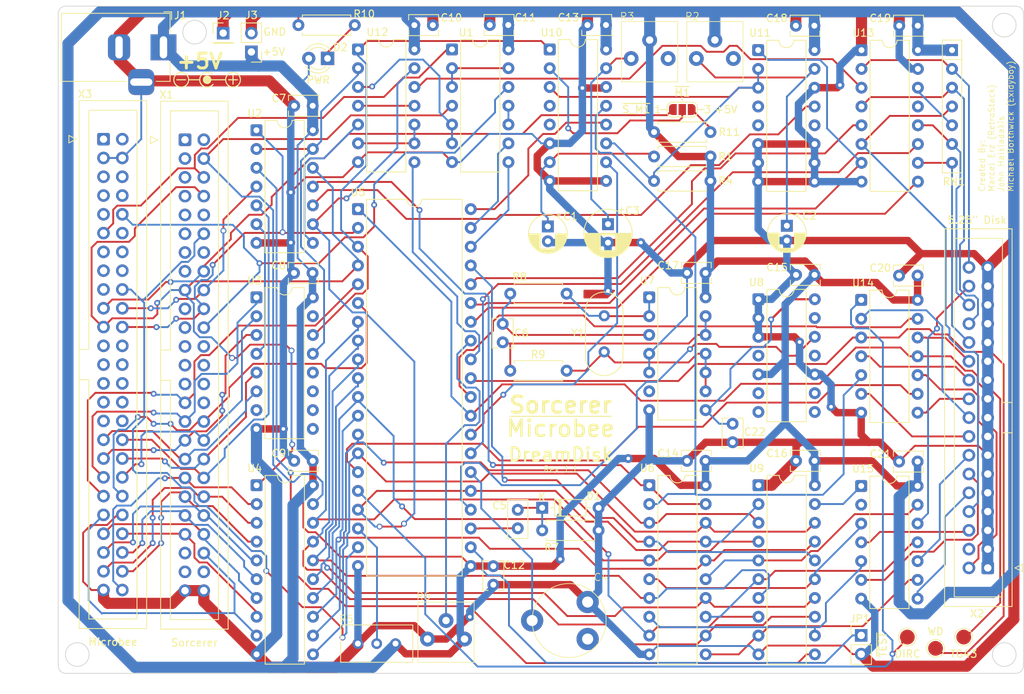
<source format=kicad_pcb>
(kicad_pcb (version 20241229) (generator "pcbnew") (generator_version "9.0")
  (title_block (title "Sorcerer Dream Disk") (date "2025-05-04") (rev "1.1") (company "Marcel Erz (RetroStack), John Halkiadakis, Michael Borthwick (Exidyboy)"))
  (layers (0 "F.Cu" signal) (2 "B.Cu" signal) (13 "F.Paste" user) (15 "B.Paste" user) (5 "F.SilkS" user "F.Silkscreen") (7 "B.SilkS" user "B.Silkscreen") (1 "F.Mask" user) (3 "B.Mask" user) (25 "Edge.Cuts" user))
  (net 0 "")
  (net 1 "Net-(U10B-RCext)")
  (net 2 "GND")
  (net 3 "Net-(U11A-RCext)")
  (net 4 "Net-(U10A-RCext)")
  (net 5 "Net-(U5-VCO)")
  (net 6 "Net-(U5-PUMP)")
  (net 7 "Net-(D1-K)")
  (net 8 "Net-(C6-Pad1)")
  (net 9 "Net-(C6-Pad2)")
  (net 10 "+5V")
  (net 13 "Net-(U10A-Clr)")
  (net 14 "Net-(U5-RPW)")
  (net 15 "Net-(U5-WPW)")
  (net 16 "Net-(R8-Pad1)")
  (net 17 "Net-(R9-Pad1)")
  (net 18 "Net-(U1-Pad13)")
  (net 19 "Net-(U1-Pad5)")
  (net 20 "Net-(U5-DRQ)")
  (net 21 "Net-(U5-INTRQ)")
  (net 22 "Net-(U9-Cp)")
  (net 23 "Net-(U3-E1)")
  (net 24 "Net-(U12-Pad5)")
  (net 25 "Net-(U6-OEa)")
  (net 32 "Net-(JP1-A)")
  (net 33 "Net-(U5-READY)")
  (net 34 "Net-(U6-I2a)")
  (net 35 "Net-(U6-I3a)")
  (net 36 "Net-(U6-I0b)")
  (net 37 "Net-(U6-I1b)")
  (net 38 "Net-(U6-I2b)")
  (net 39 "Net-(U8-CP0)")
  (net 40 "Net-(RN1-R4)")
  (net 42 "Net-(U9-O7)")
  (net 48 "Net-(U12-Pad11)")
  (net 49 "Net-(U12-Pad10)")
  (net 50 "Net-(JP3-B)")
  (net 79 "/Computer Connector/BUSDIR")
  (net 80 "/Computer Connector/~{S_M1}")
  (net 81 "/Computer Connector/~{J_M1}")
  (net 82 "/Disk Connector/~{RAW_RD}")
  (net 83 "/Disk Connector/~{TRK00}")
  (net 84 "/Disk Connector/~{IDX_PULSE}")
  (net 85 "/Disk Connector/~{WR_PROTECT}")
  (net 86 "/Disk Connector/~{RDY}")
  (net 87 "/Disk Connector/~{DIR}")
  (net 88 "/Disk Connector/~{WR_DATA}")
  (net 89 "/Disk Connector/~{LOW_CURR}")
  (net 90 "/Computer Connector/~{BUSEN}")
  (net 91 "/Computer Connector/~{NMI}")
  (net 92 "/Computer Connector/~{HALT}")
  (net 93 "/Computer Connector/~{REQ}")
  (net 94 "/Computer Connector/~{S_WR}")
  (net 95 "/Computer Connector/A7")
  (net 96 "/Computer Connector/~{IORQ}")
  (net 97 "/Computer Connector/~{PORT48}")
  (net 98 "/Drive Select Register/~{ENMF}")
  (net 99 "/Floppy Disk Controller/TIMER_RDY")
  (net 100 "/Computer Connector/A6")
  (net 101 "/Computer Connector/~{PORT44}")
  (net 102 "/Computer Connector/A4")
  (net 103 "/Computer Connector/A5")
  (net 104 "/Computer Connector/A2")
  (net 105 "/Computer Connector/A3")
  (net 106 "/Computer Connector/D0")
  (net 107 "/Computer Connector/D6")
  (net 108 "/Computer Connector/GD5")
  (net 109 "/Computer Connector/D1")
  (net 110 "/Computer Connector/D5")
  (net 111 "/Computer Connector/GD6")
  (net 112 "/Computer Connector/D3")
  (net 113 "/Computer Connector/D4")
  (net 114 "/Computer Connector/D7")
  (net 115 "/Computer Connector/GD0")
  (net 116 "/Computer Connector/GD7")
  (net 117 "/Computer Connector/GD2")
  (net 118 "/Computer Connector/GD4")
  (net 119 "/Computer Connector/GD3")
  (net 120 "/Computer Connector/GD1")
  (net 121 "/Computer Connector/D2")
  (net 122 "/Disk Connector/~{STEP}")
  (net 123 "/Floppy Disk Controller/HLT")
  (net 124 "/Floppy Disk Controller/Clock/CLK")
  (net 125 "/Floppy Disk Controller/HLD")
  (net 126 "/Computer Connector/A0")
  (net 127 "/Computer Connector/~{S_RESET}")
  (net 128 "/Computer Connector/A1")
  (net 129 "/Drive Select Register/~{DDEN}")
  (net 130 "/Disk Connector/~{WR_GATE}")
  (net 131 "/Disk Connector/~{MTR_ON}")
  (net 132 "/Disk Connector/~{B_MTR_ON}")
  (net 133 "/Disk Connector/~{B_LOW_CURR}")
  (net 134 "/Disk Connector/~{B_STEP}")
  (net 135 "/Disk Connector/~{B_WR_GATE}")
  (net 136 "/Disk Connector/~{B_DIR}")
  (net 137 "/Disk Connector/~{B_WR_DATA}")
  (net 138 "/Disk Connector/~{C_WR_PROTECT}")
  (net 139 "/Disk Connector/~{C_IDX_PULSE}")
  (net 140 "/Disk Connector/~{C_TRK00}")
  (net 141 "/Disk Connector/~{C_RAW_RD}")
  (net 142 "/Disk Connector/~{C_RDY}")
  (net 143 "/Disk Connector/~{C_DRV_A}")
  (net 144 "/Disk Connector/~{C_SIDE_1}")
  (net 145 "/Disk Connector/~{C_DRV_B}")
  (net 146 "/Disk Connector/~{C_DRV_D}")
  (net 147 "/Disk Connector/~{C_DRV_C}")
  (net 172 "Net-(D2-K)")
  (footprint "Capacitor_THT:C_Disc_D3.8mm_W2.6mm_P2.50mm" (layer "F.Cu") (at 152.84 110.412)
    (property "Reference" "C14")
    (property "Value" "100nF")
  )
  (footprint "Capacitor_THT:CP_Radial_D6.3mm_P2.50mm" (layer "F.Cu") (at 142.162 78.408 -90)
    (property "Reference" "C3")
    (property "Value" "220uF")
  )
  (footprint "Package_DIP:DIP-16_W7.62mm" (layer "F.Cu") (at 134.288 54.786)
    (property "Reference" "U10")
    (property "Value" "74LS123")
  )
  (footprint "Capacitor_THT:C_Disc_D3.8mm_W2.6mm_P2.50mm" (layer "F.Cu") (at 167.542 51.578)
    (property "Reference" "C18")
    (property "Value" "100nF")
  )
  (footprint "Crystal:Crystal_HC49-U_Vertical" (layer "F.Cu") (at 141.654 95.68 90)
    (property "Reference" "Y1")
    (property "Value" "4MHz")
  )
  (footprint "TestPoint:TestPoint_Pad_D2.0mm" (layer "F.Cu") (at 182.605 134.239)
    (property "Reference" "TP1" (hide yes))
    (property "Value" "DIRC")
  )
  (footprint "Package_DIP:DIP-14_W7.62mm" (layer "F.Cu") (at 108.39 54.781)
    (property "Reference" "U12")
    (property "Value" "74LS00")
  )
  (footprint "Package_DIP:DIP-16_W7.62mm" (layer "F.Cu") (at 94.664 88.314)
    (property "Reference" "U3")
    (property "Value" "74LS138")
  )
  (footprint "Capacitor_THT:C_Disc_D3.8mm_W2.6mm_P2.50mm" (layer "F.Cu") (at 126.19 51.484)
    (property "Reference" "C11")
    (property "Value" "100nF")
  )
  (footprint "Package_DIP:DIP-14_W7.62mm" (layer "F.Cu") (at 176.372 113.808)
    (property "Reference" "U15")
    (property "Value" "74LS07")
  )
  (footprint "Resistor_THT:R_Axial_DIN0207_L6.3mm_D2.5mm_P7.62mm_Horizontal" (layer "F.Cu") (at 133.272 119.81)
    (property "Reference" "R7")
    (property "Value" "1k")
  )
  (footprint "Capacitor_THT:C_Disc_D3.8mm_W2.6mm_P2.50mm" (layer "F.Cu") (at 181.512 51.578)
    (property "Reference" "C19")
    (property "Value" "100nF")
  )
  (footprint "Capacitor_THT:CP_Radial_D5.0mm_P2.00mm" (layer "F.Cu") (at 134.034 78.7229 -90)
    (property "Reference" "C1")
    (property "Value" "1uF")
  )
  (footprint "Package_DIP:DIP-40_W15.24mm" (layer "F.Cu") (at 108.38 76.376)
    (property "Reference" "U5")
    (property "Value" "WD2793")
  )
  (footprint "Connector_PinHeader_2.54mm:PinHeader_1x02_P2.54mm_Vertical" (layer "F.Cu") (at 176.375 134.01)
    (property "Reference" "JP1")
    (property "Value" "Jumper_2_Open")
  )
  (footprint "Package_DIP:DIP-16_W7.62mm" (layer "F.Cu") (at 162.452 54.88)
    (property "Reference" "U11")
    (property "Value" "74LS123")
  )
  (footprint "Package_DIP:DIP-14_W7.62mm" (layer "F.Cu") (at 162.482 88.563)
    (property "Reference" "U8")
    (property "Value" "74LS93")
  )
  (footprint "Capacitor_THT:C_Disc_D3.8mm_W2.6mm_P2.50mm" (layer "F.Cu") (at 139.388 51.484)
    (property "Reference" "C13")
    (property "Value" "100nF")
  )
  (footprint "Connector_IDC:IDC-Header_2x25_P2.54mm_Vertical" (layer "F.Cu") (at 85.01 67)
    (property "Reference" "X1")
    (property "Value" "To_Computer")
  )
  (footprint "Package_DIP:DIP-14_W7.62mm" (layer "F.Cu") (at 121.09 54.781)
    (property "Reference" "U1")
    (property "Value" "74LS02")
  )
  (footprint "Capacitor_THT:C_Disc_D3.8mm_W2.6mm_P2.50mm" (layer "F.Cu") (at 118.5 51.5 180)
    (property "Reference" "C10")
    (property "Value" "100nF")
  )
  (footprint "Footprint:R_Pot (Bourns 3306P)" (layer "F.Cu") (at 156.6 50.816)
    (property "Reference" "R2")
    (property "Value" "50k")
  )
  (footprint "Capacitor_THT:C_Disc_D3.8mm_W2.6mm_P2.50mm" (layer "F.Cu") (at 167.572 85.266)
    (property "Reference" "C15")
    (property "Value" "100nF")
  )
  (footprint "Resistor_THT:R_Axial_DIN0207_L6.3mm_D2.5mm_P7.62mm_Horizontal" (layer "F.Cu") (at 107.95 51.5 180)
    (property "Reference" "R10")
    (property "Value" "330")
  )
  (footprint "Capacitor_THT:C_Disc_D3.8mm_W2.6mm_P2.50mm" (layer "F.Cu") (at 126.668 127.156 90)
    (property "Reference" "C12")
    (property "Value" "100nF")
  )
  (footprint "Resistor_THT:R_Axial_DIN0207_L6.3mm_D2.5mm_P7.62mm_Horizontal" (layer "F.Cu") (at 136.574 98.22 180)
    (property "Reference" "R9")
    (property "Value" "470")
  )
  (footprint "Footprint:R_Pot (Bourns 3306P)" (layer "F.Cu") (at 147.79 50.816)
    (property "Reference" "R3")
    (property "Value" "100k")
  )
  (footprint "Connector_PinHeader_2.54mm:PinHeader_1x02_P2.54mm_Vertical" (layer "F.Cu") (at 93.98 55.123 180)
    (property "Reference" "J3")
    (property "Value" "Extra Connector")
  )
  (footprint "Connector_IDC:IDC-Header_2x17_P2.54mm_Vertical" (layer "F.Cu") (at 193.47 124.89 180)
    (property "Reference" "X2")
    (property "Value" "5.25\"")
  )
  (footprint "Jumper:SolderJumper-3_P1.3mm_Open_RoundedPad1.0x1.5mm_NumberLabels" (layer "F.Cu") (at 152.195 62.914)
    (property "Reference" "JP3" (hide yes))
    (property "Value" "SolderJumper_3_Open")
  )
  (footprint "Package_DIP:DIP-14_W7.62mm" (layer "F.Cu") (at 94.664 65.708)
    (property "Reference" "U2")
    (property "Value" "74LS32")
  )
  (footprint "Capacitor_THT:C_Disc_D3.8mm_W2.6mm_P2.50mm" (layer "F.Cu") (at 159 105.4 -90)
    (property "Reference" "C22")
    (property "Value" "470pF" (hide yes))
  )
  (footprint "Package_DIP:DIP-20_W7.62mm" (layer "F.Cu") (at 147.74 113.714)
    (property "Reference" "U6")
    (property "Value" "74LS244")
  )
  (footprint "TestPoint:TestPoint_Pad_D2.0mm" (layer "F.Cu") (at 190.225 134.239)
    (property "Reference" "TP3" (hide yes))
    (property "Value" "TG43")
  )
  (footprint "Connector_IDC:IDC-Header_2x25_P2.54mm_Vertical" (layer "F.Cu") (at 74 66.92)
    (property "Reference" "X3")
    (property "Value" "To_Computer")
  )
  (footprint "Capacitor_THT:C_Disc_D3.8mm_W2.6mm_P2.50mm" (layer "F.Cu") (at 181.492 85.36)
    (property "Reference" "C20")
    (property "Value" "100nF")
  )
  (footprint "Capacitor_THT:C_Disc_D5.0mm_W2.5mm_P2.50mm" (layer "F.Cu") (at 129.97 119.536 90)
    (property "Reference" "C5")
    (property "Value" "220nF")
  )
  (footprint "Package_DIP:DIP-14_W7.62mm" (layer "F.Cu") (at 176.372 88.657)
    (property "Reference" "U14")
    (property "Value" "74LS06")
  )
  (footprint "LED_THT:LED_D3.0mm" (layer "F.Cu") (at 104.27 56 180)
    (property "Reference" "D2")
    (property "Value" "LED")
  )
  (footprint "Footprint:C_Trim (BFC2 808 32659)" (layer "F.Cu") (at 135.812 132.002 -90)
    (property "Reference" "C4")
    (property "Value" "5-65pF")
  )
  (footprint "Connector_BarrelJack:BarrelJack_Horizontal" (layer "F.Cu") (at 82.1 54.5)
    (property "Reference" "J1")
    (property "Value" "5V")
  )
  (footprint "Resistor_THT:R_Axial_DIN0207_L6.3mm_D2.5mm_P7.62mm_Horizontal" (layer "F.Cu") (at 148.385 65.962)
    (property "Reference" "R11")
    (property "Value" "4.7k")
  )
  (footprint "Package_DIP:DIP-20_W7.62mm" (layer "F.Cu") (at 162.492 113.714)
    (property "Reference" "U9")
    (property "Value" "74LS374")
  )
  (footprint "Diode_THT:D_DO-35_SOD27_P7.62mm_Horizontal" (layer "F.Cu") (at 133.272 116.762)
    (property "Reference" "D1")
    (property "Value" "1N914")
  )
  (footprint "Capacitor_THT:C_Disc_D3.8mm_W2.6mm_P2.50mm" (layer "F.Cu") (at 181.492 110.506)
    (property "Reference" "C21")
    (property "Value" "100nF")
  )
  (footprint "Capacitor_THT:C_Disc_D3.8mm_W2.6mm_P2.50mm" (layer "F.Cu") (at 152.84 85.007)
    (property "Reference" "C17")
    (property "Value" "100nF")
  )
  (footprint "Package_DIP:DIP-20_W7.62mm" (layer "F.Cu") (at 94.684 113.714)
    (property "Reference" "U4")
    (property "Value" "74LS245")
  )
  (footprint "Capacitor_THT:C_Disc_D3.8mm_W2.6mm_P2.50mm" (layer "F.Cu") (at 127.938 91.89 -90)
    (property "Reference" "C6")
    (property "Value" "100nF")
  )
  (footprint "TestPoint:TestPoint_Pad_D2.0mm" (layer "F.Cu") (at 186.415 135.763)
    (property "Reference" "TP2" (hide yes))
    (property "Value" "WD")
  )
  (footprint "Resistor_THT:R_Axial_DIN0207_L6.3mm_D2.5mm_P7.62mm_Horizontal" (layer "F.Cu") (at 156.005 69.264 180)
    (property "Reference" "R1")
    (property "Value" "1k")
  )
  (footprint "Package_DIP:DIP-16_W7.62mm" (layer "F.Cu") (at 176.412 54.88)
    (property "Reference" "U13")
    (property "Value" "74LS367")
  )
  (footprint "Capacitor_THT:C_Disc_D3.8mm_W2.6mm_P2.50mm" (layer "F.Cu") (at 99.744 85.012)
    (property "Reference" "C8")
    (property "Value" "100nF")
  )
  (footprint "Potentiometer_THT:Potentiometer_Bourns_3296W_Vertical" (layer "F.Cu") (at 108.37 135.125 180)
    (property "Reference" "R5")
    (property "Value" "50k")
  )
  (footprint "Package_DIP:DIP-14_W7.62mm" (layer "F.Cu") (at 147.73 88.309)
    (property "Reference" "U7")
    (property "Value" "74LS00")
  )
  (footprint "Resistor_THT:R_Array_SIP7" (layer "F.Cu") (at 188.644 54.875 -90)
    (property "Reference" "RN1")
    (property "Value" "4.7k")
  )
  (footprint "Capacitor_THT:C_Disc_D3.8mm_W2.6mm_P2.50mm" (layer "F.Cu") (at 167.572 110.412)
    (property "Reference" "C16")
    (property "Value" "100nF")
  )
  (footprint "Capacitor_THT:C_Disc_D3.8mm_W2.6mm_P2.50mm" (layer "F.Cu") (at 99.764 62.406)
    (property "Reference" "C7")
    (property "Value" "100nF")
  )
  (footprint "Capacitor_THT:CP_Radial_D5.0mm_P2.00mm" (layer "F.Cu") (at 166.325 78.6199 -90)
    (property "Reference" "C2")
    (property "Value" "47uF")
  )
  (footprint "Resistor_THT:R_Axial_DIN0207_L6.3mm_D2.5mm_P7.62mm_Horizontal" (layer "F.Cu") (at 156.005 72.566 180)
    (property "Reference" "R4")
    (property "Value" "10k")
  )
  (footprint "Capacitor_THT:C_Disc_D3.8mm_W2.6mm_P2.50mm" (layer "F.Cu") (at 99.764 110.412)
    (property "Reference" "C9")
    (property "Value" "100nF")
  )
  (footprint "Connector_PinHeader_2.54mm:PinHeader_1x01_P2.54mm_Vertical" (layer "F.Cu") (at 90.17 52.578)
    (property "Reference" "J2")
    (property "Value" "GND test-Point")
  )
  (footprint "Resistor_THT:R_Axial_DIN0207_L6.3mm_D2.5mm_P7.62mm_Horizontal" (layer "F.Cu") (at 136.574 87.806 180)
    (property "Reference" "R8")
    (property "Value" "470")
  )
  (footprint "Footprint:R_Pot (Bourns 3306P)" (layer "F.Cu") (at 120.278 129.302)
    (property "Reference" "R6")
    (property "Value" "5k")
  )
  (gr_line (start 128.905 104.394) (end 142.621 104.394) (stroke (width 0.15)) (layer "F.SilkS"))
  (gr_circle (center 88 58.888) (end 88.5 58.888) (stroke (width 0.15)) (fill yes) (layer "F.SilkS"))
  (gr_circle (center 91.5 58.888) (end 92.5 58.888) (stroke (width 0.15)) (fill no) (layer "F.SilkS"))
  (gr_arc (start 88.8 59.488) (mid 87.002516 58.958889) (end 88.707107 58.180893) (stroke (width 0.15)) (layer "F.SilkS"))
  (gr_line (start 90.9 58.888) (end 92.1 58.888) (stroke (width 0.15)) (layer "F.SilkS"))
  (gr_line (start 152.195 61.705) (end 152.195 61.295) (stroke (width 0.15)) (layer "F.SilkS"))
  (gr_line (start 85.5 58.888) (end 87 58.888) (stroke (width 0.15)) (layer "F.SilkS"))
  (gr_circle (center 84.5 58.888) (end 85.5 58.888) (stroke (width 0.15)) (fill no) (layer "F.SilkS"))
  (gr_line (start 91.5 58.288) (end 91.5 59.488) (stroke (width 0.15)) (layer "F.SilkS"))
  (gr_line (start 149.228 62.914) (end 149.972 62.914) (stroke (width 0.15)) (layer "F.SilkS"))
  (gr_line (start 155.172 62.914) (end 154.428 62.914) (stroke (width 0.15)) (layer "F.SilkS"))
  (gr_line (start 88 58.888) (end 90.5 58.888) (stroke (width 0.15)) (layer "F.SilkS"))
  (gr_line (start 83.9 58.888) (end 85.1 58.888) (stroke (width 0.15)) (layer "F.SilkS"))
  (gr_circle (center 86.309 52.451) (end 87.909 52.451) (stroke (width 0.1)) (fill no) (layer "Edge.Cuts"))
  (gr_circle (center 195.7 136.6) (end 197.3 136.6) (stroke (width 0.1)) (fill no) (layer "Edge.Cuts"))
  (gr_arc (start 67.884 49.95) (mid 68.18158 49.23158) (end 68.9 48.934) (stroke (width 0.1)) (layer "Edge.Cuts"))
  (gr_arc (start 198.296 138.125) (mid 197.99842 138.84342) (end 197.28 139.141) (stroke (width 0.1)) (layer "Edge.Cuts"))
  (gr_circle (center 70.452 136.6) (end 72.052 136.6) (stroke (width 0.1)) (fill no) (layer "Edge.Cuts"))
  (gr_circle (center 195.7 51.5) (end 197.3 51.5) (stroke (width 0.1)) (fill no) (layer "Edge.Cuts"))
  (gr_arc (start 197.28 48.934) (mid 197.99842 49.23158) (end 198.296 49.95) (stroke (width 0.1)) (layer "Edge.Cuts"))
  (gr_line (start 197.28 139.141) (end 68.9 139.140999) (stroke (width 0.1)) (layer "Edge.Cuts"))
  (gr_line (start 67.884 138.125) (end 67.884 49.95) (stroke (width 0.1)) (layer "Edge.Cuts"))
  (gr_line (start 68.9 48.934) (end 197.28 48.934) (stroke (width 0.1)) (layer "Edge.Cuts"))
  (gr_line (start 198.296 49.95) (end 198.296 138.125) (stroke (width 0.1)) (layer "Edge.Cuts"))
  (gr_arc (start 68.9 139.140999) (mid 68.18158 138.84342) (end 67.884001 138.125) (stroke (width 0.1)) (layer "Edge.Cuts"))
  (gr_text "GND" (at 95.504 53 0) (layer "F.SilkS") (effects (font (size 1 1)) (justify left bottom)))
  (gr_text "DIRC" (at 182.645 136.525 0) (layer "F.SilkS") (effects (font (size 1 1))))
  (gr_text "Sorcerer" (at 135.763 104.14 0) (layer "F.SilkS") (effects (font (size 2.2 2.2) (thickness 0.4) (bold yes)) (justify bottom)))
  (gr_text "DreamDisk" (at 135.763 110.617 0) (layer "F.SilkS") (effects (font (size 1.8 1.8) (thickness 0.3) (bold yes)) (justify bottom)))
  (gr_text "+5V" (at 87.002516 56.388 0) (layer "F.SilkS") (effects (font (size 2 2) (thickness 0.4) (bold yes))))
  (gr_text "Microbee" (at 75.27 134.9 0) (layer "F.SilkS") (effects (font (size 1 1))))
  (gr_text "WD" (at 186.415 133.477 0) (layer "F.SilkS") (effects (font (size 1 1))))
  (gr_text "~{TEST}" (at 179.3 135.275 90) (layer "F.SilkS") (effects (font (size 1 1))))
  (gr_text "Sorcerer" (at 86.28 135 0) (layer "F.SilkS") (effects (font (size 1 1))))
  (gr_text "TG43" (at 190.225 136.525 0) (layer "F.SilkS") (effects (font (size 1 1))))
  (gr_text "Created By:\nMarcel Erz (RetroStack)\nJohn Halkiadakis\nMichael Borthwick (Exidyboy)\n" (at 197.026 74.09 90) (layer "F.SilkS") (effects (font (size 0.8 0.8) (thickness 0.1)) (justify left bottom)))
  (gr_text "Rev 1.1" (at 135.763 112.014 0) (layer "F.SilkS") (effects (font (size 0.8 0.8) (thickness 0.1)) (justify bottom)))
  (gr_text "Microbee" (at 135.763 107.315 0) (layer "F.SilkS") (effects (font (size 2.2 2.2) (thickness 0.35)) (justify bottom)))
  (gr_text "+5V" (at 95.384 55.69 0) (layer "F.SilkS") (effects (font (size 1 1)) (justify left bottom)))
  (gr_text "PWR" (at 103 59.5 0) (layer "F.SilkS") (effects (font (size 1 1)) (justify bottom)))
  (gr_text "5.25{dblquote} Disk" (at 192.024 77.851 0) (layer "F.SilkS") (effects (font (size 1 1))))
  (gr_text "~{M1}" (at 152.195 60.628 0) (layer "F.SilkS") (effects (font (size 1 1))))
  (segment (start 148.004 68.883) (end 135.431 68.883) (width 0.25) (layer "F.Cu") (net 1))
  (segment (start 148.385 69.264) (end 148.004 68.883) (width 0.25) (layer "F.Cu") (net 1))
  (segment (start 135.431 68.883) (end 134.288 70.026) (width 0.25) (layer "F.Cu") (net 1))
  (segment (start 134.034 78.7229) (end 134.034 77.596) (width 0.25) (layer "B.Cu") (net 1))
  (segment (start 133.1499 76.7119) (end 133.1499 71.1501) (width 0.25) (layer "B.Cu") (net 1))
  (segment (start 134.034 77.596) (end 133.1499 76.7119) (width 0.25) (layer "B.Cu") (net 1))
  (segment (start 133.1499 71.1501) (end 134.274 70.026) (width 0.25) (layer "B.Cu") (net 1))
  (segment (start 134.274 70.026) (end 134.288 70.026) (width 0.25) (layer "B.Cu") (net 1))
  (segment (start 95 49.684) (end 93.98 50.704) (width 1.5) (layer "F.Cu") (net 2))
  (segment (start 126.19 49.774) (end 126.19 51.484) (width 1.5) (layer "F.Cu") (net 2))
  (segment (start 74.598919 129.681) (end 74 129.082081) (width 1.5) (layer "F.Cu") (net 2))
  (segment (start 101.586238 138.324) (end 101.562238 138.3) (width 1.5) (layer "F.Cu") (net 2))
  (segment (start 108.37 135.314) (end 105.36 138.324) (width 1.5) (layer "F.Cu") (net 2))
  (segment (start 164.27 113.714) (end 167.572 110.412) (width 1.5) (layer "F.Cu") (net 2))
  (segment (start 94.674 136.574) (end 94.684 136.574) (width 1.5) (layer "F.Cu") (net 2))
  (segment (start 98.3025 106.096279) (end 95.793179 106.096279) (width 1) (layer "F.Cu") (net 2))
  (segment (start 183.618 108.38) (end 192.2 108.38) (width 0.25) (layer "F.Cu") (net 2))
  (segment (start 85.01 127.96) (end 83.289 129.681) (width 1.5) (layer "F.Cu") (net 2))
  (segment (start 99.2547 80.948) (end 94.664 80.948) (width 1) (layer "F.Cu") (net 2))
  (segment (start 108.37 135.125) (end 108.37 135.314) (width 1.5) (layer "F.Cu") (net 2))
  (segment (start 167.572 108.428) (end 167.572 110.412) (width 1) (layer "F.Cu") (net 2))
  (segment (start 75.851116 117.72) (end 74.487116 119.084) (width 0.25) (layer "F.Cu") (net 2))
  (segment (start 76.1 54.5) (end 76.1 56.2) (width 1.5) (layer "F.Cu") (net 2))
  (segment (start 163.7093 135.3907) (end 174.0388 135.3907) (width 0.25) (layer "F.Cu") (net 2))
  (segment (start 79.2635 59.0365) (end 96.3945 59.0365) (width 1.5) (layer "F.Cu") (net 2))
  (segment (start 152.84 110.412) (end 155.352 107.9) (width 1) (layer "F.Cu") (net 2))
  (segment (start 100.33 51.5) (end 100.33 49.854) (width 0.25) (layer "F.Cu") (net 2))
  (segment (start 113.7 49.684) (end 118.5 49.684) (width 1.5) (layer "F.Cu") (net 2))
  (segment (start 109.66895 68.7) (end 108.39 69.97895) (width 0.25) (layer "F.Cu") (net 2))
  (segment (start 162.492 113.714) (end 164.27 113.714) (width 1.5) (layer "F.Cu") (net 2))
  (segment (start 96.3945 59.0365) (end 99.764 62.406) (width 1.5) (layer "F.Cu") (net 2))
  (segment (start 76.1 54.5) (end 76.1 52.880195) (width 1.5) (layer "F.Cu") (net 2))
  (segment (start 96.5 49.684) (end 100.5 49.684) (width 1.5) (layer "F.Cu") (net 2))
  (segment (start 184.452 82.4) (end 182.6719 80.6199) (width 1) (layer "F.Cu") (net 2))
  (segment (start 83.289 129.681) (end 74.598919 129.681) (width 1.5) (layer "F.Cu") (net 2))
  (segment (start 110.795 132.7) (end 115.976 132.7) (width 1) (layer "F.Cu") (net 2))
  (segment (start 126.1 49.684) (end 139.3 49.684) (width 1.5) (layer "F.Cu") (net 2))
  (segment (start 152.84 84.16) (end 152.84 85.007) (width 1) (layer "F.Cu") (net 2))
  (segment (start 172.3 103.1) (end 173.097 103.897) (width 1) (layer "F.Cu") (net 2))
  (segment (start 87.55 127.96) (end 85.01 127.96) (width 1.5) (layer "F.Cu") (net 2))
  (segment (start 168.1 107.9) (end 177.4 107.9) (width 1) (layer "F.Cu") (net 2))
  (segment (start 167.542 50.026) (end 167.542 51.578) (width 1.5) (layer "F.Cu") (net 2))
  (segment (start 118.5 49.684) (end 118.5 51.5) (width 1.5) (layer "F.Cu") (net 2))
  (segment (start 173.14 59.96) (end 170.072 59.96) (width 1) (layer "F.Cu") (net 2))
  (segment (start 139.3 49.684) (end 139.388 49.772) (width 1.5) (layer "F.Cu") (net 2))
  (segment (start 99.3027 80.9) (end 99.2547 80.948) (width 1) (layer "F.Cu") (net 2))
  (segment (start 162.452 72.66) (end 170.072 72.66) (width 1) (layer "F.Cu") (net 2))
  (segment (start 176.4 49.684) (end 181.3 49.684) (width 1.5) (layer "F.Cu") (net 2))
  (segment (start 168.1 107.9) (end 167.572 108.428) (width 1) (layer "F.Cu") (net 2))
  (segment (start 132.6 70.878) (end 132.6 69.174) (width 1) (layer "F.Cu") (net 2))
  (segment (start 101.562238 138.3) (end 96.41 138.3) (width 1.5) (layer "F.Cu") (net 2))
  (segment (start 91 49.684) (end 90.17 50.514) (width 1.5) (layer "F.Cu") (net 2))
  (segment (start 99.3 74.1) (end 101.342 72.058) (width 0.25) (layer "F.Cu") (net 2))
  (segment (start 139.388 49.772) (end 139.388 51.484) (width 1.5) (layer "F.Cu") (net 2))
  (segment (start 146.6 80.9) (end 142.17 80.9) (width 1) (layer "F.Cu") (net 2))
  (segment (start 119.8 68.7) (end 109.66895 68.7) (width 0.25) (layer "F.Cu") (net 2))
  (segment (start 139.3 49.684) (end 167.2 49.684) (width 1.5) (layer "F.Cu") (net 2))
  (segment (start 162.526 136.574) (end 163.7093 135.3907) (width 0.25) (layer "F.Cu") (net 2))
  (segment (start 76.54 117.72) (end 75.851116 117.72) (width 0.25) (layer "F.Cu") (net 2))
  (segment (start 174.0388 135.3907) (end 175.1981 136.55) (width 0.25) (layer "F.Cu") (net 2))
  (segment (start 134.288 72.566) (end 141.908 72.566) (width 1) (layer "F.Cu") (net 2))
  (segment (start 181.512 49.896) (end 181.512 51.578) (width 1.5) (layer "F.Cu") (net 2))
  (segment (start 167.572 110.412) (end 167.572 110.4119) (width 0.25) (layer "F.Cu") (net 2))
  (segment (start 79.296195 49.684) (end 91 49.684) (width 1.5) (layer "F.Cu") (net 2))
  (segment (start 167.343 93.643) (end 162.482 93.643) (width 1) (layer "F.Cu") (net 2))
  (segment (start 79.1 59.2) (end 79.2635 59.0365) (width 1.5) (layer "F.Cu") (net 2))
  (segment (start 167.2 49.684) (end 176.4 49.684) (width 1.5) (layer "F.Cu") (net 2))
  (segment (start 74.487116 119.084) (end 72.305 119.084) (width 0.25) (layer "F.Cu") (net 2))
  (segment (start 118.5 49.684) (end 126.1 49.684) (width 1.5) (layer "F.Cu") (net 2))
  (segment (start 123.5 131.5) (end 123.3 131.5) (width 1) (layer "F.Cu") (net 2))
  (segment (start 123.3 131.5) (end 120.298 134.502) (width 1) (layer "F.Cu") (net 2))
  (segment (start 176.412 49.696) (end 176.412 54.88) (width 1.5) (layer "F.Cu") (net 2))
  (segment (start 181.492 110.506) (end 183.618 108.38) (width 0.25) (layer "F.Cu") (net 2))
  (segment (start 90.17 50.514) (end 90.17 52.578) (width 1.5) (layer "F.Cu") (net 2))
  (segment (start 162.492 136.574) (end 162.526 136.574) (width 0.25) (layer "F.Cu") (net 2))
  (segment (start 121.09 69.99) (end 119.8 68.7) (width 0.25) (layer "F.Cu") (net 2))
  (segment (start 181.3 49.684) (end 181.512 49.896) (width 1.5) (layer "F.Cu") (net 2))
  (segment (start 175.1981 136.55) (end 176.375 136.55) (width 0.25) (layer "F.Cu") (net 2))
  (segment (start 178.001 138.176) (end 176.375 136.55) (width 1.5) (layer "F.Cu") (net 2))
  (segment (start 193.47 84.25) (end 191.62 82.4) (width 1) (layer "F.Cu") (net 2))
  (segment (start 142.17 80.9) (end 142.162 80.908) (width 1) (layer "F.Cu") (net 2))
  (segment (start 181.3 49.684) (end 189.359013 49.684) (width 1.5) (layer "F.Cu") (net 2))
  (segment (start 184.452 82.4) (end 181.492 85.36) (width 1) (layer "F.Cu") (net 2))
  (segment (start 141.774 60) (end 141.908 59.866) (width 1) (layer "F.Cu") (net 2))
  (segment (start 93.98 50.704) (end 93.98 52.583) (width 1.5) (layer "F.Cu") (net 2))
  (segment (start 189.359013 49.684) (end 197 57.324987) (width 1.5) (layer "F.Cu") (net 2))
  (segment (start 176.372 106.872) (end 176.372 103.897) (width 1) (layer "F.Cu") (net 2))
  (segment (start 176.4 49.684) (end 176.412 49.696) (width 1.5) (layer "F.Cu") (net 2))
  (segment (start 137.066 127.156) (end 126.668 127.156) (width 1) (layer "F.Cu") (net 2))
  (segment (start 76.1 52.880195) (end 79.296195 49.684) (width 1.5) (layer "F.Cu") (net 2))
  (segment (start 91 49.684) (end 95 49.684) (width 1.5) (layer "F.Cu") (net 2))
  (segment (start 197 80.72) (end 197 131.803) (width 1.5) (layer "F.Cu") (net 2))
  (segment (start 74 129.082081) (end 74 127.88) (width 1.5) (layer "F.Cu") (net 2))
  (segment (start 108.379 70.021) (end 108.39 70.021) (width 0.25) (layer "F.Cu") (net 2))
  (segment (start 108.39 69.97895) (end 108.39 70.021) (width 0.25) (layer "F.Cu") (net 2))
  (segment (start 71.247 120.142) (end 71.247 126.746) (width 0.25) (layer "F.Cu") (net 2))
  (segment (start 106.342 72.058) (end 108.379 70.021) (width 0.25) (layer "F.Cu") (net 2))
  (segment (start 173.5 59.6) (end 173.14 59.96) (width 1) (layer "F.Cu") (net 2))
  (segment (start 192.2 108.38) (end 193.47 109.65) (width 0.25) (layer "F.Cu") (net 2))
  (segment (start 126.1 49.684) (end 126.19 49.774) (width 1.5) (layer "F.Cu") (net 2))
  (segment (start 138.7 60) (end 141.774 60) (width 1) (layer "F.Cu") (net 2))
  (segment (start 100.5 49.684) (end 113.7 49.684) (width 1.5) (layer "F.Cu") (net 2))
  (segment (start 139.412 129.502) (end 137.066 127.156) (width 1) (layer "F.Cu") (net 2))
  (segment (start 167.2 49.684) (end 167.542 50.026) (width 1.5) (layer "F.Cu") (net 2))
  (segment (start 190.627 138.176) (end 178.001 138.176) (width 1.5) (layer "F.Cu") (net 2))
  (segment (start 72.381 127.88) (end 74 127.88) (width 0.25) (layer "F.Cu") (net 2))
  (segment (start 173.097 103.897) (end 176.372 103.897) (width 1) (layer "F.Cu") (net 2))
  (segment (start 120.298 134.502) (end 117.778 134.502) (width 1) (layer "F.Cu") (net 2))
  (segment (start 95.7909 106.094) (end 94.664 106.094) (width 1) (layer "F.Cu") (net 2))
  (segment (start 87.55 127.96) (end 87.55 129.45) (width 1.5) (layer "F.Cu") (net 2))
  (segment (start 132.6 69.174) (end 134.288 67.486) (width 1) (layer "F.Cu") (net 2))
  (segment (start 96.41 138.3) (end 94.684 136.574) (width 1.5) (layer "F.Cu") (net 2))
  (segment (start 177.4 107.9) (end 176.372 106.872) (width 1) (layer "F.Cu") (net 2))
  (segment (start 191.62 82.4) (end 184.452 82.4) (width 1) (layer "F.Cu") (net 2))
  (segment (start 156.3801 80.6199) (end 152.84 84.16) (width 1) (layer "F.Cu") (net 2))
  (segment (start 115.976 132.7) (end 117.778 134.502) (width 1) (layer "F.Cu") (net 2))
  (segment (start 182.6719 80.6199) (end 166.325 80.6199) (width 1) (layer "F.Cu") (net 2))
  (segment (start 71.247 126.746) (end 72.381 127.88) (width 0.25) (layer "F.Cu") (net 2))
  (segment (start 105.36 138.324) (end 101.586238 138.324) (width 1.5) (layer "F.Cu") (net 2))
  (segment (start 197 131.803) (end 190.627 138.176) (width 1.5) (layer "F.Cu") (net 2))
  (segment (start 166.325 80.6199) (end 156.3801 80.6199) (width 1) (layer "F.Cu") (net 2))
  (segment (start 168.046279 94.346279) (end 167.343 93.643) (width 1) (layer "F.Cu") (net 2))
  (segment (start 76.1 56.2) (end 79.1 59.2) (width 1.5) (layer "F.Cu") (net 2))
  (segment (start 100.33 49.854) (end 100.5 49.684) (width 0.25) (layer "F.Cu") (net 2))
  (segment (start 108.37 135.125) (end 110.795 132.7) (width 1) (layer "F.Cu") (net 2))
  (segment (start 95 49.684) (end 96.5 49.684) (width 1.5) (layer "F.Cu") (net 2))
  (segment (start 134.288 72.566) (end 132.6 70.878) (width 1) (layer "F.Cu") (net 2))
  (segment (start 72.305 119.084) (end 71.247 120.142) (width 0.25) (layer "F.Cu") (net 2))
  (segment (start 121.09 70.021) (end 121.09 69.99) (width 0.25) (layer "F.Cu") (net 2))
  (segment (start 155.352 107.9) (end 168.1 107.9) (width 1) (layer "F.Cu") (net 2))
  (segment (start 197 80.72) (end 193.47 84.25) (width 1.5) (layer "F.Cu") (net 2))
  (segment (start 178.886 107.9) (end 181.492 110.506) (width 1) (layer "F.Cu") (net 2))
  (segment (start 197 57.324987) (end 197 80.72) (width 1.5) (layer "F.Cu") (net 2))
  (segment (start 101.342 72.058) (end 106.342 72.058) (width 0.25) (layer "F.Cu") (net 2))
  (segment (start 177.4 107.9) (end 178.886 107.9) (width 1) (layer "F.Cu") (net 2))
  (segment (start 87.55 129.45) (end 94.674 136.574) (width 1.5) (layer "F.Cu") (net 2))
  (segment (start 95.793179 106.096279) (end 95.7909 106.094) (width 1) (layer "F.Cu") (net 2))
  (segment (start 162.452 67.58) (end 170.072 67.58) (width 1) (layer "F.Cu") (net 2))
  (via (at 168.046279 94.346279) (size 1.2) (drill 0.5) (layers "F.Cu" "B.Cu") (net 2))
  (via (at 99.3027 80.9) (size 1.2) (drill 0.5) (layers "F.Cu" "B.Cu") (net 2))
  (via (at 123.5 131.5) (size 1.2) (drill 0.5) (layers "F.Cu" "B.Cu") (net 2))
  (via (at 172.3 103.1) (size 1.2) (drill 0.5) (layers "F.Cu" "B.Cu") (net 2))
  (via (at 98.3025 106.096279) (size 1.2) (drill 0.5) (layers "F.Cu" "B.Cu") (net 2))
  (via (at 142.162 87.4235) (size 1.2) (drill 0.5) (layers "F.Cu" "B.Cu") (net 2))
  (via (at 99.3 74.1) (size 1.2) (drill 0.5) (layers "F.Cu" "B.Cu") (net 2))
  (via (at 138.7 60) (size 1.2) (drill 0.5) (layers "F.Cu" "B.Cu") (net 2))
  (via (at 146.6 80.9) (size 1.2) (drill 0.5) (layers "F.Cu" "B.Cu") (net 2))
  (via (at 173.5 59.6) (size 1.2) (drill 0.5) (layers "F.Cu" "B.Cu") (net 2))
  (segment (start 123.5 131.5) (end 123.5 130.7283) (width 1) (layer "B.Cu") (net 2))
  (segment (start 97.4 113.2) (end 94.664 110.464) (width 1.5) (layer "B.Cu") (net 2))
  (segment (start 98.3025 106.096279) (end 98.3 106.093779) (width 1) (layer "B.Cu") (net 2))
  (segment (start 168.046279 97.246279) (end 169.4525 98.6525) (width 1) (layer "B.Cu") (net 2))
  (segment (start 172.3 103.1) (end 172.3 100.1) (width 1) (layer "B.Cu") (net 2))
  (segment (start 74 69.46) (end 76.54 69.46) (width 0.25) (layer "B.Cu") (net 2))
  (segment (start 147.74 136.574) (end 148.865 135.449) (width 0.25) (layer "B.Cu") (net 2))
  (segment (start 146.484 136.574) (end 147.74 136.574) (width 1) (layer "B.Cu") (net 2))
  (segment (start 152.84 110.412) (end 148.3689 110.412) (width 1) (layer "B.Cu") (net 2))
  (segment (start 170.102 98.723) (end 170.102 98.6525) (width 0.25) (layer "B.Cu") (net 2))
  (segment (start 162.482 88.563) (end 164.275 88.563) (width 1) (layer "B.Cu") (net 2))
  (segment (start 138.7 60) (end 138.7 65.8) (width 1) (layer "B.Cu") (net 2))
  (segment (start 98.3025 106.096279) (end 98.3 106.098779) (width 1) (layer "B.Cu") (net 2))
  (segment (start 98.3 106.098779) (end 98.3 108.948) (width 1) (layer "B.Cu") (net 2))
  (segment (start 134.288 73.6929) (end 134.288 72.566) (width 1) (layer "B.Cu") (net 2))
  (segment (start 134.2191 80.908) (end 142.162 80.908) (width 1) (layer "B.Cu") (net 2))
  (segment (start 162.452 79.052) (end 162.452 72.66) (width 1) (layer "B.Cu") (net 2))
  (segment (start 181.512 51.578) (end 181.512 55.812) (width 1) (layer "B.Cu") (net 2))
  (segment (start 183.12 57.42) (end 184.032 57.42) (width 1) (layer "B.Cu") (net 2))
  (segment (start 167.9 65.408) (end 167.9 62.132) (width 1) (layer "B.Cu") (net 2))
  (segment (start 142.162 80.908) (end 141.5031 80.908) (width 1) (layer "B.Cu") (net 2))
  (segment (start 79.1 66.9) (end 79.1 59.2) (width 0.25) (layer "B.Cu") (net 2))
  (segment (start 176.375 136.55) (end 176.85 136.55) (width 1) (layer "B.Cu") (net 2))
  (segment (start 161.367 135.449) (end 162.492 136.574) (width 0.25) (layer "B.Cu") (net 2))
  (segment (start 97.4 133.858) (end 97.4 113.2) (width 1.5) (layer "B.Cu") (net 2))
  (segment (start 134.288 67.486) (end 133.1611 67.486) (width 0.25) (layer "B.Cu") (net 2))
  (segment (start 123.5 130.7283) (end 126.668 127.5603) (width 1) (layer "B.Cu") (net 2))
  (segment (start 140.938 116.762) (end 147.288 110.412) (width 1) (layer "B.Cu") (net 2))
  (segment (start 138.7 52.172) (end 139.388 51.484) (width 1) (layer "B.Cu") (net 2))
  (segment (start 98.3 106.093779) (end 98.3 86.456) (width 1) (layer "B.Cu") (net 2))
  (segment (start 170.072 72.66) (end 170.072 67.672) (width 1) (layer "B.Cu") (net 2))
  (segment (start 167.9 62.132) (end 170.072 59.96) (width 1) (layer "B.Cu") (net 2))
  (segment (start 99.3 80.8973) (end 99.3027 80.9) (width 1) (layer "B.Cu") (net 2))
  (segment (start 168.046279 94.346279) (end 168.046279 97.246279) (width 1) (layer "B.Cu") (net 2))
  (segment (start 147.73 109.7731) (end 147.73 103.549) (width 1) (layer "B.Cu") (net 2))
  (segment (start 99.3 62.87) (end 99.764 62.406) (width 1) (layer "B.Cu") (net 2))
  (segment (start 140.892 116.762) (end 140.938 116.762) (width 1) (layer "B.Cu") (net 2))
  (segment (start 138.7 60) (end 138.7 52.172) (width 1) (layer "B.Cu") (net 2))
  (segment (start 76.54 69.46) (end 79.1 66.9) (width 0.25) (layer "B.Cu") (net 2))
  (segment (start 148.3689 110.412) (end 147.73 109.7731) (width 1) (layer "B.Cu") (net 2))
  (segment (start 108.37 135.125) (end 108.38 135.115) (width 1) (layer "B.Cu") (net 2))
  (segment (start 162.452 72.66) (end 162.452 67.58) (width 1) (layer "B.Cu") (net 2))
  (segment (start 147.288 110.412) (end 148.3689 110.412) (width 1) (layer "B.Cu") (net 2))
  (segment (start 176.412 72.66) (end 170.072 72.66) (width 1) (layer "B.Cu") (net 2))
  (segment (start 99.3 80.9027) (end 99.3 84.568) (width 1) (layer "B.Cu") (net 2))
  (segment (start 99.3 84.568) (end 99.744 85.012) (width 1) (layer "B.Cu") (net 2))
  (segment (start 108.38 135.115) (end 108.38 124.636) (width 1) (layer "B.Cu") (net 2))
  (segment (start 148.865 135.449) (end 161.367 135.449) (width 0.25) (layer "B.Cu") (net 2))
  (segment (start 150.707 85.007) (end 146.6 80.9) (width 1) (layer "B.Cu") (net 2))
  (segment (start 172.3 100.1) (end 170.8525 98.6525) (width 1) (layer "B.Cu") (net 2))
  (segment (start 94.684 136.574) (end 97.4 133.858) (width 1.5) (layer "B.Cu") (net 2))
  (segment (start 178.2 135.2) (end 178.2 130.876) (width 1) (layer "B.Cu") (net 2))
  (segment (start 169.4525 98.6525) (end 170.102 98.6525) (width 1) (layer "B.Cu") (net 2))
  (segment (start 147.73 98.469) (end 147.73 95.929) (width 0.25) (layer "B.Cu") (net 2))
  (segment (start 166.325 80.6199) (end 164.0199 80.6199) (width 1) (layer "B.Cu") (net 2))
  (segment (start 122.2169 70.021) (end 121.09 70.021) (width 0.25) (layer "B.Cu") (net 2))
  (segment (start 142.162 80.908) (end 142.162 87.4235) (width 1) (layer "B.Cu") (net 2))
  (segment (start 137.014 67.486) (end 134.288 67.486) (width 1) (layer "B.Cu") (net 2))
  (segment (start 126.668 127.5603) (end 126.668 127.156) (width 1) (layer "B.Cu") (net 2))
  (segment (start 176.85 136.55) (end 178.2 135.2) (width 1) (layer "B.Cu") (net 2))
  (segment (start 170.072 67.58) (end 167.9 65.408) (width 1) (layer "B.Cu") (net 2))
  (segment (start 138.7 65.8) (end 137.014 67.486) (width 1) (layer "B.Cu") (net 2))
  (segment (start 147.73 95.929) (end 152.84 90.819) (width 0.25) (layer "B.Cu") (net 2))
  (segment (start 126.0379 66.2) (end 122.2169 70.021) (width 0.25) (layer "B.Cu") (net 2))
  (segment (start 140.892 116.762) (end 140.892 119.81) (width 1) (layer "B.Cu") (net 2))
  (segment (start 162.482 88.563) (end 162.482 93.643) (width 1) (layer "B.Cu") (net 2))
  (segment (start 99.3027 80.9) (end 99.3 80.9027) (width 1) (layer "B.Cu") (net 2))
  (segment (start 173.5 59.6) (end 173.5 57) (width 1) (layer "B.Cu") (net 2))
  (segment (start 99.3 74.1) (end 99.3 80.8973) (width 1) (layer "B.Cu") (net 2))
  (segment (start 140.892 119.81) (end 140.892 128.022) (width 1) (layer "B.Cu") (net 2))
  (segment (start 94.664 110.464) (end 94.664 106.094) (width 1.5) (layer "B.Cu") (net 2))
  (segment (start 133.1611 67.486) (end 131.8751 66.2) (width 0.25) (layer "B.Cu") (net 2))
  (segment (start 139.412 129.502) (end 146.484 136.574) (width 1) (layer "B.Cu") (net 2))
  (segment (start 152.84 90.819) (end 152.84 85.007) (width 0.25) (layer "B.Cu") (net 2))
  (segment (start 166.325 84.019) (end 167.572 85.266) (width 1) (layer "B.Cu") (net 2))
  (segment (start 99.3 74.1) (end 99.3 62.87) (width 1) (layer "B.Cu") (net 2))
  (segment (start 131.8751 66.2) (end 126.0379 66.2) (width 0.25) (layer "B.Cu") (net 2))
  (segment (start 141.5031 80.908) (end 134.288 73.6929) (width 1) (layer "B.Cu") (net 2))
  (segment (start 134.034 80.7229) (end 134.2191 80.908) (width 1) (layer "B.Cu") (net 2))
  (segment (start 98.3 108.948) (end 99.764 110.412) (width 1) (layer "B.Cu") (net 2))
  (segment (start 173.5 57) (end 175.62 54.88) (width 1) (layer "B.Cu") (net 2))
  (segment (start 164.0199 80.6199) (end 162.452 79.052) (width 1) (layer "B.Cu") (net 2))
  (segment (start 175.62 54.88) (end 176.412 54.88) (width 1) (layer "B.Cu") (net 2))
  (segment (start 166.325 80.6199) (end 166.325 84.019) (width 1) (layer "B.Cu") (net 2))
  (segment (start 98.3 86.456) (end 99.744 85.012) (width 1) (layer "B.Cu") (net 2))
  (segment (start 170.8525 98.6525) (end 170.102 98.6525) (width 1) (layer "B.Cu") (net 2))
  (segment (start 193.47 124.89) (end 193.47 84.25) (width 1.5) (layer "B.Cu") (net 2))
  (segment (start 164.275 88.563) (end 167.572 85.266) (width 1) (layer "B.Cu") (net 2))
  (segment (start 152.84 85.007) (end 150.707 85.007) (width 1) (layer "B.Cu") (net 2))
  (segment (start 140.892 128.022) (end 139.412 129.502) (width 1) (layer "B.Cu") (net 2))
  (segment (start 178.2 130.876) (end 176.372 129.048) (width 1) (layer "B.Cu") (net 2))
  (segment (start 181.512 55.812) (end 183.12 57.42) (width 1) (layer "B.Cu") (net 2))
  (segment (start 99.764 62.406) (end 99.758 62.4) (width 0.25) (layer "B.Cu") (net 2))
  (segment (start 170.072 57.42) (end 168.9131 58.5789) (width 0.25) (layer "F.Cu") (net 3))
  (segment (start 156.6629 58.5789) (end 154.1 56.016) (width 0.25) (layer "F.Cu") (net 3))
  (segment (start 168.9131 58.5789) (end 156.6629 58.5789) (width 0.25) (layer "F.Cu") (net 3))
  (segment (start 166.325 78.6199) (end 166.325 61.175) (width 0.25) (layer "B.Cu") (net 3))
  (segment (start 166.325 61.175) (end 170.072 57.428) (width 0.25) (layer "B.Cu") (net 3))
  (segment (start 170.072 57.428) (end 170.072 57.42) (width 0.25) (layer "B.Cu") (net 3))
  (segment (start 141.974 57.326) (end 141.908 57.326) (width 0.25) (layer "F.Cu") (net 4))
  (segment (start 143.284 56.016) (end 141.974 57.326) (width 0.25) (layer "F.Cu") (net 4))
  (segment (start 145.29 56.016) (end 143.284 56.016) (width 0.25) (layer "F.Cu") (net 4))
  (segment (start 139.9 59.3) (end 139.9 75.0191) (width 0.25) (layer "B.Cu") (net 4))
  (segment (start 139.9 75.0191) (end 142.162 77.2811) (width 0.25) (layer "B.Cu") (net 4))
  (segment (start 142.162 77.2811) (end 142.162 78.408) (width 0.25) (layer "B.Cu") (net 4))
  (segment (start 141.874 57.326) (end 139.9 59.3) (width 0.25) (layer "B.Cu") (net 4))
  (segment (start 141.908 57.326) (end 141.874 57.326) (width 0.25) (layer "B.Cu") (net 4))
  (segment (start 125.0346 116.839) (end 125.0346 113.4346) (width 0.25) (layer "B.Cu") (net 5))
  (segment (start 131.912 123.7164) (end 125.0346 116.839) (width 0.25) (layer "B.Cu") (net 5))
  (segment (start 123.62 112.02) (end 123.62 111.936) (width 0.25) (layer "B.Cu") (net 5))
  (segment (start 131.912 132.002) (end 131.912 123.7164) (width 0.25) (layer "B.Cu") (net 5))
  (segment (start 125.0346 113.4346) (end 123.62 112.02) (width 0.25) (layer "B.Cu") (net 5))
  (segment (start 123.62 119.556) (end 124.7469 119.556) (width 0.25) (layer "F.Cu") (net 6))
  (segment (start 124.7669 119.536) (end 124.7469 119.556) (width 0.25) (layer "F.Cu") (net 6))
  (segment (start 129.97 119.536) (end 124.7669 119.536) (width 0.25) (layer "F.Cu") (net 6))
  (segment (start 129.97 117.036) (end 130.244 116.762) (width 0.25) (layer "F.Cu") (net 7))
  (segment (start 130.244 116.762) (end 133.272 116.762) (width 0.25) (layer "F.Cu") (net 7))
  (segment (start 133.272 116.762) (end 133.272 119.81) (width 0.25) (layer "B.Cu") (net 7))
  (segment (start 147.73 93.389) (end 129.437 93.389) (width 0.25) (layer "F.Cu") (net 8))
  (segment (start 129.437 93.389) (end 127.938 91.89) (width 0.25) (layer "F.Cu") (net 8))
  (segment (start 127.938 91.89) (end 127.938 89.9489) (width 0.25) (layer "B.Cu") (net 8))
  (segment (start 128.954 87.806) (end 128.954 88.9329) (width 0.25) (layer "B.Cu") (net 8))
  (segment (start 127.938 89.9489) (end 128.954 88.9329) (width 0.25) (layer "B.Cu") (net 8))
  (segment (start 128.0968 94.5488) (end 128.954 94.5488) (width 0.25) (layer "F.Cu") (net 9))
  (segment (start 155.35 93.389) (end 154.2231 93.389) (width 0.25) (layer "F.Cu") (net 9))
  (segment (start 128.954 98.22) (end 128.954 94.5488) (width 0.25) (layer "F.Cu") (net 9))
  (segment (start 128.954 94.5488) (end 153.0633 94.5488) (width 0.25) (layer "F.Cu") (net 9))
  (segment (start 127.938 94.39) (end 128.0968 94.5488) (width 0.25) (layer "F.Cu") (net 9))
  (segment (start 153.0633 94.5488) (end 154.2231 93.389) (width 0.25) (layer "F.Cu") (net 9))
  (segment (start 155.35 90.849) (end 155.35 93.389) (width 0.25) (layer "B.Cu") (net 9))
  (segment (start 170.072 85.266) (end 171.106 86.3) (width 1) (layer "F.Cu") (net 10))
  (segment (start 168.8 83.4) (end 170.072 84.672) (width 1) (layer "F.Cu") (net 10))
  (segment (start 113.45 135.125) (end 114.825 136.5) (width 1) (layer "F.Cu") (net 10))
  (segment (start 102.286 113.714) (end 101 115) (width 0.25) (layer "F.Cu") (net 10))
  (segment (start 126.648 124.636) (end 126.668 124.656) (width 1) (layer "F.Cu") (net 10))
  (segment (start 101 115) (end 101 119.4) (width 0.25) (layer "F.Cu") (net 10))
  (segment (start 170.112 113.714) (end 170.112 113.688) (width 0.25) (layer "F.Cu") (net 10))
  (segment (start 155.34 85.007) (end 156.947 83.4) (width 1) (layer "F.Cu") (net 10))
  (segment (start 183.992 113.792) (end 183.992 113.808) (width 0.25) (layer "F.Cu") (net 10))
  (segment (start 156.005 69.264) (end 151.687 69.264) (width 1) (layer "F.Cu") (net 10))
  (segment (start 178.4 86.3) (end 180.757 88.657) (width 1) (layer "F.Cu") (net 10))
  (segment (start 151.687 69.264) (end 148.385 65.962) (width 1) (layer "F.Cu") (net 10))
  (segment (start 134.744 124.656) (end 126.668 124.656) (width 1) (layer "F.Cu") (net 10))
  (segment (start 101 119.4) (end 101.664 120.064) (width 0.25) (layer "F.Cu") (net 10))
  (segment (start 105.9561 123.366) (end 122.366 123.366) (width 0.25) (layer "F.Cu") (net 10))
  (segment (start 144.9 110.1) (end 148.4 110.1) (width 1) (layer "F.Cu") (net 10))
  (segment (start 101.664 120.064) (end 102.6541 120.064) (width 0.25) (layer "F.Cu") (net 10))
  (segment (start 102.304 110.452) (end 102.264 110.412) (width 1) (layer "F.Cu") (net 10))
  (segment (start 170.072 84.672) (end 170.072 85.266) (width 1) (layer "F.Cu") (net 10))
  (segment (start 181.208 113.808) (end 177.812 110.412) (width 1) (layer "F.Cu") (net 10))
  (segment (start 180.757 88.657) (end 183.992 88.657) (width 1) (layer "F.Cu") (net 10))
  (segment (start 156.947 83.4) (end 168.8 83.4) (width 1) (layer "F.Cu") (net 10))
  (segment (start 177.812 110.412) (end 170.072 110.412) (width 1) (layer "F.Cu") (net 10))
  (segment (start 171.106 86.3) (end 178.4 86.3) (width 1) (layer "F.Cu") (net 10))
  (segment (start 102.304 113.714) (end 102.286 113.714) (width 0.25) (layer "F.Cu") (net 10))
  (segment (start 183.992 113.808) (end 181.208 113.808) (width 1) (layer "F.Cu") (net 10))
  (segment (start 123.62 124.62) (end 123.62 124.636) (width 0.25) (layer "F.Cu") (net 10))
  (segment (start 123.62 124.636) (end 126.648 124.636) (width 1) (layer "F.Cu") (net 10))
  (segment (start 122.366 123.366) (end 123.62 124.62) (width 0.25) (layer "F.Cu") (net 10))
  (segment (start 114.825 136.5) (end 120.78 136.5) (width 1) (layer "F.Cu") (net 10))
  (segment (start 120.78 136.5) (end 122.778 134.502) (width 1) (layer "F.Cu") (net 10))
  (segment (start 152.014 113.714) (end 155.36 113.714) (width 1) (layer "F.Cu") (net 10))
  (segment (start 135.7 123.7) (end 134.744 124.656) (width 1) (layer "F.Cu") (net 10))
  (segment (start 102.304 113.714) (end 102.304 110.452) (width 1) (layer "F.Cu") (net 10))
  (segment (start 148.4 110.1) (end 152.014 113.714) (width 1) (layer "F.Cu") (net 10))
  (segment (start 183.992 85.36) (end 183.992 88.657) (width 1) (layer "F.Cu") (net 10))
  (segment (start 102.6541 120.064) (end 105.9561 123.366) (width 0.25) (layer "F.Cu") (net 10))
  (via (at 135.7 123.7) (size 1.2) (drill 0.5) (layers "F.Cu" "B.Cu") (net 10))
  (via (at 144.9 110.1) (size 1.2) (drill 0.5) (layers "F.Cu" "B.Cu") (net 10))
  (segment (start 170.042 51.578) (end 170.042 49.942) (width 1.5) (layer "B.Cu") (net 10))
  (segment (start 102.264 62.406) (end 102.264 61.2705) (width 1.5) (layer "B.Cu") (net 10))
  (segment (start 156.6 53.516) (end 156.6 49.784) (width 1.5) (layer "B.Cu") (net 10))
  (segment (start 96.5 57.023) (end 95 57.023) (width 1.5) (layer "B.Cu") (net 10))
  (segment (start 197 125.4) (end 194.2 128.2) (width 1.5) (layer "B.Cu") (net 10))
  (segment (start 100.6 89.9) (end 102.186 88.314) (width 1) (layer "B.Cu") (net 10))
  (segment (start 93.98 56.134) (end 93.98 55.123) (width 1.5) (layer "B.Cu") (net 10))
  (segment (start 102.186 88.314) (end 102.284 88.314) (width 1) (layer "B.Cu") (net 10))
  (segment (start 99.6 137.124) (end 99.6 116.418) (width 1.5) (layer "B.Cu") (net 10))
  (segment (start 98.0165 57.023) (end 96.5 57.023) (width 1.5) (layer "B.Cu") (net 10))
  (segment (start 95 57.023) (end 84.623 57.023) (width 1.5) (layer "B.Cu") (net 10))
  (segment (start 102.264 65.708) (end 102.284 65.708) (width 0.25) (layer "B.Cu") (net 10))
  (segment (start 155.34 113.694) (end 155.36 113.714) (width 1) (layer "B.Cu") (net 10))
  (segment (start 128.71 50.174) (end 129.2 49.684) (width 1.5) (layer "B.Cu") (net 10))
  (segment (start 155.34 88.299) (end 155.34 85.007) (width 1) (layer "B.Cu") (net 10))
  (segment (start 170.112 110.452) (end 170.072 110.412) (width 0.25) (layer "B.Cu") (net 10))
  (segment (start 101.73 58.27) (end 100.49675 59.50325) (width 0.25) (layer "B.Cu") (net 10))
  (segment (start 183.824 49.684) (end 170.3 49.684) (width 1.5) (layer "B.Cu") (net 10))
  (segment (start 147.79 65.367) (end 147.79 53.516) (width 1) (layer "B.Cu") (net 10))
  (segment (start 84.216 49.684) (end 115 49.684) (width 1.5) (layer "B.Cu") (net 10))
  (segment (start 185.1 131.1) (end 183.1 131.1) (width 1.5) (layer "B.Cu") (net 10))
  (segment (start 147.79 49.794) (end 147.79 53.516) (width 1.5) (layer "B.Cu") (net 10))
  (segment (start 166.1 105.3) (end 170.072 109.272) (width 1) (layer "B.Cu") (net 10))
  (segment (start 102.264 62.406) (end 102.264 65.688) (width 1.5) (layer "B.Cu") (net 10))
  (segment (start 69.2 54) (end 73.516 49.684) (width 1.5) (layer "B.Cu") (net 10))
  (segment (start 156.6 49.784) (end 156.7 49.684) (width 1.5) (layer "B.Cu") (net 10))
  (segment (start 123.62 124.68) (end 122.2 126.1) (width 1) (layer "B.Cu") (net 10))
  (segment (start 170.072 54.88) (end 170.072 51.608) (width 1.5) (layer "B.Cu") (net 10))
  (segment (start 141.908 51.504) (end 141.888 51.484) (width 0.25) (layer "B.Cu") (net 10))
  (segment (start 73.516 49.684) (end 100.2665 49.684) (width 1.5) (layer "B.Cu") (net 10))
  (segment (start 116.5 49.684) (end 129.2 49.684) (width 1.5) (layer "B.Cu") (net 10))
  (segment (start 155.34 110.412) (end 155.34 113.694) (width 1) (layer "B.Cu") (net 10))
  (segment (start 98.4 138.324) (end 99.6 137.124) (width 1.5) (layer "B.Cu") (net 10))
  (segment (start 99.6 116.418) (end 102.304 113.714) (width 1.5) (layer "B.Cu") (net 10))
  (segment (start 184.032 54.88) (end 184.032 51.598) (width 1.5) (layer "B.Cu") (net 10))
  (segment (start 147.9 49.684) (end 156.7 49.684) (width 1.5) (layer "B.Cu") (net 10))
  (segment (start 82.1 54.5) (end 82.1 51.8) (width 1.5) (layer "B.Cu") (net 10))
  (segment (start 143.6 110.1) (end 135.7 118) (width 1) (layer "B.Cu") (net 10))
  (segment (start 102.244 85.012) (end 100.2272 82.9952) (width 0.25) (layer "B.Cu") (net 10))
  (segment (start 170.112 113.714) (end 170.112 110.452) (width 1) (layer "B.Cu") (net 10))
  (segment (start 194.2 128.2) (end 188 128.2) (width 1.5) (layer "B.Cu") (net 10))
  (segment (start 102.244 85.012) (end 102.244 88.274) (width 1) (layer "B.Cu") (net 10))
  (segment (start 78.224 138.324) (end 69.2 129.3) (width 1.5) (layer "B.Cu") (net 10))
  (segment (start 100.6 108.748) (end 100.6 89.9) (width 1) (layer "B.Cu") (net 10))
  (segment (start 94.869 57.023) (end 93.98 56.134) (width 1.5) (layer "B.Cu") (net 10))
  (segment (start 188.644 54.875) (end 184.037 54.875) (width 1.5) (layer "B.Cu") (net 10))
  (segment (start 148.385 65.962) (end 147.79 65.367) (width 1) (layer "B.Cu") (net 10))
  (segment (start 181.5 115.3) (end 182.992 113.808) (width 1.5) (layer "B.Cu") (net 10))
  (segment (start 102.264 110.412) (end 100.6 108.748) (width 1) (layer "B.Cu") (net 10))
  (segment (start 156.005 72.566) (end 156.005 84.342) (width 1) (layer "B.Cu") (net 10))
  (segment (start 123.62 124.636) (end 123.62 124.68) (width 1) (layer "B.Cu") (net 10))
  (segment (start 141.908 54.786) (end 141.908 49.876) (width 1.5) (layer "B.Cu") (net 10))
  (segment (start 156.005 84.342) (end 155.34 85.007) (width 1) (layer "B.Cu") (net 10))
  (segment (start 184.012 51.578) (end 184.012 49.872) (width 1.5) (layer "B.Cu") (net 10))
  (segment (start 183.992 110.506) (end 183.992 113.808) (width 1) (layer "B.Cu") (net 10))
  (segment (start 183.1 131.1) (end 181.5 129.5) (width 1.5) (layer "B.Cu") (net 10))
  (segment (start 189.359013 49.684) (end 197 57.324987) (width 1.5) (layer "B.Cu") (net 10))
  (segment (start 155.35 88.309) (end 155.34 88.299) (width 1) (layer "B.Cu") (net 10))
  (segment (start 170.042 49.942) (end 170.3 49.684) (width 1.5) (layer "B.Cu") (net 10))
  (segment (start 129.2 49.684) (end 142.1 49.684) (width 1.5) (layer "B.Cu") (net 10))
  (segment (start 98.4 138.324) (end 110.36 138.324) (width 1.5) (layer "B.Cu") (net 10))
  (segment (start 144.9 110.1) (end 143.6 110.1) (width 1) (layer "B.Cu") (net 10))
  (segment (start 100.2272 67.7448) (end 102.264 65.708) (width 0.25) (layer "B.Cu") (net 10))
  (segment (start 115 50.5) (end 116 51.5) (width 1.5) (layer "B.Cu") (net 10))
  (segment (start 160.988 110.412) (end 155.34 110.412) (width 1) (layer "B.Cu") (net 10))
  (segment (start 156.005 69.264) (end 156.005 72.566) (width 1) (layer "B.Cu") (net 10))
  (segment (start 170.072 51.608) (end 170.042 51.578) (width 1.5) (layer "B.Cu") (net 10))
  (segment (start 166.1 89.238) (end 166.1 96.8) (width 1) (layer "B.Cu") (net 10))
  (segment (start 116 51.5) (end 116 54.771) (width 1.5) (layer "B.Cu") (net 10))
  (segment (start 184.032 51.598) (end 184.012 51.578) (width 1.5) (layer "B.Cu") (net 10))
  (segment (start 84.623 57.023) (end 82.1 54.5) (width 1.5) (layer "B.Cu") (net 10))
  (segment (start 170.072 109.272) (end 170.072 110.412) (width 1) (layer "B.Cu") (net 10))
  (segment (start 197 57.324987) (end 197 125.4) (width 1.5) (layer "B.Cu") (net 10))
  (segment (start 122.2 126.1) (end 122.2 133.924) (width 1) (layer "B.Cu") (net 10))
  (segment (start 100.49675 59.50325) (end 98.0165 57.023) (width 1.5) (layer "B.Cu") (net 10))
  (segment (start 147.9 49.684) (end 147.79 49.794) (width 1.5) (layer "B.Cu") (net 10))
  (segment (start 166.1 96.8) (end 164.177 98.723) (width 1) (layer "B.Cu") (net 10))
  (segment (start 102.264 65.688) (end 102.284 65.708) (width 1.5) (layer "B.Cu") (net 10))
  (segment (start 142.1 49.684) (end 147.9 49.684) (width 1.5) (layer "B.Cu") (net 10))
  (segment (start 110.36 138.324) (end 113.48 135.204) (width 1.5) (layer "B.Cu") (net 10))
  (segment (start 101.73 56) (end 101.73 58.27) (width 0.25) (layer "B.Cu") (net 10))
  (segment (start 135.7 118) (end 135.7 123.7) (width 1) (layer "B.Cu") (net 10))
  (segment (start 116.01 51.504) (end 115.99 51.484) (width 1.5) (layer "B.Cu") (net 10))
  (segment (start 141.908 49.876) (end 142.1 49.684) (width 1.5) (layer "B.Cu") (net 10))
  (segment (start 128.71 54.781) (end 128.71 50.174) (width 1.5) (layer "B.Cu") (net 10))
  (segment (start 115 49.684) (end 115 50.5) (width 1.5) (layer "B.Cu") (net 10))
  (segment (start 188 128.2) (end 185.1 131.1) (width 1.5) (layer "B.Cu") (net 10))
  (segment (start 69.2 129.3) (end 69.2 54) (width 1.5) (layer "B.Cu") (net 10))
  (segment (start 95 57.023) (end 94.869 57.023) (width 1.5) (layer "B.Cu") (net 10))
  (segment (start 182.992 113.808) (end 183.992 113.808) (width 1.5) (layer "B.Cu") (net 10))
  (segment (start 116 54.771) (end 116.01 54.781) (width 1.5) (layer "B.Cu") (net 10))
  (segment (start 184.037 54.875) (end 184.032 54.88) (width 1.5) (layer "B.Cu") (net 10))
  (segment (start 102.244 88.274) (end 102.284 88.314) (width 1) (layer "B.Cu") (net 10))
  (segment (start 184.012 49.872) (end 183.824 49.684) (width 1.5) (layer "B.Cu") (net 10))
  (segment (start 102.264 61.2705) (end 100.49675 59.50325) (width 1.5) (layer "B.Cu") (net 10))
  (segment (start 115 49.684) (end 116.5 49.684) (width 1.5) (layer "B.Cu") (net 10))
  (segment (start 147.79 53.516) (end 147.774 53.5) (width 0.25) (layer "B.Cu") (net 10))
  (segment (start 181.5 129.5) (end 181.5 115.3) (width 1.5) (layer "B.Cu") (net 10))
  (segment (start 82.1 51.8) (end 84.216 49.684) (width 1.5) (layer "B.Cu") (net 10))
  (segment (start 98.4 138.324) (end 78.224 138.324) (width 1.5) (layer "B.Cu") (net 10))
  (segment (start 166.1 96.8) (end 166.1 105.3) (width 1) (layer "B.Cu") (net 10))
  (segment (start 170.072 85.266) (end 166.1 89.238) (width 1) (layer "B.Cu") (net 10))
  (segment (start 166.1 105.3) (end 160.988 110.412) (width 1) (layer "B.Cu") (net 10))
  (segment (start 122.2 133.924) (end 122.778 134.502) (width 1) (layer "B.Cu") (net 10))
  (segment (start 164.177 98.723) (end 162.482 98.723) (width 1) (layer "B.Cu") (net 10))
  (segment (start 156.7 49.684) (end 170.3 49.684) (width 1.5) (layer "B.Cu") (net 10))
  (segment (start 100.2272 82.9952) (end 100.2272 67.7448) (width 0.25) (layer "B.Cu") (net 10))
  (segment (start 183.824 49.684) (end 189.359013 49.684) (width 1.5) (layer "B.Cu") (net 10))
  (segment (start 135.6 61.2) (end 134.288 59.888) (width 0.25) (layer "F.Cu") (net 13))
  (segment (start 158.6 61.2) (end 135.6 61.2) (width 0.25) (layer "F.Cu") (net 13))
  (segment (start 162.452 59.96) (end 159.84 59.96) (width 0.25) (layer "F.Cu") (net 13))
  (segment (start 159.84 59.96) (end 158.6 61.2) (width 0.25) (layer "F.Cu") (net 13))
  (segment (start 134.288 59.888) (end 134.288 59.866) (width 0.25) (layer "F.Cu") (net 13))
  (segment (start 148.385 71.4391) (end 159.8641 59.96) (width 0.25) (layer "B.Cu") (net 13))
  (segment (start 143.0349 67.486) (end 141.908 67.486) (width 0.25) (layer "B.Cu") (net 13))
  (segment (start 159.8641 59.96) (end 162.452 59.96) (width 0.25) (layer "B.Cu") (net 13))
  (segment (start 148.385 72.566) (end 148.1149 72.566) (width 0.25) (layer "B.Cu") (net 13))
  (segment (start 162.452 59.96) (end 162.452 57.42) (width 0.25) (layer "B.Cu") (net 13))
  (segment (start 148.1149 72.566) (end 143.0349 67.486) (width 0.25) (layer "B.Cu") (net 13))
  (segment (start 148.385 72.566) (end 148.385 71.4391) (width 0.25) (layer "B.Cu") (net 13))
  (segment (start 110.91 135.125) (end 110.95 135.085) (width 0.25) (layer "B.Cu") (net 14))
  (segment (start 108.38 119.58) (end 108.38 119.556) (width 0.25) (layer "B.Cu") (net 14))
  (segment (start 110.95 135.085) (end 110.95 122.15) (width 0.25) (layer "B.Cu") (net 14))
  (segment (start 110.95 122.15) (end 108.38 119.58) (width 0.25) (layer "B.Cu") (net 14))
  (segment (start 120.278 108.122) (end 122.814 105.586) (width 0.25) (layer "B.Cu") (net 15))
  (segment (start 123.006 100.506) (end 121.8 99.3) (width 0.25) (layer "B.Cu") (net 15))
  (segment (start 124.306 100.506) (end 123.006 100.506) (width 0.25) (layer "B.Cu") (net 15))
  (segment (start 124.8114 105.0886) (end 124.8114 101.0114) (width 0.25) (layer "B.Cu") (net 15))
  (segment (start 121.8 95.976) (end 123.62 94.156) (width 0.25) (layer "B.Cu") (net 15))
  (segment (start 124.314 105.586) (end 124.8114 105.0886) (width 0.25) (layer "B.Cu") (net 15))
  (segment (start 120.278 132.002) (end 120.278 108.122) (width 0.25) (layer "B.Cu") (net 15))
  (segment (start 122.814 105.586) (end 124.314 105.586) (width 0.25) (layer "B.Cu") (net 15))
  (segment (start 124.8114 101.0114) (end 124.306 100.506) (width 0.25) (layer "B.Cu") (net 15))
  (segment (start 121.8 99.3) (end 121.8 95.976) (width 0.25) (layer "B.Cu") (net 15))
  (segment (start 141.703 90.849) (end 147.73 90.849) (width 0.25) (layer "F.Cu") (net 16))
  (segment (start 141.654 90.8) (end 141.703 90.849) (width 0.25) (layer "F.Cu") (net 16))
  (segment (start 147.73 90.849) (end 147.73 88.309) (width 0.25) (layer "B.Cu") (net 16))
  (segment (start 139.568 90.8) (end 141.654 90.8) (width 0.25) (layer "B.Cu") (net 16))
  (segment (start 136.574 87.806) (end 139.568 90.8) (width 0.25) (layer "B.Cu") (net 16))
  (segment (start 139.114 98.22) (end 141.654 95.68) (width 0.25) (layer "F.Cu") (net 17))
  (segment (start 141.654 95.68) (end 143.0814 97.1074) (width 0.25) (layer "F.Cu") (net 17))
  (segment (start 153.0447 97.1074) (end 154.2231 95.929) (width 0.25) (layer "F.Cu") (net 17))
  (segment (start 155.35 98.469) (end 155.35 101.009) (width 0.25) (layer "F.Cu") (net 17))
  (segment (start 155.35 95.929) (end 154.2231 95.929) (width 0.25) (layer "F.Cu") (net 17))
  (segment (start 136.574 98.22) (end 139.114 98.22) (width 0.25) (layer "F.Cu") (net 17))
  (segment (start 143.0814 97.1074) (end 153.0447 97.1074) (width 0.25) (layer "F.Cu") (net 17))
  (segment (start 155.35 95.929) (end 155.35 98.469) (width 0.25) (layer "B.Cu") (net 17))
  (segment (start 128.71 57.321) (end 121.09 57.321) (width 0.25) (layer "F.Cu") (net 18))
  (segment (start 121.09 59.861) (end 121.09 57.321) (width 0.25) (layer "B.Cu") (net 18))
  (segment (start 110.239 59.861) (end 108.39 59.861) (width 0.25) (layer "F.Cu") (net 19))
  (segment (start 110.3 59.8) (end 110.239 59.861) (width 0.25) (layer "F.Cu") (net 19))
  (via (at 110.3 59.8) (size 0.8) (drill 0.4) (layers "F.Cu" "B.Cu") (net 19))
  (segment (start 121.09 67.481) (end 121.09 64.941) (width 0.25) (layer "B.Cu") (net 19))
  (segment (start 113.9998 56.1624) (end 117.1624 56.1624) (width 0.25) (layer "B.Cu") (net 19))
  (segment (start 110.3 59.8) (end 110.3622 59.8) (width 0.25) (layer "B.Cu") (net 19))
  (segment (start 110.3622 59.8) (end 113.9998 56.1624) (width 0.25) (layer "B.Cu") (net 19))
  (segment (start 117.1624 56.1624) (end 119.4 58.4) (width 0.25) (layer "B.Cu") (net 19))
  (segment (start 119.4 58.4) (end 119.4 63.3) (width 0.25) (layer "B.Cu") (net 19))
  (segment (start 121.041 64.941) (end 121.09 64.941) (width 0.25) (layer "B.Cu") (net 19))
  (segment (start 119.4 63.3) (end 121.041 64.941) (width 0.25) (layer "B.Cu") (net 19))
  (segment (start 128.71 76.49) (end 128.71 70.021) (width 0.25) (layer "B.Cu") (net 20))
  (segment (start 123.62 81.456) (end 123.744 81.456) (width 0.25) (layer "B.Cu") (net 20))
  (segment (start 123.744 81.456) (end 128.71 76.49) (width 0.25) (layer "B.Cu") (net 20))
  (segment (start 128.71 67.49) (end 128.71 67.481) (width 0.25) (layer "B.Cu") (net 21))
  (segment (start 127.2954 75.3046) (end 127.2954 68.9046) (width 0.25) (layer "B.Cu") (net 21))
  (segment (start 127.2954 68.9046) (end 128.71 67.49) (width 0.25) (layer "B.Cu") (net 21))
  (segment (start 123.684 78.916) (end 127.2954 75.3046) (width 0.25) (layer "B.Cu") (net 21))
  (segment (start 123.62 78.916) (end 123.684 78.916) (width 0.25) (layer "B.Cu") (net 21))
  (segment (start 101.9983 127.7161) (end 99.2947 125.0125) (width 0.25) (layer "F.Cu") (net 22))
  (segment (start 167.7955 137.7636) (end 131.1035 137.7636) (width 0.25) (layer "F.Cu") (net 22))
  (segment (start 99.2947 125.0125) (end 99.2947 112.0237) (width 0.25) (layer "F.Cu") (net 22))
  (segment (start 104.3589 127.7161) (end 101.9983 127.7161) (width 0.25) (layer "F.Cu") (net 22))
  (segment (start 168.9851 136.574) (end 167.7955 137.7636) (width 0.25) (layer "F.Cu") (net 22))
  (segment (start 170.112 136.574) (end 168.9851 136.574) (width 0.25) (layer "F.Cu") (net 22))
  (segment (start 106.7086 130.0658) (end 104.3589 127.7161) (width 0.25) (layer "F.Cu") (net 22))
  (segment (start 131.1035 137.7636) (end 123.4057 130.0658) (width 0.25) (layer "F.Cu") (net 22))
  (segment (start 123.4057 130.0658) (end 106.7086 130.0658) (width 0.25) (layer "F.Cu") (net 22))
  (via (at 99.2947 112.0237) (size 0.8) (drill 0.4) (layers "F.Cu" "B.Cu") (net 22))
  (segment (start 97.378 73.578) (end 94.664 70.864) (width 0.25) (layer "B.Cu") (net 22))
  (segment (start 94.664 70.864) (end 94.664 70.788) (width 0.25) (layer "B.Cu") (net 22))
  (segment (start 97.378 110.107) (end 97.378 73.578) (width 0.25) (layer "B.Cu") (net 22))
  (segment (start 99.2947 112.0237) (end 97.378 110.107) (width 0.25) (layer "B.Cu") (net 22))
  (segment (start 94.666 95.934) (end 94.664 95.934) (width 0.25) (layer "B.Cu") (net 23))
  (segment (start 95.8134 79.6134) (end 95.8134 94.7866) (width 0.25) (layer "B.Cu") (net 23))
  (segment (start 94.664 78.464) (end 95.8134 79.6134) (width 0.25) (layer "B.Cu") (net 23))
  (segment (start 94.664 78.408) (end 94.664 78.464) (width 0.25) (layer "B.Cu") (net 23))
  (segment (start 95.8134 94.7866) (end 94.666 95.934) (width 0.25) (layer "B.Cu") (net 23))
  (segment (start 101.1441 70.2931) (end 101.9192 69.518) (width 0.25) (layer "B.Cu") (net 24))
  (segment (start 101.9192 69.518) (end 103.782 69.518) (width 0.25) (layer "B.Cu") (net 24))
  (segment (start 102.284 80.948) (end 101.1441 79.8081) (width 0.25) (layer "B.Cu") (net 24))
  (segment (start 103.782 69.518) (end 108.359 64.941) (width 0.25) (layer "B.Cu") (net 24))
  (segment (start 101.1441 79.8081) (end 101.1441 70.2931) (width 0.25) (layer "B.Cu") (net 24))
  (segment (start 108.359 64.941) (end 108.39 64.941) (width 0.25) (layer "B.Cu") (net 24))
  (segment (start 147.74 113.74) (end 147.74 113.714) (width 0.25) (layer "F.Cu") (net 25))
  (segment (start 126.652 110.998) (end 143.8971 110.998) (width 0.25) (layer "F.Cu") (net 25))
  (segment (start 102.912 72.7) (end 102.284 73.328) (width 0.25) (layer "F.Cu") (net 25))
  (segment (start 112.9 72.7) (end 102.912 72.7) (width 0.25) (layer "F.Cu") (net 25))
  (segment (start 116.7 76.5) (end 112.9 72.7) (width 0.25) (layer "F.Cu") (net 25))
  (segment (start 146.6131 113.714) (end 147.74 113.714) (width 0.25) (layer "F.Cu") (net 25))
  (segment (start 155.36 116.254) (end 150.254 116.254) (width 0.25) (layer "F.Cu") (net 25))
  (segment (start 126.619 110.965) (end 126.652 110.998) (width 0.25) (layer "F.Cu") (net 25))
  (segment (start 150.254 116.254) (end 147.74 113.74) (width 0.25) (layer "F.Cu") (net 25))
  (segment (start 143.8971 110.998) (end 146.6131 113.714) (width 0.25) (layer "F.Cu") (net 25))
  (via (at 126.619 110.965) (size 0.8) (drill 0.4) (layers "F.Cu" "B.Cu") (net 25))
  (via (at 116.7 76.5) (size 0.8) (drill 0.4) (layers "F.Cu" "B.Cu") (net 25))
  (segment (start 126.619 110.965) (end 126.0273 110.3733) (width 0.25) (layer "B.Cu") (net 25))
  (segment (start 116.7 81.7) (end 116.7 76.5) (width 0.25) (layer "B.Cu") (net 25))
  (segment (start 126.0273 110.3733) (end 126.0273 88.2477) (width 0.25) (layer "B.Cu") (net 25))
  (segment (start 122.8 87.8) (end 116.7 81.7) (width 0.25) (layer "B.Cu") (net 25))
  (segment (start 125.5796 87.8) (end 122.8 87.8) (width 0.25) (layer "B.Cu") (net 25))
  (segment (start 126.0273 88.2477) (end 125.5796 87.8) (width 0.25) (layer "B.Cu") (net 25))
  (segment (start 128.7807 132.6807) (end 128.7807 127.0807) (width 0.25) (layer "B.Cu") (net 32))
  (segment (start 123.62 122.12) (end 123.62 122.096) (width 0.25) (layer "B.Cu") (net 32))
  (segment (start 171.4827 137.7254) (end 133.8254 137.7254) (width 0.25) (layer "B.Cu") (net 32))
  (segment (start 127.6 125.9) (end 125.9 125.9) (width 0.25) (layer "B.Cu") (net 32))
  (segment (start 125.2 123.7) (end 123.62 122.12) (width 0.25) (layer "B.Cu") (net 32))
  (segment (start 176.375 134.01) (end 175.1981 134.01) (width 0.25) (layer "B.Cu") (net 32))
  (segment (start 133.8254 137.7254) (end 128.7807 132.6807) (width 0.25) (layer "B.Cu") (net 32))
  (segment (start 125.2 125.2) (end 125.2 123.7) (width 0.25) (layer "B.Cu") (net 32))
  (segment (start 175.1981 134.01) (end 171.4827 137.7254) (width 0.25) (layer "B.Cu") (net 32))
  (segment (start 128.7807 127.0807) (end 127.6 125.9) (width 0.25) (layer "B.Cu") (net 32))
  (segment (start 125.9 125.9) (end 125.2 125.2) (width 0.25) (layer "B.Cu") (net 32))
  (segment (start 123.62 96.68) (end 123.62 96.696) (width 0.25) (layer "B.Cu") (net 33))
  (segment (start 124.186 92.886) (end 124.7672 93.4672) (width 0.25) (layer "B.Cu") (net 33))
  (segment (start 121.8 91.8) (end 122.886 92.886) (width 0.25) (layer "B.Cu") (net 33))
  (segment (start 116.01 70.021) (end 115.7724 70.2586) (width 0.25) (layer "B.Cu") (net 33))
  (segment (start 115.7724 70.2586) (end 115.7724 82.1724) (width 0.25) (layer "B.Cu") (net 33))
  (segment (start 124.7672 95.5328) (end 123.62 96.68) (width 0.25) (layer "B.Cu") (net 33))
  (segment (start 124.7672 93.4672) (end 124.7672 95.5328) (width 0.25) (layer "B.Cu") (net 33))
  (segment (start 122.886 92.886) (end 124.186 92.886) (width 0.25) (layer "B.Cu") (net 33))
  (segment (start 115.7724 82.1724) (end 121.8 88.2) (width 0.25) (layer "B.Cu") (net 33))
  (segment (start 121.8 88.2) (end 121.8 91.8) (width 0.25) (layer "B.Cu") (net 33))
  (segment (start 148.8669 126.414) (end 147.74 126.414) (width 0.25) (layer "F.Cu") (net 34))
  (segment (start 170.112 126.414) (end 170.086 126.414) (width 0.25) (layer "F.Cu") (net 34))
  (segment (start 170.086 126.414) (end 168.8954 127.6046) (width 0.25) (layer "F.Cu") (net 34))
  (segment (start 150.0575 127.6046) (end 148.8669 126.414) (width 0.25) (layer "F.Cu") (net 34))
  (segment (start 168.8954 127.6046) (end 150.0575 127.6046) (width 0.25) (layer "F.Cu") (net 34))
  (segment (start 170.112 126.414) (end 170.112 125.5689) (width 0.25) (layer "B.Cu") (net 34))
  (segment (start 170.112 125.5689) (end 176.372 119.3089) (width 0.25) (layer "B.Cu") (net 34))
  (segment (start 176.372 119.3089) (end 176.372 118.888) (width 0.25) (layer "B.Cu") (net 34))
  (segment (start 176.372 124.8614) (end 176.372 123.968) (width 0.25) (layer "B.Cu") (net 35))
  (segment (start 171.6 132.1) (end 171.6 129.6334) (width 0.25) (layer "B.Cu") (net 35))
  (segment (start 170.112 132.9071) (end 170.7929 132.9071) (width 0.25) (layer "B.Cu") (net 35))
  (segment (start 170.7929 132.9071) (end 171.6 132.1) (width 0.25) (layer "B.Cu") (net 35))
  (segment (start 171.6 129.6334) (end 176.372 124.8614) (width 0.25) (layer "B.Cu") (net 35))
  (segment (start 149.1531 132.9071) (end 170.112 132.9071) (width 0.25) (layer "B.Cu") (net 35))
  (segment (start 170.112 134.034) (end 170.112 132.9071) (width 0.25) (layer "B.Cu") (net 35))
  (segment (start 147.74 131.494) (end 149.1531 132.9071) (width 0.25) (layer "B.Cu") (net 35))
  (segment (start 163.936 132.764) (end 176.6091 132.764) (width 0.25) (layer "F.Cu") (net 36))
  (segment (start 162.492 134.034) (end 162.666 134.034) (width 0.25) (layer "F.Cu") (net 36))
  (segment (start 176.6091 132.764) (end 182.8651 126.508) (width 0.25) (layer "F.Cu") (net 36))
  (segment (start 162.366 134.034) (end 159.826 136.574) (width 0.25) (layer "F.Cu") (net 36))
  (segment (start 182.8651 126.508) (end 183.992 126.508) (width 0.25) (layer "F.Cu") (net 36))
  (segment (start 159.826 136.574) (end 155.36 136.574) (width 0.25) (layer "F.Cu") (net 36))
  (segment (start 162.492 134.034) (end 162.366 134.034) (width 0.25) (layer "F.Cu") (net 36))
  (segment (start 162.666 134.034) (end 163.936 132.764) (width 0.25) (layer "F.Cu") (net 36))
  (segment (start 164.7458 125.2871) (end 179.5129 125.2871) (width 0.25) (layer "F.Cu") (net 37))
  (segment (start 183.372 121.428) (end 183.992 121.428) (width 0.25) (layer "F.Cu") (net 37))
  (segment (start 162.492 126.414) (end 163.6189 126.414) (width 0.25) (layer "F.Cu") (net 37))
  (segment (start 163.6189 126.414) (end 164.7458 125.2871) (width 0.25) (layer "F.Cu") (net 37))
  (segment (start 179.5129 125.2871) (end 183.372 121.428) (width 0.25) (layer "F.Cu") (net 37))
  (segment (start 157.306 131.494) (end 155.36 131.494) (width 0.25) (layer "B.Cu") (net 37))
  (segment (start 162.492 126.414) (end 162.386 126.414) (width 0.25) (layer "B.Cu") (net 37))
  (segment (start 162.386 126.414) (end 157.306 131.494) (width 0.25) (layer "B.Cu") (net 37))
  (segment (start 162.492 123.874) (end 168.3105 123.874) (width 0.25) (layer "F.Cu") (net 38))
  (segment (start 168.3105 123.874) (end 169.5805 122.604) (width 0.25) (layer "F.Cu") (net 38))
  (segment (start 175.4938 117.618) (end 182.682 117.618) (width 0.25) (layer "F.Cu") (net 38))
  (segment (start 182.682 117.618) (end 183.952 116.348) (width 0.25) (layer "F.Cu") (net 38))
  (segment (start 169.5805 122.604) (end 170.5078 122.604) (width 0.25) (layer "F.Cu") (net 38))
  (segment (start 183.952 116.348) (end 183.992 116.348) (width 0.25) (layer "F.Cu") (net 38))
  (segment (start 170.5078 122.604) (end 175.4938 117.618) (width 0.25) (layer "F.Cu") (net 38))
  (segment (start 155.386 126.414) (end 155.36 126.414) (width 0.25) (layer "B.Cu") (net 38))
  (segment (start 157.926 123.874) (end 155.386 126.414) (width 0.25) (layer "B.Cu") (net 38))
  (segment (start 162.492 123.874) (end 157.926 123.874) (width 0.25) (layer "B.Cu") (net 38))
  (segment (start 170.102 88.563) (end 166.937 88.563) (width 0.3) (layer "F.Cu") (net 39))
  (segment (start 166.937 88.563) (end 164.2 91.3) (width 0.3) (layer "F.Cu") (net 39))
  (via (at 164.2 91.3) (size 0.8) (drill 0.4) (layers "F.Cu" "B.Cu") (net 39))
  (segment (start 159 105.4) (end 157.201 105.4) (width 0.25) (layer "B.Cu") (net 39))
  (segment (start 163.142 95.058) (end 164.2 94) (width 0.25) (layer "B.Cu") (net 39))
  (segment (start 155.651 103.549) (end 158.7 100.5) (width 0.25) (layer "B.Cu") (net 39))
  (segment (start 161.642 95.058) (end 163.142 95.058) (width 0.25) (layer "B.Cu") (net 39))
  (segment (start 158.7 98) (end 161.642 95.058) (width 0.25) (layer "B.Cu") (net 39))
  (segment (start 155.35 103.549) (end 155.651 103.549) (width 0.25) (layer "B.Cu") (net 39))
  (segment (start 164.2 91.3) (end 164.2 91.8) (width 0.3) (layer "B.Cu") (net 39))
  (segment (start 164.2 94) (end 164.2 91.8) (width 0.25) (layer "B.Cu") (net 39))
  (segment (start 158.7 100.5) (end 158.7 98) (width 0.25) (layer "B.Cu") (net 39))
  (segment (start 157.201 105.4) (end 155.35 103.549) (width 0.25) (layer "B.Cu") (net 39))
  (segment (start 188.644 65.035) (end 188.635 65.035) (width 0.25) (layer "B.Cu") (net 40))
  (segment (start 188.635 65.035) (end 184.032 60.432) (width 0.25) (layer "B.Cu") (net 40))
  (segment (start 184.032 60.432) (end 184.032 59.96) (width 0.25) (layer "B.Cu") (net 40))
  (segment (start 173.926 116.254) (end 176.372 113.808) (width 0.25) (layer "B.Cu") (net 42))
  (segment (start 170.112 116.254) (end 173.926 116.254) (width 0.25) (layer "B.Cu") (net 42))
  (segment (start 116.01 62.401) (end 108.39 62.401) (width 0.25) (layer "F.Cu") (net 48))
  (segment (start 116.01 67.481) (end 108.39 67.481) (width 0.25) (layer "F.Cu") (net 49))
  (segment (start 116.01 64.941) (end 116.01 67.481) (width 0.25) (layer "B.Cu") (net 49))
  (segment (start 153.495 62.914) (end 156.005 65.424) (width 0.25) (layer "F.Cu") (net 50))
  (segment (start 156.005 65.424) (end 156.005 65.962) (width 0.25) (layer "F.Cu") (net 50))
  (segment (start 98.6 94.7) (end 93.8 94.7) (width 0.25) (layer "F.Cu") (net 79))
  (segment (start 85.01 87.32) (end 86.191 86.139) (width 0.25) (layer "F.Cu") (net 79))
  (segment (start 78.232 80.01) (end 77.446 80.796) (width 0.25) (layer "F.Cu") (net 79))
  (segment (start 94.8249 113.714) (end 94.684 113.714) (width 0.25) (layer "F.Cu") (net 79))
  (segment (start 81.28 90.551) (end 80.687 91.144) (width 0.25) (layer "F.Cu") (net 79))
  (segment (start 99.5 109.0389) (end 94.8249 113.714) (width 0.25) (layer "F.Cu") (net 79))
  (segment (start 93.8 94.7) (end 92 96.5) (width 0.25) (layer "F.Cu") (net 79))
  (segment (start 92 96.5) (end 91.3755 96.5) (width 0.25) (layer "F.Cu") (net 79))
  (segment (start 87.55 74.62) (end 86.336 73.406) (width 0.25) (layer "F.Cu") (net 79))
  (segment (start 108.38 84.02) (end 108.38 83.996) (width 0.25) (layer "F.Cu") (net 79))
  (segment (start 73.168 80.796) (end 72.39 81.574) (width 0.25) (layer "F.Cu") (net 79))
  (segment (start 72.39 81.574) (end 72.39 90.821) (width 0.25) (layer "F.Cu") (net 79))
  (segment (start 81.252304 89.064) (end 81.28 89.091696) (width 0.25) (layer "F.Cu") (net 79))
  (segment (start 99.4 95.5) (end 98.6 94.7) (width 0.25) (layer "F.Cu") (net 79))
  (segment (start 106.261 86.139) (end 108.38 84.02) (width 0.25) (layer "F.Cu") (net 79))
  (segment (start 83.82 73.406) (end 78.232 78.994) (width 0.25) (layer "F.Cu") (net 79))
  (segment (start 80.687 91.144) (end 75.176 91.144) (width 0.25) (layer "F.Cu") (net 79))
  (segment (start 78.232 78.994) (end 78.232 80.01) (width 0.25) (layer "F.Cu") (net 79))
  (segment (start 77.446 80.796) (end 73.168 80.796) (width 0.25) (layer "F.Cu") (net 79))
  (segment (start 81.28 89.091696) (end 81.28 90.551) (width 0.25) (layer "F.Cu") (net 79))
  (segment (start 86.336 73.406) (end 83.82 73.406) (width 0.25) (layer "F.Cu") (net 79))
  (segment (start 86.191 86.139) (end 106.261 86.139) (width 0.25) (layer "F.Cu") (net 79))
  (segment (start 73.889 92.32) (end 74 92.32) (width 0.25) (layer "F.Cu") (net 79))
  (segment (start 75.176 91.144) (end 74 92.32) (width 0.25) (layer "F.Cu") (net 79))
  (segment (start 72.39 90.821) (end 73.889 92.32) (width 0.25) (layer "F.Cu") (net 79))
  (segment (start 99.5 108.2) (end 99.5 109.0389) (width 0.25) (layer "F.Cu") (net 79))
  (via (at 91.3755 96.5) (size 0.8) (drill 0.5) (layers "F.Cu" "B.Cu") (net 79))
  (via (at 99.5 108.2) (size 0.8) (drill 0.5) (layers "F.Cu" "B.Cu") (net 79))
  (via (at 99.4 95.5) (size 0.8) (drill 0.5) (layers "F.Cu" "B.Cu") (net 79))
  (via (at 81.252304 89.064) (size 0.8) (drill 0.4) (layers "F.Cu" "B.Cu") (net 79))
  (segment (start 104.9716 73.4756) (end 102.284 70.788) (width 0.25) (layer "B.Cu") (net 79))
  (segment (start 85.8824 88.828796) (end 86.2 89.146396) (width 0.25) (layer "B.Cu") (net 79))
  (segment (start 88.5755 93.7) (end 91.3755 96.5) (width 0.25) (layer "B.Cu") (net 79))
  (segment (start 108.38 83.996) (end 108.38 83.1508) (width 0.25) (layer "B.Cu") (net 79))
  (segment (start 108.38 83.1508) (end 104.9716 79.7424) (width 0.25) (layer "B.Cu") (net 79))
  (segment (start 85.8824 88.7824) (end 85.8824 88.828796) (width 0.25) (layer "B.Cu") (net 79))
  (segment (start 99.5 108.2) (end 99.4 108.1) (width 0.25) (layer "B.Cu") (net 79))
  (segment (start 99.4 108.1) (end 99.4 95.5) (width 0.25) (layer "B.Cu") (net 79))
  (segment (start 104.9716 79.7424) (end 104.9716 73.4756) (width 0.25) (layer "B.Cu") (net 79))
  (segment (start 81.252304 89.064) (end 81.352773 89.064) (width 0.25) (layer "B.Cu") (net 79))
  (segment (start 86.990634 93.7) (end 88.5755 93.7) (width 0.25) (layer "B.Cu") (net 79))
  (segment (start 81.352773 89.064) (end 83.096773 87.32) (width 0.25) (layer "B.Cu") (net 79))
  (segment (start 83.096773 87.32) (end 84.559 87.32) (width 0.25) (layer "B.Cu") (net 79))
  (segment (start 86.2 89.146396) (end 86.2 92.909366) (width 0.25) (layer "B.Cu") (net 79))
  (segment (start 86.2 92.909366) (end 86.990634 93.7) (width 0.25) (layer "B.Cu") (net 79))
  (segment (start 85.01 87.91) (end 85.8824 88.7824) (width 0.25) (layer "B.Cu") (net 79))
  (segment (start 85.01 87.32) (end 85.01 87.91) (width 0.25) (layer "B.Cu") (net 79))
  (segment (start 91.2 79.6) (end 91.2 80.4455) (width 0.25) (layer "F.Cu") (net 80))
  (segment (start 96.7235 74.7236) (end 96.7235 75.7765) (width 0.25) (layer "F.Cu") (net 80))
  (segment (start 87.55 84.0955) (end 87.55 84.78) (width 0.25) (layer "F.Cu") (net 80))
  (segment (start 103.7823 69.518) (end 101.9291 69.518) (width 0.25) (layer "F.Cu") (net 80))
  (segment (start 75.176 88.604) (end 80.052 88.604) (width 0.25) (layer "F.Cu") (net 80))
  (segment (start 80.052 88.604) (end 82.423 86.233) (width 0.25) (layer "F.Cu") (net 80))
  (segment (start 107.1003 66.2) (end 103.7823 69.518) (width 0.25) (layer "F.Cu") (net 80))
  (segment (start 96.7235 75.7765) (end 95.3619 77.1381) (width 0.25) (layer "F.Cu") (net 80))
  (segment (start 82.423 86.233) (end 83.058 86.233) (width 0.25) (layer "F.Cu") (net 80))
  (segment (start 133.1575 63.676) (end 130.6335 66.2) (width 0.25) (layer "F.Cu") (net 80))
  (segment (start 150.133 63.676) (end 133.1575 63.676) (width 0.25) (layer "F.Cu") (net 80))
  (segment (start 93.6619 77.1381) (end 91.2 79.6) (width 0.25) (layer "F.Cu") (net 80))
  (segment (start 101.9291 69.518) (end 96.7235 74.7236) (width 0.25) (layer "F.Cu") (net 80))
  (segment (start 130.6335 66.2) (end 107.1003 66.2) (width 0.25) (layer "F.Cu") (net 80))
  (segment (start 150.895 62.914) (end 150.133 63.676) (width 0.25) (layer "F.Cu") (net 80))
  (segment (start 91.2 80.4455) (end 87.55 84.0955) (width 0.25) (layer "F.Cu") (net 80))
  (segment (start 74 89.78) (end 75.176 88.604) (width 0.25) (layer "F.Cu") (net 80))
  (segment (start 95.3619 77.1381) (end 93.6619 77.1381) (width 0.25) (layer "F.Cu") (net 80))
  (via (at 83.058 86.233) (size 0.8) (drill 0.4) (layers "F.Cu" "B.Cu") (net 80))
  (segment (start 83.147 86.144) (end 86.186 86.144) (width 0.25) (layer "B.Cu") (net 80))
  (segment (start 83.058 86.233) (end 83.147 86.144) (width 0.25) (layer "B.Cu") (net 80))
  (segment (start 86.186 86.144) (end 87.55 84.78) (width 0.25) (layer "B.Cu") (net 80))
  (segment (start 137.4517 66.1171) (end 136.7874 65.4528) (width 0.25) (layer "F.Cu") (net 81))
  (segment (start 145.1486 64.3946) (end 143.4261 66.1171) (width 0.25) (layer "F.Cu") (net 81))
  (segment (start 143.4261 66.1171) (end 137.4517 66.1171) (width 0.25) (layer "F.Cu") (net 81))
  (segment (start 151.7913 64.3946) (end 145.1486 64.3946) (width 0.25) (layer "F.Cu") (net 81))
  (segment (start 152.195 63.9909) (end 151.7913 64.3946) (width 0.25) (layer "F.Cu") (net 81))
  (segment (start 152.195 62.914) (end 152.195 63.9909) (width 0.25) (layer "F.Cu") (net 81))
  (via (at 136.7874 65.4528) (size 0.8) (drill 0.4) (layers "F.Cu" "B.Cu") (net 81))
  (segment (start 134.288 57.388) (end 136.7874 59.8874) (width 0.25) (layer "B.Cu") (net 81))
  (segment (start 134.288 57.326) (end 134.288 57.388) (width 0.25) (layer "B.Cu") (net 81))
  (segment (start 136.7874 59.8874) (end 136.7874 65.4528) (width 0.25) (layer "B.Cu") (net 81))
  (segment (start 143.9015 86.4985) (end 127.3151 86.4985) (width 0.25) (layer "F.Cu") (net 82))
  (segment (start 159.01 71.39) (end 143.9015 86.4985) (width 0.25) (layer "F.Cu") (net 82))
  (segment (start 182.8 68.8) (end 175.9318 68.8) (width 0.25) (layer "F.Cu") (net 82))
  (segment (start 175.9318 68.8) (end 173.3418 71.39) (width 0.25) (layer "F.Cu") (net 82))
  (segment (start 184.032 67.58) (end 184.02 67.58) (width 0.25) (layer "F.Cu") (net 82))
  (segment (start 173.3418 71.39) (end 159.01 71.39) (width 0.25) (layer "F.Cu") (net 82))
  (segment (start 184.02 67.58) (end 182.8 68.8) (width 0.25) (layer "F.Cu") (net 82))
  (segment (start 127.3151 86.4985) (end 125.2614 88.5522) (width 0.25) (layer "F.Cu") (net 82))
  (via (at 125.2614 88.5522) (size 0.8) (drill 0.4) (layers "F.Cu" "B.Cu") (net 82))
  (segment (start 123.62 109.396) (end 123.704 109.396) (width 0.25) (layer "B.Cu") (net 82))
  (segment (start 125.2614 107.8386) (end 125.2614 88.5522) (width 0.25) (layer "B.Cu") (net 82))
  (segment (start 123.704 109.396) (end 125.2614 107.8386) (width 0.25) (layer "B.Cu") (net 82))
  (segment (start 179.6 77) (end 183.94 72.66) (width 0.25) (layer "F.Cu") (net 83))
  (segment (start 124.084 91.616) (end 125.9973 89.7027) (width 0.25) (layer "F.Cu") (net 83))
  (segment (start 183.94 72.66) (end 184.032 72.66) (width 0.25) (layer "F.Cu") (net 83))
  (segment (start 156.1738 77) (end 179.6 77) (width 0.25) (layer "F.Cu") (net 83))
  (segment (start 125.9973 89.7027) (end 143.4711 89.7027) (width 0.25) (layer "F.Cu") (net 83))
  (segment (start 143.4711 89.7027) (end 156.1738 77) (width 0.25) (layer "F.Cu") (net 83))
  (segment (start 123.62 91.616) (end 124.084 91.616) (width 0.25) (layer "F.Cu") (net 83))
  (segment (start 170.2 76.3) (end 176.38 70.12) (width 0.25) (layer "F.Cu") (net 84))
  (segment (start 125.5625 89.2791) (end 125.7656 89.076) (width 0.25) (layer "F.Cu") (net 84))
  (segment (start 142.3728 89.076) (end 155.1488 76.3) (width 0.25) (layer "F.Cu") (net 84))
  (segment (start 123.62 89.076) (end 123.8231 89.2791) (width 0.25) (layer "F.Cu") (net 84))
  (segment (start 123.8231 89.2791) (end 125.5625 89.2791) (width 0.25) (layer "F.Cu") (net 84))
  (segment (start 155.1488 76.3) (end 170.2 76.3) (width 0.25) (layer "F.Cu") (net 84))
  (segment (start 176.38 70.12) (end 176.412 70.12) (width 0.25) (layer "F.Cu") (net 84))
  (segment (start 125.7656 89.076) (end 142.3728 89.076) (width 0.25) (layer "F.Cu") (net 84))
  (segment (start 162.48 54.88) (end 162.452 54.88) (width 0.25) (layer "B.Cu") (net 84))
  (segment (start 176.412 70.12) (end 176.412 70.112) (width 0.25) (layer "B.Cu") (net 84))
  (segment (start 171.7581 57.1581) (end 170.8 56.2) (width 0.25) (layer "B.Cu") (net 84))
  (segment (start 163.8 56.2) (end 162.48 54.88) (width 0.25) (layer "B.Cu") (net 84))
  (segment (start 170.8 56.2) (end 163.8 56.2) (width 0.25) (layer "B.Cu") (net 84))
  (segment (start 171.7581 65.4581) (end 171.7581 57.1581) (width 0.25) (layer "B.Cu") (net 84))
  (segment (start 176.412 70.112) (end 171.7581 65.4581) (width 0.25) (layer "B.Cu") (net 84))
  (segment (start 157.3588 70.8775) (end 155.2225 70.8775) (width 0.25) (layer "F.Cu") (net 85))
  (segment (start 171.4751 68.85) (end 159.3863 68.85) (width 0.25) (layer "F.Cu") (net 85))
  (segment (start 143.4903 85.7097) (end 124.4463 85.7097) (width 0.25) (layer "F.Cu") (net 85))
  (segment (start 124.4463 85.7097) (end 123.62 86.536) (width 0.25) (layer "F.Cu") (net 85))
  (segment (start 176.412 65.04) (end 175.2851 65.04) (width 0.25) (layer "F.Cu") (net 85))
  (segment (start 153.5 72.6) (end 153.5 75.7) (width 0.25) (layer "F.Cu") (net 85))
  (segment (start 175.2851 65.04) (end 171.4751 68.85) (width 0.25) (layer "F.Cu") (net 85))
  (segment (start 155.2225 70.8775) (end 153.5 72.6) (width 0.25) (layer "F.Cu") (net 85))
  (segment (start 153.5 75.7) (end 143.4903 85.7097) (width 0.25) (layer "F.Cu") (net 85))
  (segment (start 159.3863 68.85) (end 157.3588 70.8775) (width 0.25) (layer "F.Cu") (net 85))
  (segment (start 117.6659 58.7341) (end 145.0719 58.7341) (width 0.25) (layer "F.Cu") (net 86))
  (segment (start 154.7 54.3) (end 155.5 55.1) (width 0.25) (layer "F.Cu") (net 86))
  (segment (start 159.6 54.3) (end 161.4 56.1) (width 0.25) (layer "F.Cu") (net 86))
  (segment (start 145.0719 58.7341) (end 149.506 54.3) (width 0.25) (layer "F.Cu") (net 86))
  (segment (start 161.4 56.1) (end 172.5 56.1) (width 0.25) (layer "F.Cu") (net 86))
  (segment (start 172.5 56.1) (end 176.36 59.96) (width 0.25) (layer "F.Cu") (net 86))
  (segment (start 149.506 54.3) (end 154.7 54.3) (width 0.25) (layer "F.Cu") (net 86))
  (segment (start 116.01 59.861) (end 116.539 59.861) (width 0.25) (layer "F.Cu") (net 86))
  (segment (start 155.5 55.1) (end 157.8 55.1) (width 0.25) (layer "F.Cu") (net 86))
  (segment (start 158.6 54.3) (end 159.6 54.3) (width 0.25) (layer "F.Cu") (net 86))
  (segment (start 116.539 59.861) (end 117.6659 58.7341) (width 0.25) (layer "F.Cu") (net 86))
  (segment (start 176.36 59.96) (end 176.412 59.96) (width 0.25) (layer "F.Cu") (net 86))
  (segment (start 157.8 55.1) (end 158.6 54.3) (width 0.25) (layer "F.Cu") (net 86))
  (segment (start 181.9 135.219) (end 181.9 134.944) (width 0.25) (layer "F.Cu") (net 87))
  (segment (start 181.9 134.944) (end 182.605 134.239) (width 0.25) (layer "F.Cu") (net 87))
  (segment (start 180.594 136.525) (end 181.9 135.219) (width 0.25) (layer "F.Cu") (net 87))
  (via (at 180.594 136.525) (size 0.8) (drill 0.4) (layers "F.Cu" "B.Cu") (net 87))
  (segment (start 180.594 136.525) (end 180.594 137.306) (width 0.25) (layer "B.Cu") (net 87))
  (segment (start 175.6 92.5) (end 175 91.9) (width 0.25) (layer "B.Cu") (net 87))
  (segment (start 108.38 114.48) (end 108.38 114.476) (width 0.25) (layer "B.Cu") (net 87))
  (segment (start 180.594 136.525) (end 180.594 134.694) (width 0.25) (layer "B.Cu") (net 87))
  (segment (start 175 91.9) (end 175 90) (width 0.25) (layer "B.Cu") (net 87))
  (segment (start 117.4689 131.1455) (end 117.4689 123.5689) (width 0.25) (layer "B.Cu") (net 87))
  (segment (start 124.5488 138.2254) (end 117.4689 131.1455) (width 0.25) (layer "B.Cu") (net 87))
  (segment (start 179.3 94.4) (end 177.4 92.5) (width 0.25) (layer "B.Cu") (net 87))
  (segment (start 179.6746 138.2254) (end 124.5488 138.2254) (width 0.25) (layer "B.Cu") (net 87))
  (segment (start 180.594 137.306) (end 179.6746 138.2254) (width 0.25) (layer "B.Cu") (net 87))
  (segment (start 176.343 88.657) (end 176.372 88.657) (width 0.25) (layer "B.Cu") (net 87))
  (segment (start 117.4689 123.5689) (end 108.38 114.48) (width 0.25) (layer "B.Cu") (net 87))
  (segment (start 179.3 133.4) (end 179.3 94.4) (width 0.25) (layer "B.Cu") (net 87))
  (segment (start 177.4 92.5) (end 175.6 92.5) (width 0.25) (layer "B.Cu") (net 87))
  (segment (start 175 90) (end 176.343 88.657) (width 0.25) (layer "B.Cu") (net 87))
  (segment (start 180.594 134.694) (end 179.3 133.4) (width 0.25) (layer "B.Cu") (net 87))
  (segment (start 123.62 99.236) (end 123.9972 99.6132) (width 0.25) (layer "F.Cu") (net 88))
  (segment (start 195.6189 97.3793) (end 195.6189 131.4061) (width 0.25) (layer "F.Cu") (net 88))
  (segment (start 187.05 136.398) (end 186.415 135.763) (width 0.25) (layer "F.Cu") (net 88))
  (segment (start 193.9196 95.68) (end 195.6189 97.3793) (width 0.25) (layer "F.Cu") (net 88))
  (segment (start 182.5953 92.5976) (end 185.5884 92.5976) (width 0.25) (layer "F.Cu") (net 88))
  (segment (start 190.627 136.398) (end 187.05 136.398) (width 0.25) (layer "F.Cu") (net 88))
  (segment (start 176.372 93.737) (end 181.4559 93.737) (width 0.25) (layer "F.Cu") (net 88))
  (segment (start 153.9679 97.315) (end 171.6671 97.315) (width 0.25) (layer "F.Cu") (net 88))
  (segment (start 123.9972 99.6132) (end 151.6697 99.6132) (width 0.25) (layer "F.Cu") (net 88))
  (segment (start 151.6697 99.6132) (end 153.9679 97.315) (width 0.25) (layer "F.Cu") (net 88))
  (segment (start 195.6189 131.4061) (end 190.627 136.398) (width 0.25) (layer "F.Cu") (net 88))
  (segment (start 186.3093 93.3185) (end 188.0558 93.3185) (width 0.25) (layer "F.Cu") (net 88))
  (segment (start 185.5884 92.5976) (end 186.3093 93.3185) (width 0.25) (layer "F.Cu") (net 88))
  (segment (start 171.6671 97.315) (end 175.2451 93.737) (width 0.25) (layer "F.Cu") (net 88))
  (segment (start 175.2451 93.737) (end 176.372 93.737) (width 0.25) (layer "F.Cu") (net 88))
  (segment (start 190.4173 95.68) (end 193.9196 95.68) (width 0.25) (layer "F.Cu") (net 88))
  (segment (start 188.0558 93.3185) (end 190.4173 95.68) (width 0.25) (layer "F.Cu") (net 88))
  (segment (start 181.4559 93.737) (end 182.5953 92.5976) (width 0.25) (layer "F.Cu") (net 88))
  (segment (start 144.399 100.076) (end 146.602 102.279) (width 0.25) (layer "F.Cu") (net 89))
  (segment (start 192.1069 98.96) (end 192.1069 99.7912) (width 0.25) (layer "F.Cu") (net 89))
  (segment (start 123.62 104.316) (end 127.86 100.076) (width 0.25) (layer "F.Cu") (net 89))
  (segment (start 195.1514 102.0326) (end 195.1514 129.5876) (width 0.25) (layer "F.Cu") (net 89))
  (segment (start 157.8485 102.279) (end 160.1345 99.993) (width 0.25) (layer "F.Cu") (net 89))
  (segment (start 127.86 100.076) (end 144.399 100.076) (width 0.25) (layer "F.Cu") (net 89))
  (segment (start 181.6785 95.0904) (end 182.8651 96.277) (width 0.25) (layer "F.Cu") (net 89))
  (segment (start 183.992 96.277) (end 188.4743 96.277) (width 0.25) (layer "F.Cu") (net 89))
  (segment (start 146.602 102.279) (end 157.8485 102.279) (width 0.25) (layer "F.Cu") (net 89))
  (segment (start 193.8788 100.76) (end 195.1514 102.0326) (width 0.25) (layer "F.Cu") (net 89))
  (segment (start 190.5 134.239) (end 190.225 134.239) (width 0.25) (layer "F.Cu") (net 89))
  (segment (start 175.6577 95.0904) (end 181.6785 95.0904) (width 0.25) (layer "F.Cu") (net 89))
  (segment (start 193.0757 100.76) (end 193.8788 100.76) (width 0.25) (layer "F.Cu") (net 89))
  (segment (start 192.1069 99.7912) (end 193.0757 100.76) (width 0.25) (layer "F.Cu") (net 89))
  (segment (start 191.3669 98.22) (end 192.1069 98.96) (width 0.25) (layer "F.Cu") (net 89))
  (segment (start 195.1514 129.5876) (end 190.5 134.239) (width 0.25) (layer "F.Cu") (net 89))
  (segment (start 188.4743 96.277) (end 190.4173 98.22) (width 0.25) (layer "F.Cu") (net 89))
  (segment (start 190.4173 98.22) (end 191.3669 98.22) (width 0.25) (layer "F.Cu") (net 89))
  (segment (start 170.7551 99.993) (end 175.6577 95.0904) (width 0.25) (layer "F.Cu") (net 89))
  (segment (start 182.8651 96.277) (end 183.992 96.277) (width 0.25) (layer "F.Cu") (net 89))
  (segment (start 160.1345 99.993) (end 170.7551 99.993) (width 0.25) (layer "F.Cu") (net 89))
  (segment (start 108.476 76.376) (end 121 88.9) (width 0.25) (layer "B.Cu") (net 89))
  (segment (start 121 101.696) (end 123.62 104.316) (width 0.25) (layer "B.Cu") (net 89))
  (segment (start 121 88.9) (end 121 101.696) (width 0.25) (layer "B.Cu") (net 89))
  (segment (start 108.38 76.376) (end 108.476 76.376) (width 0.25) (layer "B.Cu") (net 89))
  (segment (start 87.55 69.54) (end 90.1844 66.9056) (width 0.25) (layer "F.Cu") (net 90))
  (segment (start 119.7 63.7) (end 120.999 62.401) (width 0.25) (layer "F.Cu") (net 90))
  (segment (start 90.1844 66.9056) (end 104.2011 66.9056) (width 0.25) (layer "F.Cu") (net 90))
  (segment (start 107.4067 63.7) (end 119.7 63.7) (width 0.25) (layer "F.Cu") (net 90))
  (segment (start 120.999 62.401) (end 121.09 62.401) (width 0.25) (layer "F.Cu") (net 90))
  (segment (start 104.2011 66.9056) (end 107.4067 63.7) (width 0.25) (layer "F.Cu") (net 90))
  (segment (start 103.6 113.3) (end 102.5 112.2) (width 0.25) (layer "B.Cu") (net 90))
  (segment (start 99.25 113.25) (end 96.926 110.926) (width 0.25) (layer "B.Cu") (net 90))
  (segment (start 99.75 113.25) (end 99.25 113.25) (width 0.25) (layer "B.Cu") (net 90))
  (segment (start 96.926 76.5355) (end 95.0746 74.6841) (width 0.25) (layer "B.Cu") (net 90))
  (segment (start 103.6 114.958) (end 103.6 113.3) (width 0.25) (layer "B.Cu") (net 90))
  (segment (start 102.5 112.2) (end 100.8 112.2) (width 0.25) (layer "B.Cu") (net 90))
  (segment (start 96.926 110.926) (end 96.926 76.5355) (width 0.25) (layer "B.Cu") (net 90))
  (segment (start 100.8 112.2) (end 99.75 113.25) (width 0.25) (layer "B.Cu") (net 90))
  (segment (start 102.304 116.254) (end 103.6 114.958) (width 0.25) (layer "B.Cu") (net 90))
  (segment (start 95.0746 74.6841) (end 92.6941 74.6841) (width 0.25) (layer "B.Cu") (net 90))
  (segment (start 92.6941 74.6841) (end 87.55 69.54) (width 0.25) (layer "B.Cu") (net 90))
  (segment (start 120.419 54.781) (end 121.09 54.781) (width 0.25) (layer "F.Cu") (net 91))
  (segment (start 86.3324 69.0567) (end 87.2122 68.1769) (width 0.25) (layer "F.Cu") (net 91))
  (segment (start 103.6607 64.047) (end 106.4906 61.2171) (width 0.25) (layer "F.Cu") (net 91))
  (segment (start 114.5117 58.591) (end 116.609 58.591) (width 0.25) (layer "F.Cu") (net 91))
  (segment (start 74 79.62) (end 75.311 78.309) (width 0.25) (layer "F.Cu") (net 91))
  (segment (start 75.861 75.904) (end 79.036 75.904) (width 0.25) (layer "F.Cu") (net 91))
  (segment (start 84.0776 70.8624) (end 86.3324 70.8624) (width 0.25) (layer "F.Cu") (net 91))
  (segment (start 106.4906 61.2171) (end 111.8856 61.2171) (width 0.25) (layer "F.Cu") (net 91))
  (segment (start 87.55 72.08) (end 86.3324 70.8624) (width 0.25) (layer "F.Cu") (net 91))
  (segment (start 88.0484 68.1769) (end 92.1783 64.047) (width 0.25) (layer "F.Cu") (net 91))
  (segment (start 86.3324 70.8624) (end 86.3324 69.0567) (width 0.25) (layer "F.Cu") (net 91))
  (segment (start 75.311 78.309) (end 75.311 76.454) (width 0.25) (layer "F.Cu") (net 91))
  (segment (start 87.2122 68.1769) (end 88.0484 68.1769) (width 0.25) (layer "F.Cu") (net 91))
  (segment (start 75.311 76.454) (end 75.861 75.904) (width 0.25) (layer "F.Cu") (net 91))
  (segment (start 92.1783 64.047) (end 103.6607 64.047) (width 0.25) (layer "F.Cu") (net 91))
  (segment (start 79.036 75.904) (end 84.0776 70.8624) (width 0.25) (layer "F.Cu") (net 91))
  (segment (start 116.609 58.591) (end 120.419 54.781) (width 0.25) (layer "F.Cu") (net 91))
  (segment (start 111.8856 61.2171) (end 114.5117 58.591) (width 0.25) (layer "F.Cu") (net 91))
  (segment (start 110.5673 75.8) (end 110.5673 78.7327) (width 0.25) (layer "F.Cu") (net 92))
  (segment (start 109.111 80.189) (end 106.617 80.189) (width 0.25) (layer "F.Cu") (net 92))
  (segment (start 103.1092 83.6968) (end 95.0798 83.6968) (width 0.25) (layer "F.Cu") (net 92))
  (segment (start 110.5673 78.7327) (end 109.111 80.189) (width 0.25) (layer "F.Cu") (net 92))
  (segment (start 106.617 80.189) (end 103.1092 83.6968) (width 0.25) (layer "F.Cu") (net 92))
  (via (at 95.0798 83.6968) (size 0.8) (drill 0.4) (layers "F.Cu" "B.Cu") (net 92))
  (via (at 110.5673 75.8) (size 0.8) (drill 0.4) (layers "F.Cu" "B.Cu") (net 92))
  (segment (start 110.5673 75.8) (end 110.5673 73.0327) (width 0.25) (layer "B.Cu") (net 92))
  (segment (start 77.946 78.486) (end 91.44 78.486) (width 0.25) (layer "B.Cu") (net 92))
  (segment (start 92.964 80.01) (end 92.964 81.581) (width 0.25) (layer "B.Cu") (net 92))
  (segment (start 87.55 92.4) (end 95.0798 84.8702) (width 0.25) (layer "B.Cu") (net 92))
  (segment (start 121.4528 68.751) (end 126.9 63.3038) (width 0.25) (layer "B.Cu") (net 92))
  (segment (start 110.5673 73.0327) (end 114.849 68.751) (width 0.25) (layer "B.Cu") (net 92))
  (segment (start 126.9 61.6) (end 128.639 59.861) (width 0.25) (layer "B.Cu") (net 92))
  (segment (start 92.964 81.581) (end 95.0798 83.6968) (width 0.25) (layer "B.Cu") (net 92))
  (segment (start 91.44 78.486) (end 92.964 80.01) (width 0.25) (layer "B.Cu") (net 92))
  (segment (start 76.54 77.08) (end 77.946 78.486) (width 0.25) (layer "B.Cu") (net 92))
  (segment (start 95.0798 84.8702) (end 95.0798 83.6968) (width 0.25) (layer "B.Cu") (net 92))
  (segment (start 126.9 63.3038) (end 126.9 61.6) (width 0.25) (layer "B.Cu") (net 92))
  (segment (start 114.849 68.751) (end 121.4528 68.751) (width 0.25) (layer "B.Cu") (net 92))
  (segment (start 128.639 59.861) (end 128.71 59.861) (width 0.25) (layer "B.Cu") (net 92))
  (segment (start 128.71 62.401) (end 128.71 64.941) (width 0.25) (layer "B.Cu") (net 93))
  (segment (start 81.144 92.32) (end 81.153 92.329) (width 0.25) (layer "F.Cu") (net 94))
  (segment (start 98.1075 79.5925) (end 93.078 79.5925) (width 0.25) (layer "F.Cu") (net 94))
  (segment (start 83.82 91.186) (end 86.224 91.186) (width 0.25) (layer "F.Cu") (net 94))
  (segment (start 98.2 79.5) (end 98.1075 79.5925) (width 0.25) (layer "F.Cu") (net 94))
  (segment (start 86.224 91.186) (end 87.55 89.86) (width 0.25) (layer "F.Cu") (net 94))
  (segment (start 108.38 78.916) (end 107.7035 79.5925) (width 0.25) (layer "F.Cu") (net 94))
  (segment (start 93.078 79.5925) (end 88.7512 83.9193) (width 0.25) (layer "F.Cu") (net 94))
  (segment (start 76.54 92.32) (end 81.144 92.32) (width 0.25) (layer "F.Cu") (net 94))
  (segment (start 98.2925 79.5925) (end 98.2 79.5) (width 0.25) (layer "F.Cu") (net 94))
  (segment (start 107.7035 79.5925) (end 98.2925 79.5925) (width 0.25) (layer "F.Cu") (net 94))
  (via (at 98.2 79.5) (size 0.8) (drill 0.5) (layers "F.Cu" "B.Cu") (net 94))
  (via (at 81.153 92.329) (size 0.8) (drill 0.4) (layers "F.Cu" "B.Cu") (net 94))
  (via (at 88.7512 83.9193) (size 0.8) (drill 0.4) (layers "F.Cu" "B.Cu") (net 94))
  (via (at 83.82 91.186) (size 0.8) (drill 0.4) (layers "F.Cu" "B.Cu") (net 94))
  (segment (start 98.2 79.5) (end 98.2 69.244) (width 0.25) (layer "B.Cu") (net 94))
  (segment (start 81.153 92.329) (end 82.677 92.329) (width 0.25) (layer "B.Cu") (net 94))
  (segment (start 87.55 89.55) (end 87.55 89.86) (width 0.25) (layer "B.Cu") (net 94))
  (segment (start 88.7512 85.2663) (end 88.0606 85.9569) (width 0.25) (layer "B.Cu") (net 94))
  (segment (start 98.2 69.244) (end 94.664 65.708) (width 0.25) (layer "B.Cu") (net 94))
  (segment (start 86.3324 86.8367) (end 86.3324 88.3324) (width 0.25) (layer "B.Cu") (net 94))
  (segment (start 82.677 92.329) (end 83.82 91.186) (width 0.25) (layer "B.Cu") (net 94))
  (segment (start 88.0606 85.9569) (end 87.2122 85.9569) (width 0.25) (layer "B.Cu") (net 94))
  (segment (start 87.2122 85.9569) (end 86.3324 86.8367) (width 0.25) (layer "B.Cu") (net 94))
  (segment (start 88.7512 83.9193) (end 88.7512 85.2663) (width 0.25) (layer "B.Cu") (net 94))
  (segment (start 86.3324 88.3324) (end 87.55 89.55) (width 0.25) (layer "B.Cu") (net 94))
  (segment (start 86.336 111.506) (end 87.55 112.72) (width 0.25) (layer "F.Cu") (net 95))
  (segment (start 84.455 111.506) (end 86.336 111.506) (width 0.25) (layer "F.Cu") (net 95))
  (segment (start 80.509 107.56) (end 84.455 111.506) (width 0.25) (layer "F.Cu") (net 95))
  (segment (start 76.54 107.56) (end 80.509 107.56) (width 0.25) (layer "F.Cu") (net 95))
  (segment (start 94.664 75.868) (end 96.309 77.513) (width 0.25) (layer "B.Cu") (net 95))
  (segment (start 96.309 77.513) (end 96.309 104.091) (width 0.25) (layer "B.Cu") (net 95))
  (segment (start 94.3365 104.824) (end 90.3724 108.7881) (width 0.25) (layer "B.Cu") (net 95))
  (segment (start 90.3724 108.7881) (end 90.3724 109.8976) (width 0.25) (layer "B.Cu") (net 95))
  (segment (start 95.576 104.824) (end 94.3365 104.824) (width 0.25) (layer "B.Cu") (net 95))
  (segment (start 96.309 104.091) (end 95.576 104.824) (width 0.25) (layer "B.Cu") (net 95))
  (segment (start 90.3724 109.8976) (end 87.55 112.72) (width 0.25) (layer "B.Cu") (net 95))
  (segment (start 90.2 77.8) (end 94.664 73.336) (width 0.25) (layer "F.Cu") (net 96))
  (segment (start 83.82 88.646) (end 83.947 88.519) (width 0.25) (layer "F.Cu") (net 96))
  (segment (start 94.664 73.336) (end 94.664 73.328) (width 0.25) (layer "F.Cu") (net 96))
  (segment (start 86.351 88.519) (end 87.55 87.32) (width 0.25) (layer "F.Cu") (net 96))
  (segment (start 90.2 79.3) (end 90.2 77.8) (width 0.25) (layer "F.Cu") (net 96))
  (segment (start 83.947 88.519) (end 86.351 88.519) (width 0.25) (layer "F.Cu") (net 96))
  (segment (start 80.391 89.78) (end 76.54 89.78) (width 0.25) (layer "F.Cu") (net 96))
  (via (at 83.82 88.646) (size 0.8) (drill 0.4) (layers "F.Cu" "B.Cu") (net 96))
  (via (at 90.2 79.3) (size 0.8) (drill 0.5) (layers "F.Cu" "B.Cu") (net 96))
  (via (at 80.391 89.78) (size 0.8) (drill 0.4) (layers "F.Cu" "B.Cu") (net 96))
  (segment (start 83.82 88.646) (end 82.677 89.789) (width 0.25) (layer "B.Cu") (net 96))
  (segment (start 90.2 79.3) (end 90.2 84.67) (width 0.25) (layer "B.Cu") (net 96))
  (segment (start 82.677 89.789) (end 80.4 89.789) (width 0.25) (layer "B.Cu") (net 96))
  (segment (start 80.4 89.789) (end 80.391 89.78) (width 0.25) (layer "B.Cu") (net 96))
  (segment (start 90.2 84.67) (end 87.55 87.32) (width 0.25) (layer "B.Cu") (net 96))
  (segment (start 102.284 68.248) (end 94.664 68.248) (width 0.25) (layer "F.Cu") (net 97))
  (segment (start 103.4109 63.1935) (end 108.39 58.2144) (width 0.25) (layer "B.Cu") (net 97))
  (segment (start 103.8 94.418) (end 103.8 84.5959) (width 0.25) (layer "B.Cu") (net 97))
  (segment (start 100.6791 81.475) (end 100.6791 69.8529) (width 0.25) (layer "B.Cu") (net 97))
  (segment (start 102.284 68.248) (end 102.352 68.248) (width 0.25) (layer "B.Cu") (net 97))
  (segment (start 103.8 84.5959) (end 100.6791 81.475) (width 0.25) (layer "B.Cu") (net 97))
  (segment (start 100.6791 69.8529) (end 102.284 68.248) (width 0.25) (layer "B.Cu") (net 97))
  (segment (start 102.352 68.248) (end 103.4109 67.1891) (width 0.25) (layer "B.Cu") (net 97))
  (segment (start 103.4109 67.1891) (end 103.4109 63.1935) (width 0.25) (layer "B.Cu") (net 97))
  (segment (start 108.39 58.2144) (end 108.39 57.321) (width 0.25) (layer "B.Cu") (net 97))
  (segment (start 102.284 95.934) (end 103.8 94.418) (width 0.25) (layer "B.Cu") (net 97))
  (segment (start 105.7684 74.9316) (end 102.292 78.408) (width 0.25) (layer "F.Cu") (net 98))
  (segment (start 108.384 117.016) (end 108.38 117.016) (width 0.25) (layer "F.Cu") (net 98))
  (segment (start 139.2343 118.6343) (end 135.076 114.476) (width 0.25) (layer "F.Cu") (net 98))
  (segment (start 106.8245 74.9316) (end 105.7684 74.9316) (width 0.25) (layer "F.Cu") (net 98))
  (segment (start 142.1343 118.6343) (end 139.2343 118.6343) (width 0.25) (layer "F.Cu") (net 98))
  (segment (start 123.62 114.476) (end 110.924 114.476) (width 0.25) (layer "F.Cu") (net 98))
  (segment (start 135.076 114.476) (end 123.62 114.476) (width 0.25) (layer "F.Cu") (net 98))
  (segment (start 102.292 78.408) (end 102.284 78.408) (width 0.25) (layer "F.Cu") (net 98))
  (segment (start 110.924 114.476) (end 108.384 117.016) (width 0.25) (layer "F.Cu") (net 98))
  (segment (start 114.6 118.9) (end 114.2 119.3) (width 0.25) (layer "F.Cu") (net 98))
  (segment (start 150.2761 121.334) (end 149.1367 122.4734) (width 0.25) (layer "F.Cu") (net 98))
  (segment (start 114.2 119.3) (end 111.3 119.3) (width 0.25) (layer "F.Cu") (net 98))
  (segment (start 149.1367 122.4734) (end 145.9734 122.4734) (width 0.25) (layer "F.Cu") (net 98))
  (segment (start 155.36 121.334) (end 150.2761 121.334) (width 0.25) (layer "F.Cu") (net 98))
  (segment (start 145.9734 122.4734) (end 142.1343 118.6343) (width 0.25) (layer "F.Cu") (net 98))
  (via (at 111.3 119.3) (size 0.8) (drill 0.5) (layers "F.Cu" "B.Cu") (net 98))
  (via (at 114.6 118.9) (size 0.8) (drill 0.5) (layers "F.Cu" "B.Cu") (net 98))
  (via (at 106.8245 74.9316) (size 0.8) (drill 0.4) (layers "F.Cu" "B.Cu") (net 98))
  (segment (start 106.8684 74.9316) (end 113.7 68.1) (width 0.25) (layer "B.Cu") (net 98))
  (segment (start 116 97) (end 109.346 90.346) (width 0.25) (layer "B.Cu") (net 98))
  (segment (start 116 117.5) (end 116 97) (width 0.25) (layer "B.Cu") (net 98))
  (segment (start 162.492 116.254) (end 162.492 116.308) (width 0.25) (layer "B.Cu") (net 98))
  (segment (start 104.5 87.2) (end 104.5 80.624) (width 0.25) (layer "B.Cu") (net 98))
  (segment (start 114.6 118.9) (end 116 117.5) (width 0.25) (layer "B.Cu") (net 98))
  (segment (start 162.492 116.308) (end 157.466 121.334) (width 0.25) (layer "B.Cu") (net 98))
  (segment (start 108.38 117.016) (end 110.664 119.3) (width 0.25) (layer "B.Cu") (net 98))
  (segment (start 115.879 57.321) (end 116.01 57.321) (width 0.25) (layer "B.Cu") (net 98))
  (segment (start 113.7 68.1) (end 113.7 59.5) (width 0.25) (layer "B.Cu") (net 98))
  (segment (start 157.466 121.334) (end 155.36 121.334) (width 0.25) (layer "B.Cu") (net 98))
  (segment (start 107.646 90.346) (end 104.5 87.2) (width 0.25) (layer "B.Cu") (net 98))
  (segment (start 104.5 80.624) (end 102.284 78.408) (width 0.25) (layer "B.Cu") (net 98))
  (segment (start 106.8245 74.9316) (end 106.8684 74.9316) (width 0.25) (layer "B.Cu") (net 98))
  (segment (start 110.664 119.3) (end 111.3 119.3) (width 0.25) (layer "B.Cu") (net 98))
  (segment (start 113.7 59.5) (end 115.879 57.321) (width 0.25) (layer "B.Cu") (net 98))
  (segment (start 109.346 90.346) (end 107.646 90.346) (width 0.25) (layer "B.Cu") (net 98))
  (segment (start 146.6351 77.1649) (end 153.3744 70.4256) (width 0.25) (layer "F.Cu") (net 99))
  (segment (start 168.9451 62.5) (end 170.072 62.5) (width 0.25) (layer "F.Cu") (net 99))
  (segment (start 102.284 75.868) (end 102.284 75.816) (width 0.25) (layer "F.Cu") (net 99))
  (segment (start 153.3744 70.4256) (end 157.1716 70.4256) (width 0.25) (layer "F.Cu") (net 99))
  (segment (start 165.1745 66.2706) (end 168.9451 62.5) (width 0.25) (layer "F.Cu") (net 99))
  (segment (start 127.1 77.7) (end 127.6351 77.1649) (width 0.25) (layer "F.Cu") (net 99))
  (segment (start 102.284 75.816) (end 104.3 73.8) (width 0.25) (layer "F.Cu") (net 99))
  (segment (start 161.3266 66.2706) (end 165.1745 66.2706) (width 0.25) (layer "F.Cu") (net 99))
  (segment (start 104.3 73.8) (end 111 73.8) (width 0.25) (layer "F.Cu") (net 99))
  (segment (start 114.9 77.7) (end 127.1 77.7) (width 0.25) (layer "F.Cu") (net 99))
  (segment (start 157.1716 70.4256) (end 161.3266 66.2706) (width 0.25) (layer "F.Cu") (net 99))
  (segment (start 111 73.8) (end 114.9 77.7) (width 0.25) (layer "F.Cu") (net 99))
  (segment (start 127.6351 77.1649) (end 146.6351 77.1649) (width 0.25) (layer "F.Cu") (net 99))
  (segment (start 84.399 110.18) (end 85.01 110.18) (width 0.25) (layer "F.Cu") (net 100))
  (segment (start 80.603 106.384) (end 84.399 110.18) (width 0.25) (layer "F.Cu") (net 100))
  (segment (start 74 107.56) (end 75.176 106.384) (width 0.25) (layer "F.Cu") (net 100))
  (segment (start 75.176 106.384) (end 80.603 106.384) (width 0.25) (layer "F.Cu") (net 100))
  (segment (start 93.2494 103.6292) (end 93.2494 102.4506) (width 0.25) (layer "B.Cu") (net 100))
  (segment (start 93.2494 102.4506) (end 94.664 101.036) (width 0.25) (layer "B.Cu") (net 100))
  (segment (start 85.01 110.18) (end 86.28 108.91) (width 0.25) (layer "B.Cu") (net 100))
  (segment (start 87.9686 108.91) (end 93.2494 103.6292) (width 0.25) (layer "B.Cu") (net 100))
  (segment (start 94.664 101.036) (end 94.664 101.014) (width 0.25) (layer "B.Cu") (net 100))
  (segment (start 86.28 108.91) (end 87.9686 108.91) (width 0.25) (layer "B.Cu") (net 100))
  (segment (start 108.38 81.456) (end 109.7 82.776) (width 0.25) (layer "F.Cu") (net 101))
  (segment (start 133.1494 53.6474) (end 134.288 54.786) (width 0.25) (layer "F.Cu") (net 101))
  (segment (start 109.7 87.1) (end 109 87.8) (width 0.25) (layer "F.Cu") (net 101))
  (segment (start 108.043 87.8) (end 102.449 93.394) (width 0.25) (layer "F.Cu") (net 101))
  (segment (start 109.6526 53.6474) (end 133.1494 53.6474) (width 0.25) (layer "F.Cu") (net 101))
  (segment (start 108.39 54.781) (end 108.519 54.781) (width 0.25) (layer "F.Cu") (net 101))
  (segment (start 109 87.8) (end 108.043 87.8) (width 0.25) (layer "F.Cu") (net 101))
  (segment (start 108.519 54.781) (end 109.6526 53.6474) (width 0.25) (layer "F.Cu") (net 101))
  (segment (start 109.7 82.776) (end 109.7 87.1) (width 0.25) (layer "F.Cu") (net 101))
  (segment (start 102.449 93.394) (end 102.284 93.394) (width 0.25) (layer "F.Cu") (net 101))
  (segment (start 106.1 79.176) (end 106.1 73.9047) (width 0.25) (layer "B.Cu") (net 101))
  (segment (start 106.1 73.9047) (end 109.5169 70.4878) (width 0.25) (layer "B.Cu") (net 101))
  (segment (start 108.39 55.6261) (end 108.39 54.781) (width 0.25) (layer "B.Cu") (net 101))
  (segment (start 108.38 81.456) (end 106.1 79.176) (width 0.25) (layer "B.Cu") (net 101))
  (segment (start 109.5169 70.4878) (end 109.5169 56.753) (width 0.25) (layer "B.Cu") (net 101))
  (segment (start 109.5169 56.753) (end 108.39 55.6261) (width 0.25) (layer "B.Cu") (net 101))
  (segment (start 93.306 93.394) (end 94.664 93.394) (width 0.25) (layer "F.Cu") (net 102))
  (segment (start 74 110.1) (end 75.176 108.924) (width 0.25) (layer "F.Cu") (net 102))
  (segment (start 87.891616 106.4215) (end 86.2285 106.4215) (width 0.25) (layer "F.Cu") (net 102))
  (segment (start 85.01 107.64) (end 86.2285 106.4215) (width 0.25) (layer "F.Cu") (net 102))
  (segment (start 75.176 108.924) (end 80.73 108.924) (width 0.25) (layer "F.Cu") (net 102))
  (segment (start 90.4854 101.2893) (end 90.2267 101.2893) (width 0.25) (layer "F.Cu") (net 102))
  (segment (start 90.2267 101.2893) (end 90.043 101.473) (width 0.25) (layer "F.Cu") (net 102))
  (segment (start 90.4854 101.2893) (end 90.4854 96.2146) (width 0.25) (layer "F.Cu") (net 102))
  (segment (start 90.043153 104.269963) (end 87.891616 106.4215) (width 0.25) (layer "F.Cu") (net 102))
  (segment (start 90.4854 96.2146) (end 93.306 93.394) (width 0.25) (layer "F.Cu") (net 102))
  (segment (start 80.73 108.924) (end 80.772 108.966) (width 0.25) (layer "F.Cu") (net 102))
  (segment (start 90.043153 103.632153) (end 90.043153 104.269963) (width 0.25) (layer "F.Cu") (net 102))
  (via (at 90.043153 103.632153) (size 0.8) (drill 0.4) (layers "F.Cu" "B.Cu") (net 102))
  (via (at 90.043 101.473) (size 0.8) (drill 0.4) (layers "F.Cu" "B.Cu") (net 102))
  (via (at 80.772 108.966) (size 0.8) (drill 0.4) (layers "F.Cu" "B.Cu") (net 102))
  (segment (start 90.043 103.632) (end 90.043153 103.632153) (width 0.25) (layer "B.Cu") (net 102))
  (segment (start 90.043 101.473) (end 90.043 103.632) (width 0.25) (layer "B.Cu") (net 102))
  (segment (start 80.772 108.966) (end 83.684 108.966) (width 0.25) (layer "B.Cu") (net 102))
  (segment (start 83.684 108.966) (end 85.01 107.64) (width 0.25) (layer "B.Cu") (net 102))
  (segment (start 94.626 98.474) (end 94.664 98.474) (width 0.25) (layer "F.Cu") (net 103))
  (segment (start 76.54 110.1) (end 81.906 110.1) (width 0.25) (layer "F.Cu") (net 103))
  (segment (start 81.906 110.1) (end 82.296 110.49) (width 0.25) (layer "F.Cu") (net 103))
  (segment (start 93.2494 99.8506) (end 94.626 98.474) (width 0.25) (layer "F.Cu") (net 103))
  (segment (start 87.55 110.18) (end 93.2494 104.4806) (width 0.25) (layer "F.Cu") (net 103))
  (segment (start 93.2494 104.4806) (end 93.2494 99.8506) (width 0.25) (layer "F.Cu") (net 103))
  (via (at 82.296 110.49) (size 0.8) (drill 0.4) (layers "F.Cu" "B.Cu") (net 103))
  (segment (start 83.162 111.356) (end 86.374 111.356) (width 0.25) (layer "B.Cu") (net 103))
  (segment (start 82.296 110.49) (end 83.162 111.356) (width 0.25) (layer "B.Cu") (net 103))
  (segment (start 86.374 111.356) (end 87.55 110.18) (width 0.25) (layer "B.Cu") (net 103))
  (segment (start 80.645 103.759) (end 80.772 103.886) (width 0.25) (layer "F.Cu") (net 104))
  (segment (start 74 112.64) (end 72.517 111.157) (width 0.25) (layer "F.Cu") (net 104))
  (segment (start 72.517 111.157) (end 72.517 104.394) (width 0.25) (layer "F.Cu") (net 104))
  (segment (start 72.517 104.394) (end 73.152 103.759) (width 0.25) (layer "F.Cu") (net 104))
  (segment (start 73.152 103.759) (end 80.645 103.759) (width 0.25) (layer "F.Cu") (net 104))
  (via (at 80.772 103.886) (size 0.8) (drill 0.4) (layers "F.Cu" "B.Cu") (net 104))
  (segment (start 86.3228 103.7872) (end 86.3228 99.584084) (width 0.25) (layer "B.Cu") (net 104))
  (segment (start 83.923 104.013) (end 85.01 105.1) (width 0.25) (layer "B.Cu") (net 104))
  (segment (start 80.899 104.013) (end 83.923 104.013) (width 0.25) (layer "B.Cu") (net 104))
  (segment (start 92.1015 96.80072) (end 92.1015 96.19928) (width 0.25) (layer "B.Cu") (net 104))
  (segment (start 92.1 97.222) (end 92.1 96.80222) (width 0.25) (layer "B.Cu") (net 104))
  (segment (start 90.666 98.656) (end 92.1 97.222) (width 0.25) (layer "B.Cu") (net 104))
  (segment (start 92.1015 96.19928) (end 92.1 96.19778) (width 0.25) (layer "B.Cu") (net 104))
  (segment (start 92.1 96.80222) (end 92.1015 96.80072) (width 0.25) (layer "B.Cu") (net 104))
  (segment (start 94.664 89.1592) (end 94.664 88.314) (width 0.25) (layer "B.Cu") (net 104))
  (segment (start 92.1 96.19778) (end 92.1 91.7232) (width 0.25) (layer "B.Cu") (net 104))
  (segment (start 86.3228 99.584084) (end 87.250884 98.656) (width 0.25) (layer "B.Cu") (net 104))
  (segment (start 80.772 103.886) (end 80.899 104.013) (width 0.25) (layer "B.Cu") (net 104))
  (segment (start 85.01 105.1) (end 86.3228 103.7872) (width 0.25) (layer "B.Cu") (net 104))
  (segment (start 92.1 91.7232) (end 94.664 89.1592) (width 0.25) (layer "B.Cu") (net 104))
  (segment (start 87.250884 98.656) (end 90.666 98.656) (width 0.25) (layer "B.Cu") (net 104))
  (segment (start 76.54 112.64) (end 78.309 110.871) (width 0.25) (layer "F.Cu") (net 105))
  (segment (start 78.309 110.871) (end 79.121 110.871) (width 0.25) (layer "F.Cu") (net 105))
  (via (at 79.121 110.871) (size 0.8) (drill 0.4) (layers "F.Cu" "B.Cu") (net 105))
  (segment (start 87.55 107.64) (end 87.55 107.35) (width 0.25) (layer "B.Cu") (net 105))
  (segment (start 79.718 106.464) (end 86.374 106.464) (width 0.25) (layer "B.Cu") (net 105))
  (segment (start 94.664 90.936) (end 94.664 90.854) (width 0.25) (layer "B.Cu") (net 105))
  (segment (start 92.7 92.9) (end 94.664 90.936) (width 0.25) (layer "B.Cu") (net 105))
  (segment (start 92.7 102.2) (end 92.7 92.9) (width 0.25) (layer "B.Cu") (net 105))
  (segment (start 87.55 107.35) (end 92.7 102.2) (width 0.25) (layer "B.Cu") (net 105))
  (segment (start 79.121 110.871) (end 79.121 107.061) (width 0.25) (layer "B.Cu") (net 105))
  (segment (start 79.121 107.061) (end 79.718 106.464) (width 0.25) (layer "B.Cu") (net 105))
  (segment (start 86.374 106.464) (end 87.55 107.64) (width 0.25) (layer "B.Cu") (net 105))
  (segment (start 93.5571 116.254) (end 91.2931 113.99) (width 0.25) (layer "F.Cu") (net 106))
  (segment (start 91.2931 113.99) (end 86.28 113.99) (width 0.25) (layer "F.Cu") (net 106))
  (segment (start 82.296 112.776) (end 82.352 112.72) (width 0.25) (layer "F.Cu") (net 106))
  (segment (start 82.352 112.72) (end 85.01 112.72) (width 0.25) (layer "F.Cu") (net 106))
  (segment (start 86.28 113.99) (end 85.01 112.72) (width 0.25) (layer "F.Cu") (net 106))
  (segment (start 94.684 116.254) (end 93.5571 116.254) (width 0.25) (layer "F.Cu") (net 106))
  (via (at 82.296 112.776) (size 0.8) (drill 0.4) (layers "F.Cu" "B.Cu") (net 106))
  (segment (start 76.54 127.88) (end 75.311 126.651) (width 0.25) (layer "B.Cu") (net 106))
  (segment (start 75.311 126.651) (end 75.311 116.967) (width 0.25) (layer "B.Cu") (net 106))
  (segment (start 77.724 116.459) (end 81.407 112.776) (width 0.25) (layer "B.Cu") (net 106))
  (segment (start 75.311 116.967) (end 75.819 116.459) (width 0.25) (layer "B.Cu") (net 106))
  (segment (start 81.407 112.776) (end 82.296 112.776) (width 0.25) (layer "B.Cu") (net 106))
  (segment (start 75.819 116.459) (end 77.724 116.459) (width 0.25) (layer "B.Cu") (net 106))
  (segment (start 94.684 130.8457) (end 87.9883 124.15) (width 0.25) (layer "F.Cu") (net 107))
  (segment (start 94.684 131.494) (end 94.684 130.8457) (width 0.25) (layer "F.Cu") (net 107))
  (segment (start 86.95 124.15) (end 86.28 123.48) (width 0.25) (layer "F.Cu") (net 107))
  (segment (start 86.28 123.48) (end 86.28 121.61) (width 0.25) (layer "F.Cu") (net 107))
  (segment (start 76.54 120.26) (end 84.93 120.26) (width 0.25) (layer "F.Cu") (net 107))
  (segment (start 86.28 121.61) (end 85.01 120.34) (width 0.25) (layer "F.Cu") (net 107))
  (segment (start 87.9883 124.15) (end 86.95 124.15) (width 0.25) (layer "F.Cu") (net 107))
  (segment (start 84.93 120.26) (end 85.01 120.34) (width 0.25) (layer "F.Cu") (net 107))
  (segment (start 124.7 120.8) (end 106.0036 120.8) (width 0.25) (layer "F.Cu") (net 108))
  (segment (start 155.36 123.874) (end 154.2309 125.0031) (width 0.25) (layer "F.Cu") (net 108))
  (segment (start 170.066 121.334) (end 168.9391 122.4609) (width 0.25) (layer "F.Cu") (net 108))
  (segment (start 170.112 121.334) (end 170.066 121.334) (width 0.25) (layer "F.Cu") (net 108))
  (segment (start 140.9031 125.0031) (end 138.2 122.3) (width 0.25) (layer "F.Cu") (net 108))
  (segment (start 157.9 122.4609) (end 156.4869 123.874) (width 0.25) (layer "F.Cu") (net 108))
  (segment (start 168.9391 122.4609) (end 157.9 122.4609) (width 0.25) (layer "F.Cu") (net 108))
  (segment (start 154.2309 125.0031) (end 140.9031 125.0031) (width 0.25) (layer "F.Cu") (net 108))
  (segment (start 156.4869 123.874) (end 155.36 123.874) (width 0.25) (layer "F.Cu") (net 108))
  (segment (start 126.2 122.3) (end 124.7 120.8) (width 0.25) (layer "F.Cu") (net 108))
  (segment (start 106.0036 120.8) (end 105.7471 121.0565) (width 0.25) (layer "F.Cu") (net 108))
  (segment (start 138.2 122.3) (end 126.2 122.3) (width 0.25) (layer "F.Cu") (net 108))
  (via (at 105.7471 121.0565) (size 0.8) (drill 0.4) (layers "F.Cu" "B.Cu") (net 108))
  (segment (start 105.7471 121.0565) (end 106.0241 120.7795) (width 0.25) (layer "B.Cu") (net 108))
  (segment (start 105.4676 128.4324) (end 102.406 131.494) (width 0.25) (layer "B.Cu") (net 108))
  (segment (start 102.406 131.494) (end 102.304 131.494) (width 0.25) (layer "B.Cu") (net 108))
  (segment (start 106.3 119.665808) (end 106.3 106.396) (width 0.25) (layer "B.Cu") (net 108))
  (segment (start 105.7471 121.0565) (end 105.4676 121.336) (width 0.25) (layer "B.Cu") (net 108))
  (segment (start 105.4676 121.336) (end 105.4676 128.4324) (width 0.25) (layer "B.Cu") (net 108))
  (segment (start 106.3 106.396) (end 108.38 104.316) (width 0.25) (layer "B.Cu") (net 108))
  (segment (start 106.0241 119.941708) (end 106.3 119.665808) (width 0.25) (layer "B.Cu") (net 108))
  (segment (start 106.0241 120.7795) (end 106.0241 119.941708) (width 0.25) (layer "B.Cu") (net 108))
  (segment (start 82.258 114.084) (end 85.73619 114.084) (width 0.25) (layer "F.Cu") (net 109))
  (segment (start 75.176 124.164) (end 78.02 124.164) (width 0.25) (layer "F.Cu") (net 109))
  (segment (start 74 125.34) (end 75.176 124.164) (width 0.25) (layer "F.Cu") (net 109))
  (segment (start 85.73619 114.084) (end 86.91219 115.26) (width 0.25) (layer "F.Cu") (net 109))
  (segment (start 78.02 124.164) (end 80.645 121.539) (width 0.25) (layer "F.Cu") (net 109))
  (segment (start 80.645 115.697) (end 82.258 114.084) (width 0.25) (layer "F.Cu") (net 109))
  (segment (start 86.91219 115.26) (end 87.55 115.26) (width 0.25) (layer "F.Cu") (net 109))
  (segment (start 93.5571 118.794) (end 90.0231 115.26) (width 0.25) (layer "F.Cu") (net 109))
  (segment (start 80.645 118.11) (end 80.645 115.697) (width 0.25) (layer "F.Cu") (net 109))
  (segment (start 94.684 118.794) (end 93.5571 118.794) (width 0.25) (layer "F.Cu") (net 109))
  (segment (start 90.0231 115.26) (end 87.55 115.26) (width 0.25) (layer "F.Cu") (net 109))
  (via (at 80.645 118.11) (size 0.8) (drill 0.4) (layers "F.Cu" "B.Cu") (net 109))
  (via (at 80.645 121.539) (size 0.8) (drill 0.4) (layers "F.Cu" "B.Cu") (net 109))
  (segment (start 80.645 121.539) (end 80.645 118.11) (width 0.25) (layer "B.Cu") (net 109))
  (segment (start 75.284 118.976) (end 86.186 118.976) (width 0.25) (layer "F.Cu") (net 110))
  (segment (start 86.186 118.976) (end 87.55 120.34) (width 0.25) (layer "F.Cu") (net 110))
  (segment (start 74 120.26) (end 75.284 118.976) (width 0.25) (layer "F.Cu") (net 110))
  (segment (start 94.669 128.954) (end 94.684 128.954) (width 0.25) (layer "B.Cu") (net 110))
  (segment (start 87.55 120.34) (end 87.55 120.9213) (width 0.25) (layer "B.Cu") (net 110))
  (segment (start 92.3 126.585) (end 94.669 128.954) (width 0.25) (layer "B.Cu") (net 110))
  (segment (start 87.55 120.9213) (end 92.3 125.6713) (width 0.25) (layer "B.Cu") (net 110))
  (segment (start 92.3 125.6713) (end 92.3 126.585) (width 0.25) (layer "B.Cu") (net 110))
  (segment (start 139.5091 111.69) (end 126.041 111.69) (width 0.25) (layer "F.Cu") (net 111))
  (segment (start 148.8669 118.794) (end 147.74 118.794) (width 0.25) (layer "F.Cu") (net 111))
  (segment (start 126.041 111.69) (end 124.968 110.617) (width 0.25) (layer "F.Cu") (net 111))
  (segment (start 162.492 118.794) (end 162.492 118.792) (width 0.25) (layer "F.Cu") (net 111))
  (segment (start 161.3034 117.6034) (end 150.0575 117.6034) (width 0.25) (layer "F.Cu") (net 111))
  (segment (start 111.9106 110.617) (end 111.8632 110.6644) (width 0.25) (layer "F.Cu") (net 111))
  (segment (start 124.968 110.617) (end 111.9106 110.617) (width 0.25) (layer "F.Cu") (net 111))
  (segment (start 162.492 118.792) (end 161.3034 117.6034) (width 0.25) (layer "F.Cu") (net 111))
  (segment (start 146.6131 118.794) (end 139.5091 111.69) (width 0.25) (layer "F.Cu") (net 111))
  (segment (start 147.74 118.794) (end 146.6131 118.794) (width 0.25) (layer "F.Cu") (net 111))
  (segment (start 150.0575 117.6034) (end 148.8669 118.794) (width 0.25) (layer "F.Cu") (net 111))
  (via (at 111.8632 110.6644) (size 0.8) (drill 0.4) (layers "F.Cu" "B.Cu") (net 111))
  (segment (start 106.75 109.3794) (end 106.75 119.852204) (width 0.25) (layer "B.Cu") (net 111))
  (segment (start 102.366 134.034) (end 102.304 134.034) (width 0.25) (layer "B.Cu") (net 111))
  (segment (start 105.9195 130.4805) (end 102.366 134.034) (width 0.25) (layer "B.Cu") (net 111))
  (segment (start 108.2165 107.9129) (end 106.75 109.3794) (width 0.25) (layer "B.Cu") (net 111))
  (segment (start 108.38 107.9129) (end 109.1117 107.9129) (width 0.25) (layer "B.Cu") (net 111))
  (segment (start 109.1117 107.9129) (end 111.8632 110.6644) (width 0.25) (layer "B.Cu") (net 111))
  (segment (start 108.38 106.856) (end 108.38 107.9129) (width 0.25) (layer "B.Cu") (net 111))
  (segment (start 105.9195 122.1805) (end 105.9195 130.4805) (width 0.25) (layer "B.Cu") (net 111))
  (segment (start 106.75 119.852204) (end 106.4741 120.128104) (width 0.25) (layer "B.Cu") (net 111))
  (segment (start 106.4741 120.128104) (end 106.4741 121.6259) (width 0.25) (layer "B.Cu") (net 111))
  (segment (start 108.38 107.9129) (end 108.2165 107.9129) (width 0.25) (layer "B.Cu") (net 111))
  (segment (start 106.4741 121.6259) (end 105.9195 122.1805) (width 0.25) (layer "B.Cu") (net 111))
  (segment (start 75.364 121.436) (end 74 122.8) (width 0.25) (layer "F.Cu") (net 112))
  (segment (start 77.978 121.436) (end 78.208 121.436) (width 0.25) (layer "F.Cu") (net 112))
  (segment (start 77.978 121.436) (end 75.364 121.436) (width 0.25) (layer "F.Cu") (net 112))
  (via (at 77.978 121.436) (size 0.8) (drill 0.4) (layers "F.Cu" "B.Cu") (net 112))
  (segment (start 94.074 123.874) (end 88 117.8) (width 0.25) (layer "B.Cu") (net 112))
  (segment (start 77.978 117.602) (end 78.994 116.586) (width 0.25) (layer "B.Cu") (net 112))
  (segment (start 78.994 116.586) (end 86.336 116.586) (width 0.25) (layer "B.Cu") (net 112))
  (segment (start 77.978 121.436) (end 77.978 117.602) (width 0.25) (layer "B.Cu") (net 112))
  (segment (start 88 117.8) (end 87.55 117.8) (width 0.25) (layer "B.Cu") (net 112))
  (segment (start 94.684 123.874) (end 94.074 123.874) (width 0.25) (layer "B.Cu") (net 112))
  (segment (start 86.336 116.586) (end 87.55 117.8) (width 0.25) (layer "B.Cu") (net 112))
  (segment (start 77.987 122.8) (end 76.54 122.8) (width 0.25) (layer "F.Cu") (net 113))
  (segment (start 79.248 121.539) (end 77.987 122.8) (width 0.25) (layer "F.Cu") (net 113))
  (via (at 79.248 121.539) (size 0.8) (drill 0.4) (layers "F.Cu" "B.Cu") (net 113))
  (segment (start 93 123.9488) (end 88.1212 119.07) (width 0.25) (layer "B.Cu") (net 113))
  (segment (start 94.684 126.414) (end 93 124.73) (width 0.25) (layer "B.Cu") (net 113))
  (segment (start 93 124.73) (end 93 123.9488) (width 0.25) (layer "B.Cu") (net 113))
  (segment (start 86.28 119.07) (end 85.01 117.8) (width 0.25) (layer "B.Cu") (net 113))
  (segment (start 79.248 121.539) (end 79.248 118.364) (width 0.25) (layer "B.Cu") (net 113))
  (segment (start 88.1212 119.07) (end 86.28 119.07) (width 0.25) (layer "B.Cu") (net 113))
  (segment (start 79.248 118.364) (end 80.391 117.221) (width 0.25) (layer "B.Cu") (net 113))
  (segment (start 84.431 117.221) (end 85.01 117.8) (width 0.25) (layer "B.Cu") (net 113))
  (segment (start 80.391 117.221) (end 84.431 117.221) (width 0.25) (layer "B.Cu") (net 113))
  (segment (start 72.009 129.286) (end 73.787 131.064) (width 0.25) (layer "B.Cu") (net 114))
  (segment (start 91.7 127.03) (end 87.55 122.88) (width 0.25) (layer "B.Cu") (net 114))
  (segment (start 73.851 131) (end 91.7 131) (width 0.25) (layer "B.Cu") (net 114))
  (segment (start 91.7 131) (end 91.7 127.03) (width 0.25) (layer "B.Cu") (net 114))
  (segment (start 74 117.72) (end 72.009 119.711) (width 0.25) (layer "B.Cu") (net 114))
  (segment (start 94.684 134.034) (end 94.684 133.984) (width 0.25) (layer "B.Cu") (net 114))
  (segment (start 72.009 119.711) (end 72.009 129.286) (width 0.25) (layer "B.Cu") (net 114))
  (segment (start 73.787 131.064) (end 73.851 131) (width 0.25) (layer "B.Cu") (net 114))
  (segment (start 94.684 133.984) (end 91.7 131) (width 0.25) (layer "B.Cu") (net 114))
  (segment (start 102.7711 118.3269) (end 102.304 118.794) (width 0.25) (layer "F.Cu") (net 115))
  (segment (start 157.1619 131.494) (end 162.492 131.494) (width 0.25) (layer "F.Cu") (net 115))
  (segment (start 113.2649 115.6351) (end 110.5731 118.3269) (width 0.25) (layer "F.Cu") (net 115))
  (segment (start 147.74 134.034) (end 147.74 133.96) (width 0.25) (layer "F.Cu") (net 115))
  (segment (start 110.5731 118.3269) (end 102.7711 118.3269) (width 0.25) (layer "F.Cu") (net 115))
  (segment (start 147.74 133.96) (end 148.7929 132.9071) (width 0.25) (layer "F.Cu") (net 115))
  (segment (start 155.7488 132.9071) (end 157.1619 131.494) (width 0.25) (layer "F.Cu") (net 115))
  (segment (start 142.2256 123.0259) (end 134.8348 115.6351) (width 0.25) (layer "F.Cu") (net 115))
  (segment (start 134.8348 115.6351) (end 113.2649 115.6351) (width 0.25) (layer "F.Cu") (net 115))
  (segment (start 148.7929 132.9071) (end 155.7488 132.9071) (width 0.25) (layer "F.Cu") (net 115))
  (via (at 142.2256 123.0259) (size 0.8) (drill 0.4) (layers "F.Cu" "B.Cu") (net 115))
  (segment (start 142.2256 128.6256) (end 142.2256 123.0259) (width 0.25) (layer "B.Cu") (net 115))
  (segment (start 147.74 134.034) (end 147.634 134.034) (width 0.25) (layer "B.Cu") (net 115))
  (segment (start 108.38 91.616) (end 108.38 92.7429) (width 0.25) (layer "B.Cu") (net 115))
  (segment (start 104.05 117.048) (end 102.304 118.794) (width 0.25) (layer "B.Cu") (net 115))
  (segment (start 147.634 134.034) (end 142.2256 128.6256) (width 0.25) (layer "B.Cu") (net 115))
  (segment (start 108.38 92.7429) (end 108.1577 92.7429) (width 0.25) (layer "B.Cu") (net 115))
  (segment (start 108.1577 92.7429) (end 104.05 96.8506) (width 0.25) (layer "B.Cu") (net 115))
  (segment (start 104.05 96.8506) (end 104.05 117.048) (width 0.25) (layer "B.Cu") (net 115))
  (segment (start 168.9154 119.9846) (end 170.106 118.794) (width 0.25) (layer "F.Cu") (net 116))
  (segment (start 154.2194 119.9806) (end 145.7935 119.9806) (width 0.25) (layer "F.Cu") (net 116))
  (segment (start 155.36 118.794) (end 156.5506 119.9846) (width 0.25) (layer "F.Cu") (net 116))
  (segment (start 137.9539 112.141) (end 126.059 112.141) (width 0.25) (layer "F.Cu") (net 116))
  (segment (start 156.5506 119.9846) (end 168.9154 119.9846) (width 0.25) (layer "F.Cu") (net 116))
  (segment (start 170.106 118.794) (end 170.112 118.794) (width 0.25) (layer "F.Cu") (net 116))
  (segment (start 126.059 112.141) (end 125 113.2) (width 0.25) (layer "F.Cu") (net 116))
  (segment (start 145.7935 119.9806) (end 137.9539 112.141) (width 0.25) (layer "F.Cu") (net 116))
  (segment (start 125 113.2) (end 112.184 113.2) (width 0.25) (layer "F.Cu") (net 116))
  (segment (start 112.184 113.2) (end 108.38 109.396) (width 0.25) (layer "F.Cu") (net 116))
  (segment (start 155.36 118.794) (end 155.36 118.84) (width 0.25) (layer "F.Cu") (net 116))
  (segment (start 155.36 118.84) (end 154.2194 119.9806) (width 0.25) (layer "F.Cu") (net 116))
  (segment (start 102.326 136.574) (end 102.304 136.574) (width 0.25) (layer "B.Cu") (net 116))
  (segment (start 108.38 109.396) (end 108.38 109.42) (width 0.25) (layer "B.Cu") (net 116))
  (segment (start 107.2 110.6) (end 107.2 120.0386) (width 0.25) (layer "B.Cu") (net 116))
  (segment (start 106.9386 120.3) (end 106.9386 121.8614) (width 0.25) (layer "B.Cu") (net 116))
  (segment (start 107.2 120.0386) (end 106.9386 120.3) (width 0.25) (layer "B.Cu") (net 116))
  (segment (start 106.3714 132.5286) (end 102.326 136.574) (width 0.25) (layer "B.Cu") (net 116))
  (segment (start 108.38 109.42) (end 107.2 110.6) (width 0.25) (layer "B.Cu") (net 116))
  (segment (start 106.3714 122.4286) (end 106.3714 132.5286) (width 0.25) (layer "B.Cu") (net 116))
  (segment (start 106.9386 121.8614) (end 106.3714 122.4286) (width 0.25) (layer "B.Cu") (net 116))
  (segment (start 102.304 123.874) (end 103.4309 123.874) (width 0.25) (layer "F.Cu") (net 117))
  (segment (start 104.717 123.874) (end 103.4309 123.874) (width 0.25) (layer "F.Cu") (net 117))
  (segment (start 147.74 128.954) (end 146.6131 128.954) (width 0.25) (layer "F.Cu") (net 117))
  (segment (start 143.6188 125.9597) (end 106.8027 125.9597) (width 0.25) (layer "F.Cu") (net 117))
  (segment (start 106.8027 125.9597) (end 104.717 123.874) (width 0.25) (layer "F.Cu") (net 117))
  (segment (start 146.6131 128.954) (end 143.6188 125.9597) (width 0.25) (layer "F.Cu") (net 117))
  (segment (start 102.304 123.874) (end 104.0488 122.1292) (width 0.25) (layer "B.Cu") (net 117))
  (segment (start 160.2792 125.2) (end 157.7952 127.684) (width 0.25) (layer "B.Cu") (net 117))
  (segment (start 163.9 125.8) (end 163.3 125.2) (width 0.25) (layer "B.Cu") (net 117))
  (segment (start 163.3 125.2) (end 160.2792 125.2) (width 0.25) (layer "B.Cu") (net 117))
  (segment (start 104.0488 119.812508) (end 104.95 118.911308) (width 0.25) (layer "B.Cu") (net 117))
  (segment (start 104.95 118.911308) (end 104.95 101.0194) (width 0.25) (layer "B.Cu") (net 117))
  (segment (start 104.95 101.0194) (end 108.1465 97.8229) (width 0.25) (layer "B.Cu") (net 117))
  (segment (start 108.1465 97.8229) (end 108.38 97.8229) (width 0.25) (layer "B.Cu") (net 117))
  (segment (start 104.0488 122.1292) (end 104.0488 119.812508) (width 0.25) (layer "B.Cu") (net 117))
  (segment (start 150.1369 127.684) (end 148.8669 128.954) (width 0.25) (layer "B.Cu") (net 117))
  (segment (start 157.7952 127.684) (end 150.1369 127.684) (width 0.25) (layer "B.Cu") (net 117))
  (segment (start 162.492 128.954) (end 163.9 127.546) (width 0.25) (layer "B.Cu") (net 117))
  (segment (start 108.38 97.8229) (end 108.38 96.696) (width 0.25) (layer "B.Cu") (net 117))
  (segment (start 163.9 127.546) (end 163.9 125.8) (width 0.25) (layer "B.Cu") (net 117))
  (segment (start 148.8669 128.954) (end 147.74 128.954) (width 0.25) (layer "B.Cu") (net 117))
  (segment (start 157.2381 121.334) (end 155.9681 122.604) (width 0.25) (layer "F.Cu") (net 118))
  (segment (start 148.3035 123.874) (end 148.8669 123.874) (width 0.25) (layer "F.Cu") (net 118))
  (segment (start 141.5288 123.874) (end 147.74 123.874) (width 0.25) (layer "F.Cu") (net 118))
  (segment (start 116.0573 118.2859) (end 135.9407 118.2859) (width 0.25) (layer "F.Cu") (net 118))
  (segment (start 114.3462 116.5748) (end 116.0573 118.2859) (width 0.25) (layer "F.Cu") (net 118))
  (segment (start 155.9681 122.604) (end 150.1369 122.604) (width 0.25) (layer "F.Cu") (net 118))
  (segment (start 135.9407 118.2859) (end 141.5288 123.874) (width 0.25) (layer "F.Cu") (net 118))
  (segment (start 150.1369 122.604) (end 148.8669 123.874) (width 0.25) (layer "F.Cu") (net 118))
  (segment (start 162.492 121.334) (end 157.2381 121.334) (width 0.25) (layer "F.Cu") (net 118))
  (segment (start 148.3035 123.874) (end 147.74 123.874) (width 0.25) (layer "F.Cu") (net 118))
  (via (at 114.3462 116.5748) (size 0.8) (drill 0.4) (layers "F.Cu" "B.Cu") (net 118))
  (segment (start 108.38 102.235) (end 113.2 107.055) (width 0.25) (layer "B.Cu") (net 118))
  (segment (start 108.38 101.776) (end 108.38 102.235) (width 0.25) (layer "B.Cu") (net 118))
  (segment (start 102.304 128.954) (end 102.346 128.954) (width 0.25) (layer "B.Cu") (net 118))
  (segment (start 104.9488 126.3512) (end 104.9488 120.1853) (width 0.25) (layer "B.Cu") (net 118))
  (segment (start 105.85 119.2841) (end 105.85 104.765) (width 0.25) (layer "B.Cu") (net 118))
  (segment (start 113.2 107.055) (end 113.2 115.4286) (width 0.25) (layer "B.Cu") (net 118))
  (segment (start 105.85 104.765) (end 108.38 102.235) (width 0.25) (layer "B.Cu") (net 118))
  (segment (start 113.2 115.4286) (end 114.3462 116.5748) (width 0.25) (layer "B.Cu") (net 118))
  (segment (start 104.9488 120.1853) (end 105.85 119.2841) (width 0.25) (layer "B.Cu") (net 118))
  (segment (start 102.346 128.954) (end 104.9488 126.3512) (width 0.25) (layer "B.Cu") (net 118))
  (segment (start 104.2243 124.8734) (end 104.4266 124.8734) (width 0.25) (layer "F.Cu") (net 119))
  (segment (start 143.1096 131.3949) (end 144.2805 130.224) (width 0.25) (layer "F.Cu") (net 119))
  (segment (start 155.36 128.96) (end 156.5446 130.1446) (width 0.25) (layer "F.Cu") (net 119))
  (segment (start 133.5528 128.2829) (end 136.6648 131.3949) (width 0.25) (layer "F.Cu") (net 119))
  (segment (start 144.2805 130.224) (end 154.076 130.224) (width 0.25) (layer "F.Cu") (net 119))
  (segment (start 107.8361 128.2829) (end 133.5528 128.2829) (width 0.25) (layer "F.Cu") (net 119))
  (segment (start 155.346 128.954) (end 155.36 128.954) (width 0.25) (layer "F.Cu") (net 119))
  (segment (start 156.5446 130.1446) (end 168.7554 130.1446) (width 0.25) (layer "F.Cu") (net 119))
  (segment (start 155.36 128.954) (end 155.36 128.96) (width 0.25) (layer "F.Cu") (net 119))
  (segment (start 168.7554 130.1446) (end 169.946 128.954) (width 0.25) (layer "F.Cu") (net 119))
  (segment (start 154.076 130.224) (end 155.346 128.954) (width 0.25) (layer "F.Cu") (net 119))
  (segment (start 169.946 128.954) (end 170.112 128.954) (width 0.25) (layer "F.Cu") (net 119))
  (segment (start 104.4266 124.8734) (end 107.8361 128.2829) (width 0.25) (layer "F.Cu") (net 119))
  (segment (start 136.6648 131.3949) (end 143.1096 131.3949) (width 0.25) (layer "F.Cu") (net 119))
  (via (at 104.2243 124.8734) (size 0.8) (drill 0.4) (layers "F.Cu" "B.Cu") (net 119))
  (segment (start 103.8735 124.3203) (end 104.2243 124.6711) (width 0.25) (layer "B.Cu") (net 119))
  (segment (start 108.1465 100.3629) (end 105.4 103.1094) (width 0.25) (layer "B.Cu") (net 119))
  (segment (start 108.38 100.3629) (end 108.1465 100.3629) (width 0.25) (layer "B.Cu") (net 119))
  (segment (start 102.304 126.414) (end 102.304 125.8898) (width 0.25) (layer "B.Cu") (net 119))
  (segment (start 103.4469 125.2711) (end 102.304 126.414) (width 0.25) (layer "B.Cu") (net 119))
  (segment (start 104.2243 124.6711) (end 104.2243 124.8734) (width 0.25) (layer "B.Cu") (net 119))
  (segment (start 105.4 119.097704) (end 104.4988 119.998904) (width 0.25) (layer "B.Cu") (net 119))
  (segment (start 104.4988 123.4012) (end 103.4469 124.4531) (width 0.25) (layer "B.Cu") (net 119))
  (segment (start 103.4469 124.4531) (end 103.4469 125.2711) (width 0.25) (layer "B.Cu") (net 119))
  (segment (start 108.38 99.236) (end 108.38 100.3629) (width 0.25) (layer "B.Cu") (net 119))
  (segment (start 105.4 103.1094) (end 105.4 119.097704) (width 0.25) (layer "B.Cu") (net 119))
  (segment (start 104.4988 119.998904) (end 104.4988 123.4012) (width 0.25) (layer "B.Cu") (net 119))
  (segment (start 101 124.6) (end 101.5426 125.1426) (width 0.25) (layer "F.Cu") (net 120))
  (segment (start 103.3266 125.1426) (end 107.284 129.1) (width 0.25) (layer "F.Cu") (net 120))
  (segment (start 163.12035 132.6209) (end 156.7791 132.6209) (width 0.25) (layer "F.Cu") (net 120))
  (segment (start 101 122.638) (end 101 124.6) (width 0.25) (layer "F.Cu") (net 120))
  (segment (start 156.7791 132.6209) (end 155.366 134.034) (width 0.25) (layer "F.Cu") (net 120))
  (segment (start 155.366 134.034) (end 155.36 134.034) (width 0.25) (layer "F.Cu") (net 120))
  (segment (start 145.2349 135.2206) (end 154.1734 135.2206) (width 0.25) (layer "F.Cu") (net 120))
  (segment (start 132.0472 129.1) (end 135.4861 132.5389) (width 0.25) (layer "F.Cu") (net 120))
  (segment (start 135.4861 132.5389) (end 142.5532 132.5389) (width 0.25) (layer "F.Cu") (net 120))
  (segment (start 102.304 121.334) (end 101 122.638) (width 0.25) (layer "F.Cu") (net 120))
  (segment (start 164.24725 131.494) (end 163.12035 132.6209) (width 0.25) (layer "F.Cu") (net 120))
  (segment (start 101.5426 125.1426) (end 103.3266 125.1426) (width 0.25) (layer "F.Cu") (net 120))
  (segment (start 142.5532 132.5389) (end 145.2349 135.2206) (width 0.25) (layer "F.Cu") (net 120))
  (segment (start 107.284 129.1) (end 132.0472 129.1) (width 0.25) (layer "F.Cu") (net 120))
  (segment (start 170.112 131.494) (end 164.24725 131.494) (width 0.25) (layer "F.Cu") (net 120))
  (segment (start 154.1734 135.2206) (end 155.36 134.034) (width 0.25) (layer "F.Cu") (net 120))
  (segment (start 103.5988 120.1012) (end 103.5988 119.6012) (width 0.25) (layer "B.Cu") (net 120))
  (segment (start 103.5988 119.6012) (end 104.5 118.7) (width 0.25) (layer "B.Cu") (net 120))
  (segment (start 104.5 118.7) (end 104.5 98.9294) (width 0.25) (layer "B.Cu") (net 120))
  (segment (start 108.38 95.2829) (end 108.38 94.156) (width 0.25) (layer "B.Cu") (net 120))
  (segment (start 102.366 121.334) (end 103.5988 120.1012) (width 0.25) (layer "B.Cu") (net 120))
  (segment (start 104.5 98.9294) (end 108.1465 95.2829) (width 0.25) (layer "B.Cu") (net 120))
  (segment (start 102.304 121.334) (end 102.366 121.334) (width 0.25) (layer "B.Cu") (net 120))
  (segment (start 108.1465 95.2829) (end 108.38 95.2829) (width 0.25) (layer "B.Cu") (net 120))
  (segment (start 88.7531 116.53) (end 86.28 116.53) (width 0.25) (layer "F.Cu") (net 121))
  (segment (start 81.788 115.951) (end 83.058 114.681) (width 0.25) (layer "F.Cu") (net 121))
  (segment (start 86.28 116.53) (end 85.01 115.26) (width 0.25) (layer "F.Cu") (net 121))
  (segment (start 83.058 114.681) (end 84.431 114.681) (width 0.25) (layer "F.Cu") (net 121))
  (segment (start 76.54 125.34) (end 77.987 125.34) (width 0.25) (layer "F.Cu") (net 121))
  (segment (start 77.987 125.34) (end 81.788 121.539) (width 0.25) (layer "F.Cu") (net 121))
  (segment (start 84.431 114.681) (end 85.01 115.26) (width 0.25) (layer "F.Cu") (net 121))
  (segment (start 93.5571 121.334) (end 88.7531 116.53) (width 0.25) (layer "F.Cu") (net 121))
  (segment (start 81.788 118.11) (end 81.788 115.951) (width 0.25) (layer "F.Cu") (net 121))
  (segment (start 94.684 121.334) (end 93.5571 121.334) (width 0.25) (layer "F.Cu") (net 121))
  (via (at 81.788 118.11) (size 0.8) (drill 0.4) (layers "F.Cu" "B.Cu") (net 121))
  (via (at 81.788 121.539) (size 0.8) (drill 0.4) (layers "F.Cu" "B.Cu") (net 121))
  (segment (start 81.788 121.539) (end 81.788 118.11) (width 0.25) (layer "B.Cu") (net 121))
  (segment (start 106.9 108.8) (end 107.6 108.1) (width 0.25) (layer "F.Cu") (net 122))
  (segment (start 127.508 110.363) (end 141.732 110.363) (width 0.25) (layer "F.Cu") (net 122))
  (segment (start 172.8519 100.1729) (end 181.681 100.1729) (width 0.25) (layer "F.Cu") (net 122))
  (segment (start 182.8651 101.357) (end 183.992 101.357) (width 0.25) (layer "F.Cu") (net 122))
  (segment (start 158.230896 102.533) (end 170.4918 102.533) (width 0.25) (layer "F.Cu") (net 122))
  (segment (start 154.963896 105.8) (end 158.230896 102.533) (width 0.25) (layer "F.Cu") (net 122))
  (segment (start 125.245 108.1) (end 127.508 110.363) (width 0.25) (layer "F.Cu") (net 122))
  (segment (start 170.4918 102.533) (end 172.8519 100.1729) (width 0.25) (layer "F.Cu") (net 122))
  (segment (start 106.9 110.456) (end 106.9 108.8) (width 0.25) (layer "F.Cu") (net 122))
  (segment (start 108.38 111.936) (end 106.9 110.456) (width 0.25) (layer "F.Cu") (net 122))
  (segment (start 141.732 110.363) (end 146.295 105.8) (width 0.25) (layer "F.Cu") (net 122))
  (segment (start 181.681 100.1729) (end 182.8651 101.357) (width 0.25) (layer "F.Cu") (net 122))
  (segment (start 107.6 108.1) (end 125.245 108.1) (width 0.25) (layer "F.Cu") (net 122))
  (segment (start 146.295 105.8) (end 154.963896 105.8) (width 0.25) (layer "F.Cu") (net 122))
  (segment (start 126.824 76.376) (end 131.4 71.8) (width 0.25) (layer "F.Cu") (net 123))
  (segment (start 141.6498 64.6878) (end 141.908 64.946) (width 0.25) (layer "F.Cu") (net 123))
  (segment (start 131.4 71.8) (end 131.4 68.2) (width 0.25) (layer "F.Cu") (net 123))
  (segment (start 123.62 76.376) (end 126.824 76.376) (width 0.25) (layer "F.Cu") (net 123))
  (segment (start 134.984 66.216) (end 136.5122 64.6878) (width 0.25) (layer "F.Cu") (net 123))
  (segment (start 136.5122 64.6878) (end 141.6498 64.6878) (width 0.25) (layer "F.Cu") (net 123))
  (segment (start 133.384 66.216) (end 134.984 66.216) (width 0.25) (layer "F.Cu") (net 123))
  (segment (start 131.4 68.2) (end 133.384 66.216) (width 0.25) (layer "F.Cu") (net 123))
  (segment (start 156.8 94.6) (end 157.2 95) (width 0.25) (layer "F.Cu") (net 124))
  (segment (start 167.5 96.2) (end 170.057 93.643) (width 0.25) (layer "F.Cu") (net 124))
  (segment (start 166.0822 96.2) (end 167.5 96.2) (width 0.25) (layer "F.Cu") (net 124))
  (segment (start 153.9415 94.6) (end 156.8 94.6) (width 0.25) (layer "F.Cu") (net 124))
  (segment (start 170.057 93.643) (end 170.102 93.643) (width 0.25) (layer "F.Cu") (net 124))
  (segment (start 164.8822 95) (end 166.0822 96.2) (width 0.25) (layer "F.Cu") (net 124))
  (segment (start 157.2 95) (end 164.8822 95) (width 0.25) (layer "F.Cu") (net 124))
  (segment (start 153.2401 95.3014) (end 153.9415 94.6) (width 0.25) (layer "F.Cu") (net 124))
  (via (at 153.2401 95.3014) (size 0.8) (drill 0.4) (layers "F.Cu" "B.Cu") (net 124))
  (segment (start 148.8025 99.739) (end 153.2401 95.3014) (width 0.25) (layer "B.Cu") (net 124))
  (segment (start 124.797 110.7) (end 127.797 113.7) (width 0.25) (layer "B.Cu") (net 124))
  (segment (start 147.3287 99.739) (end 148.8025 99.739) (width 0.25) (layer "B.Cu") (net 124))
  (segment (start 122.3 111.2) (end 122.8 110.7) (width 0.25) (layer "B.Cu") (net 124))
  (segment (start 138.395 113.7) (end 146.05 106.045) (width 0.25) (layer "B.Cu") (net 124))
  (segment (start 123.62 117.016) (end 122.3 115.696) (width 0.25) (layer "B.Cu") (net 124))
  (segment (start 127.797 113.7) (end 138.395 113.7) (width 0.25) (layer "B.Cu") (net 124))
  (segment (start 122.8 110.7) (end 124.797 110.7) (width 0.25) (layer "B.Cu") (net 124))
  (segment (start 146.05 106.045) (end 146.05 101.0177) (width 0.25) (layer "B.Cu") (net 124))
  (segment (start 122.3 115.696) (end 122.3 111.2) (width 0.25) (layer "B.Cu") (net 124))
  (segment (start 146.05 101.0177) (end 147.3287 99.739) (width 0.25) (layer "B.Cu") (net 124))
  (segment (start 125.349 105.283001) (end 124.072801 106.5592) (width 0.25) (layer "F.Cu") (net 125))
  (segment (start 123.9168 106.5592) (end 123.62 106.856) (width 0.25) (layer "F.Cu") (net 125))
  (segment (start 124.072801 106.5592) (end 123.9168 106.5592) (width 0.25) (layer "F.Cu") (net 125))
  (segment (start 125.349 104.14) (end 125.349 105.283001) (width 0.25) (layer "F.Cu") (net 125))
  (segment (start 128.016 101.473) (end 125.349 104.14) (width 0.25) (layer "F.Cu") (net 125))
  (via (at 128.016 101.473) (size 0.8) (drill 0.4) (layers "F.Cu" "B.Cu") (net 125))
  (segment (start 143.4 71.5) (end 143.4 91.7961) (width 0.25) (layer "B.Cu") (net 125))
  (segment (start 129.413 100.076) (end 128.016 101.473) (width 0.25) (layer "B.Cu") (net 125))
  (segment (start 143.4 91.7961) (end 139.5043 95.6918) (width 0.25) (layer "B.Cu") (net 125))
  (segment (start 141.926 70.026) (end 143.4 71.5) (width 0.25) (layer "B.Cu") (net 125))
  (segment (start 137.524 100.076) (end 129.413 100.076) (width 0.25) (layer "B.Cu") (net 125))
  (segment (start 139.5043 95.6918) (end 139.5043 98.0957) (width 0.25) (layer "B.Cu") (net 125))
  (segment (start 139.5043 98.0957) (end 137.524 100.076) (width 0.25) (layer "B.Cu") (net 125))
  (segment (start 141.908 70.026) (end 141.926 70.026) (width 0.25) (layer "B.Cu") (net 125))
  (segment (start 71.882 102.235) (end 72.898 101.219) (width 0.25) (layer "F.Cu") (net 126))
  (segment (start 108.215 86.536) (end 108.38 86.536) (width 0.25) (layer "F.Cu") (net 126))
  (segment (start 71.882 113.062) (end 71.882 102.235) (width 0.25) (layer "F.Cu") (net 126))
  (segment (start 86.28 96.981) (end 87.145 96.116) (width 0.25) (layer "F.Cu") (net 126))
  (segment (start 102.627 92.124) (end 108.215 86.536) (width 0.25) (layer "F.Cu") (net 126))
  (segment (start 80.645 101.219) (end 80.772 101.346) (width 0.25) (layer "F.Cu") (net 126))
  (segment (start 72.898 101.219) (end 80.645 101.219) (width 0.25) (layer "F.Cu") (net 126))
  (segment (start 88.288 96.116) (end 92.28 92.124) (width 0.25) (layer "F.Cu") (net 126))
  (segment (start 92.28 92.124) (end 102.627 92.124) (width 0.25) (layer "F.Cu") (net 126))
  (segment (start 85.01 102.56) (end 86.28 101.29) (width 0.25) (layer "F.Cu") (net 126))
  (segment (start 87.145 96.116) (end 88.288 96.116) (width 0.25) (layer "F.Cu") (net 126))
  (segment (start 74 115.18) (end 71.882 113.062) (width 0.25) (layer "F.Cu") (net 126))
  (segment (start 86.28 101.29) (end 86.28 96.981) (width 0.25) (layer "F.Cu") (net 126))
  (via (at 80.772 101.346) (size 0.8) (drill 0.4) (layers "F.Cu" "B.Cu") (net 126))
  (segment (start 80.899 101.473) (end 83.923 101.473) (width 0.25) (layer "B.Cu") (net 126))
  (segment (start 80.772 101.346) (end 80.899 101.473) (width 0.25) (layer "B.Cu") (net 126))
  (segment (start 83.923 101.473) (end 85.01 102.56) (width 0.25) (layer "B.Cu") (net 126))
  (segment (start 96 125.3) (end 100.9 130.2) (width 0.25) (layer "F.Cu") (net 127))
  (segment (start 106.3 133.1) (end 106.3 134.3) (width 0.25) (layer "F.Cu") (net 127))
  (segment (start 103.4 130.2) (end 106.3 133.1) (width 0.25) (layer "F.Cu") (net 127))
  (segment (start 100.9 130.2) (end 103.4 130.2) (width 0.25) (layer "F.Cu") (net 127))
  (via (at 106.3 134.3) (size 0.8) (drill 0.5) (layers "F.Cu" "B.Cu") (net 127))
  (via (at 96 125.3) (size 0.8) (drill 0.5) (layers "F.Cu" "B.Cu") (net 127))
  (segment (start 106.8214 123.6546) (end 108.38 122.096) (width 0.25) (layer "B.Cu") (net 127))
  (segment (start 79.502 104.648) (end 79.502 89.0534) (width 0.25) (layer "B.Cu") (net 127))
  (segment (start 106.3 134.3) (end 106.3 134.2085) (width 0.25) (layer "B.Cu") (net 127))
  (segment (start 95.0327 122.6) (end 95.0287 122.604) (width 0.25) (layer "B.Cu") (net 127))
  (segment (start 86.28 115.88) (end 86.28 114.58) (width 0.25) (layer "B.Cu") (net 127))
  (segment (start 77.978 106.172) (end 79.502 104.648) (width 0.25) (layer "B.Cu") (net 127))
  (segment (start 106.8214 133.6871) (end 106.8214 123.6546) (width 0.25) (layer "B.Cu") (net 127))
  (segment (start 78.395 112.05) (end 77.978 111.633) (width 0.25) (layer "B.Cu") (net 127))
  (segment (start 96 123.3) (end 95.3 122.6) (width 0.25) (layer "B.Cu") (net 127))
  (segment (start 86.28 82.6709) (end 86.28 80.97) (width 0.25) (layer "B.Cu") (net 127))
  (segment (start 106.3 134.2085) (end 106.8214 133.6871) (width 0.25) (layer "B.Cu") (net 127))
  (segment (start 76.54 87.24) (end 76.549 87.249) (width 0.25) (layer "B.Cu") (net 127))
  (segment (start 77.978 111.633) (end 77.978 106.172) (width 0.25) (layer "B.Cu") (net 127))
  (segment (start 96 125.3) (end 96 123.3) (width 0.25) (layer "B.Cu") (net 127))
  (segment (start 84.5374 83.51) (end 85.4409 83.51) (width 0.25) (layer "B.Cu") (net 127))
  (segment (start 79.248 88.7994) (end 84.5374 83.51) (width 0.25) (layer "B.Cu") (net 127))
  (segment (start 87.9509 116.53) (end 86.93 116.53) (width 0.25) (layer "B.Cu") (net 127))
  (segment (start 94.0249 122.604) (end 87.9509 116.53) (width 0.25) (layer "B.Cu") (net 127))
  (segment (start 77.6976 87.249) (end 79.248 88.7994) (width 0.25) (layer "B.Cu") (net 127))
  (segment (start 86.28 114.58) (end 85.7 114) (width 0.25) (layer "B.Cu") (net 127))
  (segment (start 86.28 80.97) (end 87.55 79.7) (width 0.25) (layer "B.Cu") (net 127))
  (segment (start 84.54672 114) (end 82.59672 112.05) (width 0.25) (layer "B.Cu") (net 127))
  (segment (start 95.0287 122.604) (end 94.0249 122.604) (width 0.25) (layer "B.Cu") (net 127))
  (segment (start 85.7 114) (end 84.54672 114) (width 0.25) (layer "B.Cu") (net 127))
  (segment (start 79.502 89.0534) (end 79.248 88.7994) (width 0.25) (layer "B.Cu") (net 127))
  (segment (start 76.549 87.249) (end 77.6976 87.249) (width 0.25) (layer "B.Cu") (net 127))
  (segment (start 95.3 122.6) (end 95.0327 122.6) (width 0.25) (layer "B.Cu") (net 127))
  (segment (start 85.4409 83.51) (end 86.28 82.6709) (width 0.25) (layer "B.Cu") (net 127))
  (segment (start 86.93 116.53) (end 86.28 115.88) (width 0.25) (layer "B.Cu") (net 127))
  (segment (start 82.59672 112.05) (end 78.395 112.05) (width 0.25) (layer "B.Cu") (net 127))
  (segment (start 79.845999 104.483999) (end 80.772 105.41) (width 0.25) (layer "F.Cu") (net 128))
  (segment (start 109.5602 97.1788) (end 109.5602 90.2562) (width 0.25) (layer "F.Cu") (net 128))
  (segment (start 103.9972 97.882) (end 108.857 97.882) (width 0.25) (layer "F.Cu") (net 128))
  (segment (start 83.924 106.276) (end 85.621 106.276) (width 0.25) (layer "F.Cu") (net 128))
  (segment (start 87.55 105.1) (end 90.9373 101.7127) (width 0.25) (layer "F.Cu") (net 128))
  (segment (start 85.621 106.276) (end 86.797 105.1) (width 0.25) (layer "F.Cu") (net 128))
  (segment (start 86.797 105.1) (end 87.55 105.1) (width 0.25) (layer "F.Cu") (net 128))
  (segment (start 90.9373 101.7127) (end 90.9373 100.5743) (width 0.25) (layer "F.Cu") (net 128))
  (segment (start 78.640696 104.483999) (end 79.845999 104.483999) (width 0.25) (layer "F.Cu") (net 128))
  (segment (start 94.2174 97.2942) (end 103.4094 97.2942) (width 0.25) (layer "F.Cu") (net 128))
  (segment (start 103.4094 97.2942) (end 103.9972 97.882) (width 0.25) (layer "F.Cu") (net 128))
  (segment (start 90.9373 100.5743) (end 94.2174 97.2942) (width 0.25) (layer "F.Cu") (net 128))
  (segment (start 83.058 105.41) (end 83.924 106.276) (width 0.25) (layer "F.Cu") (net 128))
  (segment (start 108.857 97.882) (end 109.5602 97.1788) (width 0.25) (layer "F.Cu") (net 128))
  (segment (start 109.5602 90.2562) (end 108.38 89.076) (width 0.25) (layer "F.Cu") (net 128))
  (via (at 80.772 105.41) (size 0.8) (drill 0.4) (layers "F.Cu" "B.Cu") (net 128))
  (via (at 78.640696 104.483999) (size 0.8) (drill 0.4) (layers "F.Cu" "B.Cu") (net 128))
  (via (at 83.058 105.41) (size 0.8) (drill 0.4) (layers "F.Cu" "B.Cu") (net 128))
  (segment (start 76.052884 106.196) (end 77.027116 106.196) (width 0.25) (layer "B.Cu") (net 128))
  (segment (start 75.364 106.884884) (end 76.052884 106.196) (width 0.25) (layer "B.Cu") (net 128))
  (segment (start 76.54 115.18) (end 75.364 114.004) (width 0.25) (layer "B.Cu") (net 128))
  (segment (start 80.772 105.41) (end 83.058 105.41) (width 0.25) (layer "B.Cu") (net 128))
  (segment (start 77.027116 106.196) (end 78.640696 104.58242) (width 0.25) (layer "B.Cu") (net 128))
  (segment (start 78.640696 104.58242) (end 78.640696 104.483999) (width 0.25) (layer "B.Cu") (net 128))
  (segment (start 75.364 114.004) (end 75.364 106.884884) (width 0.25) (layer "B.Cu") (net 128))
  (segment (start 128.266153 113.03) (end 135.2379 113.03) (width 0.25) (layer "F.Cu") (net 129))
  (segment (start 128.211153 112.975) (end 128.266153 113.03) (width 0.25) (layer "F.Cu") (net 129))
  (segment (start 135.2379 113.03) (end 140.3412 118.1333) (width 0.25) (layer "F.Cu") (net 129))
  (segment (start 140.3412 118.1333) (end 142.9073 118.1333) (width 0.25) (layer "F.Cu") (net 129))
  (segment (start 146.108 121.334) (end 147.74 121.334) (width 0.25) (layer "F.Cu") (net 129))
  (segment (start 142.9073 118.1333) (end 146.108 121.334) (width 0.25) (layer "F.Cu") (net 129))
  (via (at 128.211153 112.975) (size 0.8) (drill 0.4) (layers "F.Cu" "B.Cu") (net 129))
  (segment (start 126.4792 86.8792) (end 123.62 84.02) (width 0.25) (layer "B.Cu") (net 129))
  (segment (start 126.4792 108.4452) (end 126.4792 86.8792) (width 0.25) (layer "B.Cu") (net 129))
  (segment (start 150.28 122.7471) (end 148.8669 121.334) (width 0.25) (layer "B.Cu") (net 129))
  (segment (start 168.9851 122.7471) (end 150.28 122.7471) (width 0.25) (layer "B.Cu") (net 129))
  (segment (start 128.211153 112.975) (end 127.889 112.652847) (width 0.25) (layer "B.Cu") (net 129))
  (segment (start 123.62 84.02) (end 123.62 83.996) (width 0.25) (layer "B.Cu") (net 129))
  (segment (start 148.8669 121.334) (end 147.74 121.334) (width 0.25) (layer "B.Cu") (net 129))
  (segment (start 170.112 123.874) (end 168.9851 122.7471) (width 0.25) (layer "B.Cu") (net 129))
  (segment (start 127.889 109.855) (end 126.4792 108.4452) (width 0.25) (layer "B.Cu") (net 129))
  (segment (start 127.889 112.652847) (end 127.889 109.855) (width 0.25) (layer "B.Cu") (net 129))
  (segment (start 170.399 92.3484) (end 181.7137 92.3484) (width 0.25) (layer "F.Cu") (net 130))
  (segment (start 124.0045 95.426) (end 126.6283 92.8022) (width 0.25) (layer "F.Cu") (net 130))
  (segment (start 123.576 101.776) (end 122.1 100.3) (width 0.25) (layer "F.Cu") (net 130))
  (segment (start 122.1 96.4) (end 123.074 95.426) (width 0.25) (layer "F.Cu") (net 130))
  (segment (start 182.8651 91.197) (end 183.992 91.197) (width 0.25) (layer "F.Cu") (net 130))
  (segment (start 181.7137 92.3484) (end 182.8651 91.197) (width 0.25) (layer "F.Cu") (net 130))
  (segment (start 122.1 100.3) (end 122.1 96.4) (width 0.25) (layer "F.Cu") (net 130))
  (segment (start 123.62 101.776) (end 123.576 101.776) (width 0.25) (layer "F.Cu") (net 130))
  (segment (start 127.4546 90.7553) (end 138.8564 90.7553) (width 0.25) (layer "F.Cu") (net 130))
  (segment (start 140.331 92.2299) (end 170.2805 92.2299) (width 0.25) (layer "F.Cu") (net 130))
  (segment (start 170.2805 92.2299) (end 170.399 92.3484) (width 0.25) (layer "F.Cu") (net 130))
  (segment (start 123.074 95.426) (end 124.0045 95.426) (width 0.25) (layer "F.Cu") (net 130))
  (segment (start 138.8564 90.7553) (end 140.331 92.2299) (width 0.25) (layer "F.Cu") (net 130))
  (segment (start 126.6283 91.5816) (end 127.4546 90.7553) (width 0.25) (layer "F.Cu") (net 130))
  (segment (start 126.6283 92.8022) (end 126.6283 91.5816) (width 0.25) (layer "F.Cu") (net 130))
  (segment (start 154.0779 115) (end 171.2 115) (width 0.25) (layer "B.Cu") (net 131))
  (segment (start 174 101.5418) (end 176.372 99.1698) (width 0.25) (layer "B.Cu") (net 131))
  (segment (start 147.74 116.254) (end 148.8669 116.254) (width 0.25) (layer "B.Cu") (net 131))
  (segment (start 140.5 63.814) (end 141.908 62.406) (width 0.25) (layer "B.Cu") (net 131))
  (segment (start 142.556 68.756) (end 141.056 68.756) (width 0.25) (layer "B.Cu") (net 131))
  (segment (start 148.8669 116.254) (end 150.2294 114.8915) (width 0.25) (layer "B.Cu") (net 131))
  (segment (start 174 112.2) (end 174 101.5418) (width 0.25) (layer "B.Cu") (net 131))
  (segment (start 153.9694 114.8915) (end 154.0779 115) (width 0.25) (layer "B.Cu") (net 131))
  (segment (start 176.372 99.1698) (end 176.372 98.817) (width 0.25) (layer "B.Cu") (net 131))
  (segment (start 141.056 68.756) (end 140.5 68.2) (width 0.25) (layer "B.Cu") (net 131))
  (segment (start 153.9694 80.1694) (end 142.556 68.756) (width 0.25) (layer "B.Cu") (net 131))
  (segment (start 153.9694 114.8915) (end 153.9694 80.1694) (width 0.25) (layer "B.Cu") (net 131))
  (segment (start 140.5 68.2) (end 140.5 63.814) (width 0.25) (layer "B.Cu") (net 131))
  (segment (start 150.2294 114.8915) (end 153.9694 114.8915) (width 0.25) (layer "B.Cu") (net 131))
  (segment (start 171.2 115) (end 174 112.2) (width 0.25) (layer "B.Cu") (net 131))
  (segment (start 183.2519 107.11) (end 177.4989 101.357) (width 0.25) (layer "F.Cu") (net 132))
  (segment (start 176.372 101.357) (end 177.4989 101.357) (width 0.25) (layer "F.Cu") (net 132))
  (segment (start 190.93 107.11) (end 183.2519 107.11) (width 0.25) (layer "F.Cu") (net 132))
  (segment (start 194.6631 106.5932) (end 194.6631 120.3627) (width 0.25) (layer "F.Cu") (net 133))
  (segment (start 192.2144 121.9119) (end 192.2144 123.6056) (width 0.25) (layer "F.Cu") (net 133))
  (segment (start 192.2144 123.6056) (end 190.93 124.89) (width 0.25) (layer "F.Cu") (net 133))
  (segment (start 193.9458 121.08) (end 193.0463 121.08) (width 0.25) (layer "F.Cu") (net 133))
  (segment (start 192.2 101.6352) (end 192.2 105.0387) (width 0.25) (layer "F.Cu") (net 133))
  (segment (start 192.2 105.0387) (end 193.0013 105.84) (width 0.25) (layer "F.Cu") (net 133))
  (segment (start 191.3248 100.76) (end 192.2 101.6352) (width 0.25) (layer "F.Cu") (net 133))
  (segment (start 193.0013 105.84) (end 193.9099 105.84) (width 0.25) (layer "F.Cu") (net 133))
  (segment (start 194.6631 120.3627) (end 193.9458 121.08) (width 0.25) (layer "F.Cu") (net 133))
  (segment (start 185.1189 98.817) (end 187.0619 100.76) (width 0.25) (layer "F.Cu") (net 133))
  (segment (start 193.0463 121.08) (end 192.2144 121.9119) (width 0.25) (layer "F.Cu") (net 133))
  (segment (start 183.992 98.817) (end 185.1189 98.817) (width 0.25) (layer "F.Cu") (net 133))
  (segment (start 187.0619 100.76) (end 191.3248 100.76) (width 0.25) (layer "F.Cu") (net 133))
  (segment (start 193.9099 105.84) (end 194.6631 106.5932) (width 0.25) (layer "F.Cu") (net 133))
  (segment (start 183.992 103.897) (end 185.1189 103.897) (width 0.25) (layer "F.Cu") (net 134))
  (segment (start 186.9859 102.03) (end 185.1189 103.897) (width 0.25) (layer "F.Cu") (net 134))
  (segment (start 190.93 102.03) (end 186.9859 102.03) (width 0.25) (layer "F.Cu") (net 134))
  (segment (start 185.1523 93.7704) (end 187.7504 93.7704) (width 0.25) (layer "F.Cu") (net 135))
  (segment (start 183.992 93.737) (end 185.1189 93.737) (width 0.25) (layer "F.Cu") (net 135))
  (segment (start 185.1189 93.737) (end 185.1523 93.7704) (width 0.25) (layer "F.Cu") (net 135))
  (segment (start 187.7504 93.7704) (end 190.93 96.95) (width 0.25) (layer "F.Cu") (net 135))
  (segment (start 176.403 91.197) (end 177.5444 90.0556) (width 0.25) (layer "B.Cu") (net 136))
  (segment (start 185.1737 90.0556) (end 187.3373 92.2192) (width 0.25) (layer "B.Cu") (net 136))
  (segment (start 187.3373 100.9773) (end 190.93 104.57) (width 0.25) (layer "B.Cu") (net 136))
  (segment (start 176.372 91.197) (end 176.403 91.197) (width 0.25) (layer "B.Cu") (net 136))
  (segment (start 187.3373 92.2192) (end 187.3373 100.9773) (width 0.25) (layer "B.Cu") (net 136))
  (segment (start 177.5444 90.0556) (end 185.1737 90.0556) (width 0.25) (layer "B.Cu") (net 136))
  (segment (start 189.1212 97.6812) (end 190.93 99.49) (width 0.25) (layer "F.Cu") (net 137))
  (segment (start 178.9031 97.6812) (end 189.1212 97.6812) (width 0.25) (layer "F.Cu") (net 137))
  (segment (start 177.4989 96.277) (end 178.9031 97.6812) (width 0.25) (layer "F.Cu") (net 137))
  (segment (start 176.372 96.277) (end 177.4989 96.277) (width 0.25) (layer "F.Cu") (net 137))
  (segment (start 176.412 62.488) (end 176.412 62.5) (width 0.25) (layer "F.Cu") (net 138))
  (segment (start 188.644 59.955) (end 188.644 59.956) (width 0.25) (layer "F.Cu") (net 138))
  (segment (start 177.67 61.23) (end 176.412 62.488) (width 0.25) (layer "F.Cu") (net 138))
  (segment (start 187.37 61.23) (end 177.67 61.23) (width 0.25) (layer "F.Cu") (net 138))
  (segment (start 188.644 59.956) (end 187.37 61.23) (width 0.25) (layer "F.Cu") (net 138))
  (segment (start 191.66 88.06) (end 192.1476 88.5476) (width 0.25) (layer "B.Cu") (net 138))
  (segment (start 192.1476 90.6524) (end 190.93 91.87) (width 0.25) (layer "B.Cu") (net 138))
  (segment (start 188.755 59.955) (end 190.2615 61.4615) (width 0.25) (layer "B.Cu") (net 138))
  (segment (start 188.644 59.955) (end 188.755 59.955) (width 0.25) (layer "B.Cu") (net 138))
  (segment (start 192.1476 88.5476) (end 192.1476 90.6524) (width 0.25) (layer "B.Cu") (net 138))
  (segment (start 189.7226 81.1853) (end 189.7226 87.2469) (width 0.25) (layer "B.Cu") (net 138))
  (segment (start 190.5357 88.06) (end 191.66 88.06) (width 0.25) (layer "B.Cu") (net 138))
  (segment (start 190.2615 80.6464) (end 189.7226 81.1853) (width 0.25) (layer "B.Cu") (net 138))
  (segment (start 190.2615 61.4615) (end 190.2615 80.6464) (width 0.25) (layer "B.Cu") (net 138))
  (segment (start 189.7226 87.2469) (end 190.5357 88.06) (width 0.25) (layer "B.Cu") (net 138))
  (segment (start 180.23 63.77) (end 176.42 67.58) (width 0.25) (layer "F.Cu") (net 139))
  (segment (start 187.369 63.77) (end 180.23 63.77) (width 0.25) (layer "F.Cu") (net 139))
  (segment (start 176.42 67.58) (end 176.412 67.58) (width 0.25) (layer "F.Cu") (net 139))
  (segment (start 188.644 62.495) (end 187.369 63.77) (width 0.25) (layer "F.Cu") (net 139))
  (segment (start 187.7877 92.0015) (end 188.3 92.5138) (width 0.25) (layer "B.Cu") (net 139))
  (segment (start 176.412 67.58) (end 187.7877 78.9557) (width 0.25) (layer "B.Cu") (net 139))
  (segment (start 188.3 93.8) (end 190.18 95.68) (width 0.25) (layer "B.Cu") (net 139))
  (segment (start 192.149 116.051) (end 190.93 117.27) (width 0.25) (layer "B.Cu") (net 139))
  (segment (start 190.18 95.68) (end 191.68 95.68) (width 0.25) (layer "B.Cu") (net 139))
  (segment (start 192.149 96.149) (end 192.149 116.051) (width 0.25) (layer "B.Cu") (net 139))
  (segment (start 191.68 95.68) (end 192.149 96.149) (width 0.25) (layer "B.Cu") (net 139))
  (segment (start 188.3 92.5138) (end 188.3 93.8) (width 0.25) (layer "B.Cu") (net 139))
  (segment (start 187.7877 78.9557) (end 187.7877 92.0015) (width 0.25) (layer "B.Cu") (net 139))
  (segment (start 188.644 70.115) (end 185.1639 70.115) (width 0.25) (layer "F.Cu") (net 140))
  (segment (start 185.1639 70.115) (end 185.1589 70.12) (width 0.25) (layer "F.Cu") (net 140))
  (segment (start 184.032 70.12) (end 185.1589 70.12) (width 0.25) (layer "F.Cu") (net 140))
  (segment (start 188.644 92.124) (end 188.644 70.115) (width 0.25) (layer "B.Cu") (net 140))
  (segment (start 190.93 94.41) (end 188.644 92.124) (width 0.25) (layer "B.Cu") (net 140))
  (segment (start 188.575 67.575) (end 186.04 65.04) (width 0.25) (layer "F.Cu") (net 141))
  (segment (start 188.644 67.575) (end 188.575 67.575) (width 0.25) (layer "F.Cu") (net 141))
  (segment (start 186.04 65.04) (end 184.032 65.04) (width 0.25) (layer "F.Cu") (net 141))
  (segment (start 189.7808 73.1234) (end 189.2387 73.6655) (width 0.25) (layer "B.Cu") (net 141))
  (segment (start 189.2387 87.6387) (end 190.93 89.33) (width 0.25) (layer "B.Cu") (net 141))
  (segment (start 189.7808 68.7118) (end 189.7808 73.1234) (width 0.25) (layer "B.Cu") (net 141))
  (segment (start 189.2387 73.6655) (end 189.2387 87.6387) (width 0.25) (layer "B.Cu") (net 141))
  (segment (start 188.644 67.575) (end 189.7808 68.7118) (width 0.25) (layer "B.Cu") (net 141))
  (segment (start 188.515 57.415) (end 187.3291 56.2291) (width 0.25) (layer "F.Cu") (net 142))
  (segment (start 188.644 57.415) (end 188.515 57.415) (width 0.25) (layer "F.Cu") (net 142))
  (segment (start 187.3291 56.2291) (end 177.6709 56.2291) (width 0.25) (layer "F.Cu") (net 142))
  (segment (start 176.48 57.42) (end 176.412 57.42) (width 0.25) (layer "F.Cu") (net 142))
  (segment (start 177.6709 56.2291) (end 176.48 57.42) (width 0.25) (layer "F.Cu") (net 142))
  (segment (start 188.644 57.4262) (end 188.644 57.415) (width 0.25) (layer "B.Cu") (net 142))
  (segment (start 190.93 84.25) (end 190.93 59.7122) (width 0.25) (layer "B.Cu") (net 142))
  (segment (start 190.93 59.7122) (end 188.644 57.4262) (width 0.25) (layer "B.Cu") (net 142))
  (segment (start 187.6774 117.9826) (end 190.93 114.73) (width 0.25) (layer "B.Cu") (net 143))
  (segment (start 187.6774 124.4164) (end 187.6774 117.9826) (width 0.25) (layer "B.Cu") (net 143))
  (segment (start 183.992 129.048) (end 183.992 128.1018) (width 0.25) (layer "B.Cu") (net 143))
  (segment (start 183.992 128.1018) (end 187.6774 124.4164) (width 0.25) (layer "B.Cu") (net 143))
  (segment (start 186.6103 91.1097) (end 186.6103 92.5244) (width 0.25) (layer "F.Cu") (net 144))
  (segment (start 190.93 86.79) (end 186.6103 91.1097) (width 0.25) (layer "F.Cu") (net 144))
  (via (at 186.6103 92.5244) (size 0.8) (drill 0.4) (layers "F.Cu" "B.Cu") (net 144))
  (segment (start 185.4066 93.7281) (end 186.6103 92.5244) (width 0.25) (layer "B.Cu") (net 144))
  (segment (start 185.4066 117.4934) (end 185.4066 93.7281) (width 0.25) (layer "B.Cu") (net 144))
  (segment (start 184.012 118.888) (end 185.4066 117.4934) (width 0.25) (layer "B.Cu") (net 144))
  (segment (start 183.992 118.888) (end 184.012 118.888) (width 0.25) (layer "B.Cu") (net 144))
  (segment (start 186.1671 122.698) (end 187.7851 121.08) (width 0.25) (layer "F.Cu") (net 145))
  (segment (start 192.1338 113.3938) (end 190.93 112.19) (width 0.25) (layer "F.Cu") (net 145))
  (segment (start 192.1338 120.3) (end 192.1338 113.3938) (width 0.25) (layer "F.Cu") (net 145))
  (segment (start 179.5511 126.508) (end 183.3611 122.698) (width 0.25) (layer "F.Cu") (net 145))
  (segment (start 183.3611 122.698) (end 186.1671 122.698) (width 0.25) (layer "F.Cu") (net 145))
  (segment (start 187.7851 121.08) (end 191.3538 121.08) (width 0.25) (layer "F.Cu") (net 145))
  (segment (start 191.3538 121.08) (end 192.1338 120.3) (width 0.25) (layer "F.Cu") (net 145))
  (segment (start 176.372 126.508) (end 179.5511 126.508) (width 0.25) (layer "F.Cu") (net 145))
  (segment (start 190.93 119.81) (end 190.7192 120.0208) (width 0.25) (layer "F.Cu") (net 146))
  (segment (start 178.9061 120.0208) (end 177.4989 121.428) (width 0.25) (layer "F.Cu") (net 146))
  (segment (start 176.372 121.428) (end 177.4989 121.428) (width 0.25) (layer "F.Cu") (net 146))
  (segment (start 190.7192 120.0208) (end 178.9061 120.0208) (width 0.25) (layer "F.Cu") (net 146))
  (segment (start 183.992 123.968) (end 184.032 123.968) (width 0.25) (layer "B.Cu") (net 147))
  (segment (start 186.9891 121.0109) (end 186.9891 113.5909) (width 0.25) (layer "B.Cu") (net 147))
  (segment (start 186.9891 113.5909) (end 190.93 109.65) (width 0.25) (layer "B.Cu") (net 147))
  (segment (start 184.032 123.968) (end 186.9891 121.0109) (width 0.25) (layer "B.Cu") (net 147))
  (segment (start 104.27 55.18) (end 104.27 56) (width 0.25) (layer "F.Cu") (net 172))
  (segment (start 107.95 51.5) (end 104.27 55.18) (width 0.25) (layer "F.Cu") (net 172))
  (segment (start 104.27 55.54) (end 104.27 56) (width 0.25) (layer "B.Cu") (net 172))
  (zone (net 2) (net_name "GND") (layer "F.Cu") (connect_pads (clearance 0.5)) (min_thickness 0.25) (fill yes (thermal_gap 0.5) (thermal_bridge_width 0.5))
    (polygon (pts (xy 138.85 87.275) (xy 144.45 87.275) (xy 144.45 99.2) (xy 138.85 99.2)))
  )
)
</source>
